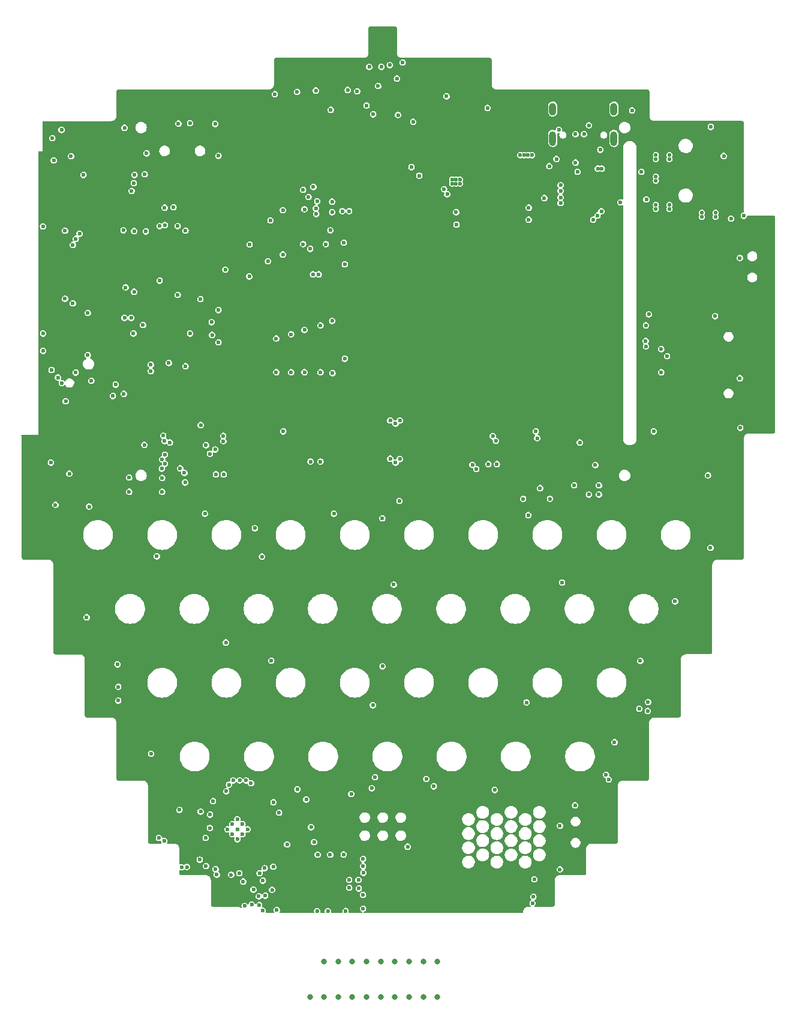
<source format=gbr>
G04 #@! TF.GenerationSoftware,KiCad,Pcbnew,7.99.0-1.20230515git1adcb86.fc37*
G04 #@! TF.CreationDate,2023-05-21T15:40:39+01:00*
G04 #@! TF.ProjectId,tr23-badge-r2,74723233-2d62-4616-9467-652d72322e6b,r2*
G04 #@! TF.SameCoordinates,Original*
G04 #@! TF.FileFunction,Copper,L2,Inr*
G04 #@! TF.FilePolarity,Positive*
%FSLAX46Y46*%
G04 Gerber Fmt 4.6, Leading zero omitted, Abs format (unit mm)*
G04 Created by KiCad (PCBNEW 7.99.0-1.20230515git1adcb86.fc37) date 2023-05-21 15:40:39*
%MOMM*%
%LPD*%
G01*
G04 APERTURE LIST*
G04 #@! TA.AperFunction,ComponentPad*
%ADD10O,1.000000X2.100000*%
G04 #@! TD*
G04 #@! TA.AperFunction,ComponentPad*
%ADD11O,1.000000X1.800000*%
G04 #@! TD*
G04 #@! TA.AperFunction,ComponentPad*
%ADD12C,0.800000*%
G04 #@! TD*
G04 #@! TA.AperFunction,ComponentPad*
%ADD13C,0.550000*%
G04 #@! TD*
G04 #@! TA.AperFunction,ViaPad*
%ADD14C,0.600000*%
G04 #@! TD*
G04 APERTURE END LIST*
D10*
G04 #@! TO.N,GND*
G04 #@! TO.C,J2*
X172480000Y-49857500D03*
D11*
X172480000Y-45707500D03*
D10*
X181120000Y-49857500D03*
D11*
X181120000Y-45707500D03*
G04 #@! TD*
D12*
G04 #@! TO.N,/radio/ANT*
G04 #@! TO.C,AE1*
X138202000Y-170857500D03*
X140202000Y-170857500D03*
X140202000Y-165857500D03*
X142202000Y-170857500D03*
X142202000Y-165857500D03*
X144202000Y-170857500D03*
X144202000Y-165857500D03*
X146202000Y-170857500D03*
X146202000Y-165857500D03*
X148202000Y-170857500D03*
X148202000Y-165857500D03*
X150202000Y-170857500D03*
X150202000Y-165857500D03*
X152202000Y-170857500D03*
X152202000Y-165857500D03*
X154202000Y-170857500D03*
X154202000Y-165857500D03*
X156202000Y-170857500D03*
X156202000Y-165857500D03*
G04 #@! TD*
D13*
G04 #@! TO.N,/audio/OUTR*
G04 #@! TO.C,J5*
X187050000Y-55207500D03*
X187050000Y-55807500D03*
G04 #@! TO.N,unconnected-(J5-PadR2)*
X187050000Y-52207500D03*
X188950000Y-52207500D03*
X187050000Y-52807500D03*
X188950000Y-52807500D03*
G04 #@! TO.N,GND*
X193550000Y-60307500D03*
X195450000Y-60307500D03*
X193550000Y-60907500D03*
X195450000Y-60907500D03*
G04 #@! TO.N,/audio/OUTL*
X187050000Y-59207500D03*
X188950000Y-59207500D03*
X187050000Y-59807500D03*
X188950000Y-59807500D03*
G04 #@! TD*
D14*
G04 #@! TO.N,GND*
X126569571Y-147236093D03*
X128690892Y-146528986D03*
X127983785Y-147236093D03*
X127276678Y-147943199D03*
X129397998Y-147236093D03*
X128690892Y-147943199D03*
X127983785Y-148650306D03*
X127983785Y-145821879D03*
X127276678Y-146528986D03*
X127100000Y-153657500D03*
X128800000Y-154601317D03*
X130250000Y-155757500D03*
X131570000Y-154480000D03*
X133861539Y-144901226D03*
X123541528Y-152416003D03*
X122661463Y-151535938D03*
X124100000Y-147057500D03*
X134982374Y-149380677D03*
X137700000Y-143057500D03*
X133042639Y-152523766D03*
X131821324Y-152721332D03*
X131102904Y-153439753D03*
X123400000Y-102757500D03*
X153650000Y-55107500D03*
X102300000Y-101507500D03*
X198900000Y-66707500D03*
X150050000Y-112757500D03*
X113450000Y-55000000D03*
X143757328Y-155488378D03*
X125300000Y-52307500D03*
X169050000Y-102957500D03*
X117750000Y-62057500D03*
X133530000Y-158640000D03*
X168450000Y-52207500D03*
X179400000Y-54107500D03*
X147400000Y-139907500D03*
X115800000Y-136607500D03*
X136400000Y-43307500D03*
X142975000Y-150800000D03*
X197650000Y-61157500D03*
X183700000Y-45900000D03*
X131900000Y-156600000D03*
X151300000Y-39157500D03*
X131550000Y-158700000D03*
X100550000Y-77357500D03*
X181200000Y-134957500D03*
X116600000Y-108757500D03*
X132300000Y-67157500D03*
X184850000Y-123507500D03*
X143000000Y-64557500D03*
X136450000Y-141607500D03*
X158300000Y-56207500D03*
X139250000Y-58707500D03*
X130000000Y-157850000D03*
X132870000Y-155780000D03*
X100550000Y-79807500D03*
X114900000Y-54900000D03*
X185649500Y-79157500D03*
X178850000Y-54107500D03*
X124532404Y-143259190D03*
X141600000Y-102757500D03*
X198950000Y-90657500D03*
X118950000Y-59557500D03*
X132650000Y-61407500D03*
X112050000Y-48357500D03*
X187800000Y-79557500D03*
X189750000Y-115107500D03*
X126287624Y-68351335D03*
X147100000Y-129757500D03*
X143240000Y-158750000D03*
X172000000Y-53757500D03*
X134400000Y-66207500D03*
X102050000Y-52950000D03*
X141100000Y-62807500D03*
X145707328Y-156488378D03*
X177600000Y-48000000D03*
X145707328Y-158438378D03*
X132750000Y-123457500D03*
X158850000Y-55657500D03*
X139230000Y-158770000D03*
X198900000Y-83657500D03*
X129700000Y-64807500D03*
X101650000Y-95550000D03*
X140750000Y-158770000D03*
X111050000Y-124007500D03*
X100550000Y-62257500D03*
X158900000Y-62000000D03*
X158850000Y-60250000D03*
X199450000Y-60757500D03*
X169650000Y-157650000D03*
X175700000Y-53257500D03*
X145707328Y-152438378D03*
X126389966Y-141883860D03*
X173800000Y-112457500D03*
X138800000Y-149050000D03*
X145757328Y-153388378D03*
X145107328Y-155588378D03*
X170300000Y-92107500D03*
X158300000Y-55657500D03*
X119800000Y-144507500D03*
X130450000Y-104800000D03*
X111150000Y-127157500D03*
X159400000Y-55657500D03*
X157500000Y-43907500D03*
X169550000Y-52207500D03*
X104500000Y-52357500D03*
X145057328Y-154388378D03*
X139450000Y-69007500D03*
X124900000Y-152857500D03*
X123500000Y-148457500D03*
X141150000Y-45807500D03*
X186050000Y-74657500D03*
X143150000Y-80907500D03*
X129650000Y-69307500D03*
X148475000Y-124275000D03*
X143150000Y-67607500D03*
X131450000Y-108807500D03*
X138375000Y-146950000D03*
X150850000Y-100957500D03*
X143757328Y-154388378D03*
X170700000Y-99157500D03*
X175650000Y-143850000D03*
X182050000Y-58857500D03*
X167900000Y-52207500D03*
X194750000Y-107557500D03*
X114850000Y-93057500D03*
X194400000Y-97357500D03*
X169000000Y-52207500D03*
X103150000Y-48650000D03*
X138650000Y-69007500D03*
X141070000Y-150820000D03*
X168800000Y-129357500D03*
X152800000Y-47507500D03*
X173350000Y-48657500D03*
X115150000Y-51957500D03*
X148425000Y-103400000D03*
X159400000Y-56207500D03*
X126350000Y-120907500D03*
X139300000Y-150820000D03*
X120600000Y-98357500D03*
X185900000Y-130557500D03*
X134400000Y-59957500D03*
X176000000Y-54557500D03*
X117700000Y-59607500D03*
X195400000Y-74907500D03*
X122800000Y-144757500D03*
X133071277Y-143428464D03*
X163300000Y-45557500D03*
X164300000Y-141707500D03*
X124850000Y-47807500D03*
X103750000Y-86907500D03*
X145707328Y-151438378D03*
X106250000Y-55000000D03*
X111150000Y-129100000D03*
X133250000Y-43607500D03*
X158850000Y-56207500D03*
X128250000Y-153457500D03*
X106700000Y-117357500D03*
X186750000Y-91157500D03*
G04 #@! TO.N,/SCL*
X161700000Y-96457500D03*
X126000882Y-92528316D03*
X164475001Y-92482499D03*
X117700000Y-92507500D03*
X115750000Y-82657500D03*
X155700000Y-141200000D03*
G04 #@! TO.N,/SDA*
X125969149Y-91779486D03*
X115750000Y-81757500D03*
X117500000Y-91757500D03*
X154650000Y-140150000D03*
X161150000Y-95857500D03*
X164025001Y-91832501D03*
G04 #@! TO.N,/~{DC}*
X137450000Y-82800000D03*
X137450000Y-76857500D03*
X114650000Y-76150000D03*
X115050000Y-62957500D03*
G04 #@! TO.N,/SCK*
X127400000Y-140357500D03*
X105150000Y-82857500D03*
X135550000Y-82800000D03*
X135550000Y-77457500D03*
G04 #@! TO.N,/RXD0*
X113350000Y-56157500D03*
X113000000Y-75150000D03*
X157150000Y-57007500D03*
X173600000Y-57257500D03*
G04 #@! TO.N,/TXD0*
X157600000Y-57707500D03*
X113050000Y-57257500D03*
X173600000Y-58157500D03*
X112050000Y-75150000D03*
G04 #@! TO.N,/MOSI*
X101750000Y-82507500D03*
X139700000Y-82800000D03*
X139700000Y-76207500D03*
X126800000Y-140957500D03*
G04 #@! TO.N,VBUS*
X179200000Y-51450185D03*
X173000000Y-52757500D03*
X169100000Y-61307500D03*
X169100000Y-59607500D03*
G04 #@! TO.N,+VSW*
X117650000Y-148907500D03*
X169750000Y-156750000D03*
X184700000Y-130257500D03*
X131050000Y-157900000D03*
X185950000Y-129307500D03*
X150500000Y-41407500D03*
X148299998Y-39757500D03*
X120100000Y-152607500D03*
X139050000Y-43107500D03*
X180000000Y-139557500D03*
G04 #@! TO.N,/RTS*
X150650000Y-46557500D03*
X173600000Y-58957500D03*
G04 #@! TO.N,/DTR*
X173600000Y-56457500D03*
X147150000Y-46457500D03*
G04 #@! TO.N,/SD_CMD*
X124100000Y-94307500D03*
X187800000Y-82807500D03*
G04 #@! TO.N,/SD_CLK*
X188621502Y-80557500D03*
X120650000Y-81957500D03*
X120650000Y-62857500D03*
X124850000Y-93707500D03*
G04 #@! TO.N,/usb/USB_DN*
X176900000Y-49257500D03*
X175700000Y-49257500D03*
G04 #@! TO.N,/io_expander/BTN_START*
X111950000Y-85857500D03*
G04 #@! TO.N,/io_expander/BTN_A*
X119900000Y-96357500D03*
G04 #@! TO.N,/io_expander/BTN_B*
X120500000Y-97007500D03*
G04 #@! TO.N,/io_expander/JOY_PUSH*
X110400000Y-86157500D03*
G04 #@! TO.N,/io_expander/JOY_A*
X107350000Y-84007500D03*
G04 #@! TO.N,/io_expander/JOY_C*
X110800000Y-84557500D03*
G04 #@! TO.N,/io_expander/JOY_D*
X103200000Y-84357500D03*
G04 #@! TO.N,/io_expander/JOY_B*
X102650000Y-83557500D03*
G04 #@! TO.N,/~{DISP_CS}*
X124350000Y-75758000D03*
X124400000Y-77557500D03*
X133450000Y-78057500D03*
X133450000Y-82800000D03*
G04 #@! TO.N,/I2S_WS*
X117000000Y-62207500D03*
X117000000Y-69907500D03*
G04 #@! TO.N,/I2S_SCK*
X113400000Y-62907500D03*
X113400000Y-71457500D03*
G04 #@! TO.N,/I2S_SD*
X111900000Y-62807500D03*
X112200000Y-70857500D03*
G04 #@! TO.N,/MISO*
X105150000Y-64007500D03*
X128300000Y-140357500D03*
G04 #@! TO.N,/CC_INT*
X129200000Y-140357500D03*
X105700000Y-63307500D03*
G04 #@! TO.N,+3.3V*
X124331107Y-152369531D03*
X123415804Y-151661662D03*
X123478666Y-146498015D03*
X129746885Y-153179325D03*
X126521180Y-152657499D03*
X143000000Y-62957500D03*
X130188544Y-141857500D03*
X143150000Y-47657500D03*
X178700000Y-55357500D03*
X188500000Y-82207500D03*
X101850000Y-62007500D03*
X166150000Y-52057500D03*
X127150000Y-64807500D03*
X126000000Y-90957500D03*
X114550000Y-90107500D03*
X133750000Y-58607500D03*
X182000000Y-59857500D03*
X131686153Y-142543653D03*
X166700000Y-51507500D03*
X142900000Y-76857500D03*
X129215997Y-67247072D03*
X164450000Y-91157500D03*
X125681876Y-142325243D03*
X135300000Y-91157500D03*
X166150000Y-51507500D03*
X143150000Y-80057500D03*
X133249185Y-144306832D03*
X193450000Y-73157500D03*
X143300000Y-66592500D03*
X151900000Y-43907500D03*
X136717261Y-146068659D03*
X103950000Y-56257500D03*
X167500000Y-92657500D03*
X166700000Y-52057500D03*
X140550000Y-66307500D03*
X101785000Y-56090000D03*
X189000000Y-73157500D03*
X137200000Y-66307500D03*
X144750000Y-140757500D03*
X101850000Y-62557500D03*
X125277765Y-142729355D03*
G04 #@! TO.N,/BACKLIGHT*
X119550000Y-62207500D03*
X119550000Y-71900000D03*
G04 #@! TO.N,/KEY_INT*
X122800000Y-90257500D03*
X104750000Y-73107500D03*
X122750000Y-72507500D03*
X134450000Y-91157500D03*
X104750000Y-64857500D03*
X170100000Y-91157500D03*
G04 #@! TO.N,/FSYNC*
X125300000Y-74050000D03*
X103650000Y-72457500D03*
X103650000Y-62857500D03*
X125300000Y-78607500D03*
G04 #@! TO.N,/SD_DETECT*
X185650000Y-76207500D03*
X118450000Y-92707500D03*
G04 #@! TO.N,/SAO_GPIO2*
X144050000Y-142257500D03*
X117300000Y-96407500D03*
X152000000Y-149700000D03*
G04 #@! TO.N,/LED_DOUT*
X101850000Y-49800000D03*
X112700000Y-99657500D03*
X117350000Y-97707500D03*
X104250000Y-97107500D03*
X112700000Y-97657500D03*
X146950000Y-141457500D03*
X117350000Y-99657500D03*
G04 #@! TO.N,/CC_RESET*
X124108981Y-145170634D03*
X107050000Y-101757500D03*
G04 #@! TO.N,/audio/OUTR*
X178200000Y-61307500D03*
X138000000Y-58107500D03*
X137450000Y-59850000D03*
X185000000Y-54557500D03*
G04 #@! TO.N,/audio/OUTL*
X185700000Y-58457500D03*
X137250000Y-64757500D03*
X178800000Y-60707500D03*
X176300000Y-92707500D03*
X173500000Y-146750000D03*
X178500000Y-95907500D03*
X137250000Y-57107500D03*
G04 #@! TO.N,/AMP_EN*
X141350000Y-58757500D03*
X141350000Y-60257500D03*
X140450000Y-64757500D03*
X150900000Y-89607500D03*
X150900000Y-95057500D03*
X117750000Y-95732500D03*
G04 #@! TO.N,Net-(LED2-DOUT)*
X120850000Y-152557500D03*
X129000000Y-158050000D03*
X116900000Y-148457500D03*
X125075000Y-153632500D03*
G04 #@! TO.N,Net-(LED3-DOUT)*
X169900000Y-154300000D03*
X131000000Y-156700000D03*
G04 #@! TO.N,Net-(LED4-DOUT)*
X173500000Y-152900000D03*
X180400000Y-140207500D03*
G04 #@! TO.N,Net-(Q2-B)*
X147850000Y-42457500D03*
X146200000Y-45207500D03*
G04 #@! TO.N,Net-(U1-STAT)*
X152550000Y-53907500D03*
X171300000Y-58257500D03*
G04 #@! TO.N,/AMP_GAIN1*
X142800000Y-60100000D03*
X149550000Y-89607500D03*
X139100000Y-60507500D03*
X117750000Y-94432500D03*
X149550000Y-95007500D03*
G04 #@! TO.N,/AMP_GAIN0*
X150300000Y-90057500D03*
X150300000Y-95557500D03*
X143750000Y-60100000D03*
X117350000Y-95082500D03*
X139050000Y-59707500D03*
G04 #@! TO.N,/keyboard/KEY2*
X177600000Y-100057500D03*
X179000000Y-100057500D03*
G04 #@! TO.N,/keyboard/KEY4*
X175500000Y-98757500D03*
X179000000Y-98757500D03*
G04 #@! TO.N,/keyboard/KEY8*
X168300000Y-100657500D03*
X172100000Y-100657500D03*
G04 #@! TO.N,/keyboard/KEY12*
X164600000Y-95757500D03*
X163400000Y-95757500D03*
G04 #@! TO.N,/keyboard/KEY19*
X139700000Y-95407500D03*
X138300000Y-95407500D03*
G04 #@! TO.N,/keyboard/KEY26*
X124950000Y-97206501D03*
X126049999Y-97206501D03*
G04 #@! TO.N,Net-(LED6-DOUT)*
X194800000Y-48232500D03*
X196625000Y-52332500D03*
G04 #@! TO.N,Net-(LED8-DOUT)*
X146586444Y-39771056D03*
X149482155Y-39525345D03*
G04 #@! TO.N,/audio/SGND*
X179350000Y-60107500D03*
X138250000Y-65407500D03*
X138700000Y-56700000D03*
G04 #@! TO.N,/~{DISP_RST}*
X141350000Y-75592500D03*
X106850000Y-74450000D03*
X106850000Y-80407500D03*
X141400000Y-82950000D03*
G04 #@! TO.N,/SD_DAT0{slash}BOOT2*
X119650000Y-47757500D03*
X144887501Y-43195001D03*
X123550000Y-93107500D03*
X185599998Y-78407500D03*
X143550000Y-43007500D03*
X118300000Y-81507500D03*
G04 #@! TO.N,/~{CC_CS}{slash}BOOT0*
X113300000Y-77350000D03*
X121300000Y-47707500D03*
X129900000Y-140757500D03*
X121300000Y-77357500D03*
G04 #@! TD*
G04 #@! TA.AperFunction,Conductor*
G04 #@! TO.N,+3.3V*
G36*
X150202660Y-34048542D02*
G01*
X150255433Y-34055077D01*
X150274143Y-34059265D01*
X150309660Y-34070927D01*
X150326851Y-34078445D01*
X150359266Y-34096457D01*
X150374452Y-34106852D01*
X150403131Y-34130688D01*
X150416024Y-34143590D01*
X150439745Y-34172170D01*
X150450190Y-34187468D01*
X150468137Y-34219904D01*
X150475592Y-34237009D01*
X150487266Y-34272638D01*
X150491450Y-34291406D01*
X150497931Y-34344225D01*
X150498300Y-34350259D01*
X150498300Y-37795348D01*
X150498041Y-37800407D01*
X150497041Y-37810144D01*
X150497931Y-37817398D01*
X150498300Y-37823432D01*
X150498300Y-37830741D01*
X150500477Y-37840283D01*
X150501350Y-37845270D01*
X150511239Y-37925872D01*
X150511397Y-37927341D01*
X150513132Y-37946097D01*
X150513746Y-37949065D01*
X150514442Y-37951978D01*
X150520849Y-37969724D01*
X150521331Y-37971122D01*
X150548374Y-38053668D01*
X150548892Y-38055351D01*
X150553928Y-38072795D01*
X150555304Y-38076113D01*
X150556797Y-38079377D01*
X150556798Y-38079379D01*
X150565402Y-38093701D01*
X150566132Y-38094915D01*
X150567013Y-38096443D01*
X150570018Y-38101874D01*
X150607933Y-38170399D01*
X150608776Y-38171990D01*
X150616899Y-38188043D01*
X150618926Y-38191134D01*
X150621101Y-38194196D01*
X150621102Y-38194197D01*
X150629042Y-38203074D01*
X150633086Y-38207594D01*
X150634253Y-38208949D01*
X150687565Y-38273173D01*
X150688756Y-38274667D01*
X150694009Y-38281537D01*
X150699463Y-38288668D01*
X150702261Y-38291581D01*
X150705150Y-38294359D01*
X150705151Y-38294360D01*
X150705153Y-38294362D01*
X150719146Y-38305079D01*
X150720669Y-38306295D01*
X150784667Y-38359490D01*
X150786092Y-38360721D01*
X150796807Y-38370339D01*
X150799373Y-38372642D01*
X150799378Y-38372645D01*
X150802503Y-38374873D01*
X150805707Y-38376977D01*
X150805711Y-38376981D01*
X150821636Y-38385051D01*
X150823257Y-38385912D01*
X150897158Y-38426973D01*
X150898570Y-38427789D01*
X150914289Y-38437247D01*
X150914300Y-38437250D01*
X150917455Y-38438695D01*
X150920662Y-38440033D01*
X150920664Y-38440033D01*
X150920667Y-38440035D01*
X150938257Y-38445145D01*
X150939791Y-38445620D01*
X151022476Y-38472770D01*
X151023839Y-38473240D01*
X151041545Y-38479655D01*
X151041553Y-38479656D01*
X151044518Y-38480367D01*
X151047510Y-38480989D01*
X151047514Y-38480991D01*
X151066251Y-38482735D01*
X151067684Y-38482890D01*
X151148413Y-38492886D01*
X151153325Y-38493749D01*
X151160667Y-38495425D01*
X151163005Y-38495959D01*
X151163006Y-38495959D01*
X151163010Y-38495960D01*
X151170181Y-38495960D01*
X151176264Y-38496334D01*
X151183382Y-38497216D01*
X151193248Y-38496214D01*
X151198254Y-38495960D01*
X163563179Y-38495960D01*
X163569263Y-38496334D01*
X163622031Y-38502867D01*
X163640741Y-38507055D01*
X163676261Y-38518718D01*
X163693440Y-38526229D01*
X163725864Y-38544245D01*
X163741057Y-38554647D01*
X163769726Y-38578477D01*
X163782619Y-38591378D01*
X163806434Y-38620068D01*
X163816837Y-38635288D01*
X163834762Y-38667612D01*
X163842293Y-38684895D01*
X163853878Y-38720375D01*
X163858031Y-38739046D01*
X163863151Y-38780775D01*
X163864531Y-38792017D01*
X163864900Y-38798052D01*
X163864900Y-42243138D01*
X163864641Y-42248197D01*
X163863641Y-42257934D01*
X163864531Y-42265188D01*
X163864900Y-42271222D01*
X163864900Y-42278531D01*
X163867077Y-42288073D01*
X163867950Y-42293060D01*
X163877839Y-42373662D01*
X163877997Y-42375131D01*
X163879732Y-42393887D01*
X163880346Y-42396855D01*
X163881042Y-42399768D01*
X163887449Y-42417514D01*
X163887931Y-42418912D01*
X163914974Y-42501458D01*
X163915492Y-42503141D01*
X163920528Y-42520585D01*
X163921904Y-42523903D01*
X163923397Y-42527167D01*
X163932732Y-42542705D01*
X163933613Y-42544233D01*
X163974533Y-42618189D01*
X163975376Y-42619780D01*
X163983499Y-42635833D01*
X163985526Y-42638924D01*
X163987701Y-42641986D01*
X163999686Y-42655384D01*
X164000853Y-42656739D01*
X164054165Y-42720963D01*
X164055356Y-42722457D01*
X164060609Y-42729327D01*
X164066063Y-42736458D01*
X164068861Y-42739371D01*
X164071750Y-42742149D01*
X164071751Y-42742150D01*
X164071753Y-42742152D01*
X164085746Y-42752869D01*
X164087269Y-42754085D01*
X164151267Y-42807280D01*
X164152692Y-42808511D01*
X164163407Y-42818129D01*
X164165973Y-42820432D01*
X164165978Y-42820435D01*
X164169103Y-42822663D01*
X164172307Y-42824767D01*
X164172311Y-42824771D01*
X164188236Y-42832841D01*
X164189857Y-42833702D01*
X164263758Y-42874763D01*
X164265170Y-42875579D01*
X164280889Y-42885037D01*
X164280900Y-42885040D01*
X164284055Y-42886485D01*
X164287262Y-42887823D01*
X164287264Y-42887823D01*
X164287267Y-42887825D01*
X164304857Y-42892935D01*
X164306391Y-42893410D01*
X164389076Y-42920560D01*
X164390439Y-42921030D01*
X164408145Y-42927445D01*
X164408153Y-42927446D01*
X164411118Y-42928157D01*
X164414110Y-42928779D01*
X164414114Y-42928781D01*
X164432851Y-42930525D01*
X164434284Y-42930680D01*
X164515013Y-42940676D01*
X164519925Y-42941539D01*
X164527267Y-42943215D01*
X164529605Y-42943749D01*
X164529606Y-42943749D01*
X164529610Y-42943750D01*
X164536781Y-42943750D01*
X164542864Y-42944124D01*
X164549982Y-42945006D01*
X164559800Y-42944009D01*
X164559849Y-42944004D01*
X164564854Y-42943750D01*
X185835767Y-42943750D01*
X185841851Y-42944125D01*
X185894577Y-42950659D01*
X185913236Y-42954833D01*
X185948875Y-42966522D01*
X185966091Y-42974048D01*
X185998459Y-42992033D01*
X186013658Y-43002438D01*
X186042232Y-43026189D01*
X186055177Y-43039153D01*
X186078927Y-43067813D01*
X186089277Y-43082970D01*
X186107260Y-43115398D01*
X186114793Y-43132683D01*
X186126426Y-43168313D01*
X186130566Y-43186881D01*
X186137125Y-43239886D01*
X186137500Y-43245971D01*
X186137500Y-46690895D01*
X186137241Y-46695954D01*
X186136241Y-46705690D01*
X186137131Y-46712944D01*
X186137500Y-46718978D01*
X186137500Y-46726290D01*
X186139677Y-46735833D01*
X186140549Y-46740818D01*
X186150417Y-46821245D01*
X186150580Y-46822769D01*
X186152283Y-46841422D01*
X186152912Y-46844474D01*
X186153642Y-46847535D01*
X186155466Y-46852586D01*
X186160008Y-46865171D01*
X186160489Y-46866572D01*
X186187517Y-46949395D01*
X186187987Y-46950923D01*
X186193128Y-46968646D01*
X186194431Y-46971775D01*
X186195799Y-46974776D01*
X186205283Y-46990605D01*
X186206102Y-46992024D01*
X186247102Y-47065897D01*
X186248013Y-47067618D01*
X186255972Y-47083390D01*
X186258151Y-47086719D01*
X186260450Y-47089946D01*
X186260452Y-47089948D01*
X186260453Y-47089950D01*
X186270549Y-47101207D01*
X186272239Y-47103091D01*
X186273512Y-47104568D01*
X186326635Y-47168709D01*
X186327781Y-47170148D01*
X186336167Y-47181106D01*
X186338603Y-47184289D01*
X186341308Y-47187104D01*
X186344091Y-47189786D01*
X186344093Y-47189788D01*
X186358216Y-47200629D01*
X186359652Y-47201775D01*
X186373278Y-47213095D01*
X186423785Y-47255055D01*
X186425219Y-47256294D01*
X186438484Y-47268201D01*
X186441594Y-47270417D01*
X186444855Y-47272559D01*
X186460728Y-47280599D01*
X186462379Y-47281474D01*
X186493769Y-47298913D01*
X186536395Y-47322594D01*
X186537855Y-47323438D01*
X186553580Y-47332889D01*
X186553584Y-47332890D01*
X186556691Y-47334311D01*
X186559874Y-47335637D01*
X186559876Y-47335639D01*
X186577460Y-47340746D01*
X186579059Y-47341241D01*
X186661695Y-47368328D01*
X186663140Y-47368827D01*
X186672524Y-47372227D01*
X186680740Y-47375204D01*
X186680746Y-47375204D01*
X186683778Y-47375931D01*
X186686804Y-47376559D01*
X186686813Y-47376562D01*
X186704769Y-47378224D01*
X186705490Y-47378291D01*
X186706988Y-47378453D01*
X186787516Y-47388426D01*
X186792417Y-47389287D01*
X186802110Y-47391500D01*
X186809275Y-47391500D01*
X186815361Y-47391874D01*
X186822477Y-47392756D01*
X186832356Y-47391753D01*
X186837358Y-47391500D01*
X199173261Y-47391500D01*
X199179393Y-47391881D01*
X199200686Y-47394536D01*
X199232118Y-47398457D01*
X199250782Y-47402648D01*
X199286224Y-47414304D01*
X199303317Y-47421778D01*
X199335557Y-47439667D01*
X199351036Y-47450294D01*
X199378931Y-47473631D01*
X199391754Y-47486541D01*
X199416133Y-47516085D01*
X199426086Y-47530609D01*
X199444172Y-47562812D01*
X199452122Y-47581048D01*
X199463294Y-47615873D01*
X199467275Y-47633946D01*
X199473924Y-47687629D01*
X199474300Y-47693719D01*
X199474300Y-60024123D01*
X199474046Y-60029134D01*
X199473042Y-60038996D01*
X199473925Y-60046125D01*
X199474300Y-60052211D01*
X199474300Y-60059389D01*
X199476505Y-60069051D01*
X199477372Y-60073992D01*
X199487406Y-60155105D01*
X199487550Y-60156416D01*
X199489404Y-60175579D01*
X199489969Y-60178248D01*
X199491568Y-60184916D01*
X199486750Y-60245911D01*
X199447001Y-60292426D01*
X199395297Y-60307000D01*
X199385225Y-60307000D01*
X199260933Y-60343495D01*
X199260926Y-60343498D01*
X199151952Y-60413531D01*
X199067117Y-60511438D01*
X199013302Y-60629274D01*
X198994867Y-60757497D01*
X198994867Y-60757502D01*
X199013302Y-60885725D01*
X199062521Y-60993498D01*
X199067118Y-61003563D01*
X199119080Y-61063531D01*
X199151952Y-61101468D01*
X199260926Y-61171501D01*
X199260931Y-61171504D01*
X199385228Y-61208000D01*
X199385230Y-61208000D01*
X199514770Y-61208000D01*
X199514772Y-61208000D01*
X199639069Y-61171504D01*
X199748049Y-61101467D01*
X199832882Y-61003563D01*
X199886697Y-60885726D01*
X199893886Y-60835725D01*
X199900264Y-60791367D01*
X199927260Y-60736460D01*
X199981374Y-60707906D01*
X200012033Y-60708455D01*
X200012136Y-60707615D01*
X200014654Y-60707924D01*
X200018563Y-60708572D01*
X200018619Y-60708573D01*
X200019217Y-60708698D01*
X200023412Y-60709577D01*
X200023420Y-60709580D01*
X200042390Y-60711375D01*
X200043715Y-60711520D01*
X200124625Y-60721529D01*
X200129539Y-60722392D01*
X200139210Y-60724600D01*
X200146388Y-60724600D01*
X200152471Y-60724974D01*
X200159602Y-60725857D01*
X200169471Y-60724853D01*
X200174476Y-60724600D01*
X203596389Y-60724600D01*
X203602471Y-60724975D01*
X203609594Y-60725856D01*
X203655166Y-60731493D01*
X203673934Y-60735698D01*
X203697786Y-60743543D01*
X203709219Y-60747303D01*
X203726309Y-60754774D01*
X203758564Y-60772671D01*
X203774043Y-60783300D01*
X203801851Y-60806566D01*
X203814726Y-60819537D01*
X203839119Y-60849139D01*
X203849034Y-60863617D01*
X203867194Y-60895950D01*
X203875135Y-60914158D01*
X203886283Y-60948870D01*
X203890276Y-60966989D01*
X203896923Y-61020728D01*
X203897298Y-61026810D01*
X203897298Y-91146588D01*
X203896923Y-91152671D01*
X203890275Y-91206412D01*
X203886283Y-91224527D01*
X203875162Y-91259158D01*
X203867194Y-91277416D01*
X203849108Y-91309577D01*
X203839178Y-91324058D01*
X203815419Y-91352852D01*
X203802058Y-91366211D01*
X203773647Y-91389649D01*
X203758519Y-91399938D01*
X203725427Y-91418219D01*
X203708487Y-91425607D01*
X203673082Y-91437252D01*
X203654207Y-91441471D01*
X203601557Y-91447931D01*
X203595523Y-91448300D01*
X200150603Y-91448300D01*
X200145548Y-91448041D01*
X200135807Y-91447041D01*
X200135806Y-91447041D01*
X200128553Y-91447931D01*
X200122519Y-91448300D01*
X200115206Y-91448300D01*
X200105665Y-91450477D01*
X200100680Y-91451349D01*
X200019967Y-91461252D01*
X200018557Y-91461404D01*
X199999619Y-91463178D01*
X199996755Y-91463775D01*
X199993968Y-91464440D01*
X199976120Y-91470884D01*
X199974778Y-91471347D01*
X199892599Y-91498374D01*
X199890834Y-91498918D01*
X199873623Y-91503874D01*
X199870129Y-91505321D01*
X199866698Y-91506894D01*
X199851352Y-91516137D01*
X199849751Y-91517061D01*
X199775393Y-91558139D01*
X199773977Y-91558892D01*
X199757464Y-91567328D01*
X199754739Y-91569130D01*
X199752081Y-91571016D01*
X199738254Y-91583368D01*
X199737041Y-91584416D01*
X199673781Y-91637341D01*
X199671906Y-91638833D01*
X199658731Y-91648812D01*
X199655207Y-91652164D01*
X199651815Y-91655719D01*
X199641807Y-91668890D01*
X199640314Y-91670760D01*
X199586564Y-91734813D01*
X199585620Y-91735905D01*
X199573015Y-91750065D01*
X199571337Y-91752439D01*
X199569694Y-91754915D01*
X199561060Y-91771752D01*
X199560385Y-91773024D01*
X199519664Y-91847043D01*
X199518622Y-91848848D01*
X199509651Y-91863642D01*
X199507847Y-91867545D01*
X199506238Y-91871450D01*
X199501479Y-91888095D01*
X199500862Y-91890091D01*
X199473584Y-91972198D01*
X199473151Y-91973444D01*
X199466590Y-91991564D01*
X199465968Y-91994156D01*
X199465402Y-91996828D01*
X199463551Y-92015981D01*
X199463406Y-92017294D01*
X199453371Y-92098408D01*
X199452505Y-92103344D01*
X199450300Y-92113010D01*
X199450300Y-92120189D01*
X199449925Y-92126274D01*
X199449042Y-92133403D01*
X199450046Y-92143265D01*
X199450300Y-92148276D01*
X199450300Y-108937189D01*
X199449925Y-108943272D01*
X199443462Y-108995511D01*
X199439162Y-109014567D01*
X199427126Y-109050796D01*
X199419940Y-109067259D01*
X199401636Y-109100571D01*
X199391231Y-109115905D01*
X199368499Y-109143454D01*
X199355077Y-109156864D01*
X199326586Y-109180329D01*
X199311603Y-109190520D01*
X199278505Y-109208846D01*
X199261385Y-109216311D01*
X199226138Y-109227864D01*
X199207360Y-109232052D01*
X199154556Y-109238531D01*
X199148522Y-109238900D01*
X195702603Y-109238900D01*
X195697548Y-109238641D01*
X195687807Y-109237641D01*
X195687806Y-109237641D01*
X195685174Y-109237964D01*
X195681621Y-109238400D01*
X195680553Y-109238531D01*
X195674519Y-109238900D01*
X195667206Y-109238900D01*
X195657665Y-109241077D01*
X195652680Y-109241949D01*
X195571967Y-109251852D01*
X195570557Y-109252004D01*
X195551619Y-109253778D01*
X195548755Y-109254375D01*
X195545968Y-109255041D01*
X195528100Y-109261492D01*
X195526757Y-109261955D01*
X195444511Y-109289004D01*
X195442789Y-109289536D01*
X195425446Y-109294547D01*
X195422026Y-109295966D01*
X195418701Y-109297492D01*
X195403244Y-109306802D01*
X195401683Y-109307704D01*
X195328162Y-109348409D01*
X195326367Y-109349355D01*
X195310768Y-109357173D01*
X195307282Y-109359441D01*
X195303923Y-109361829D01*
X195290920Y-109373467D01*
X195289378Y-109374791D01*
X195224466Y-109428253D01*
X195223210Y-109429253D01*
X195208527Y-109440567D01*
X195206190Y-109442827D01*
X195203894Y-109445197D01*
X195192563Y-109459873D01*
X195191563Y-109461125D01*
X195138873Y-109524979D01*
X195137360Y-109526728D01*
X195126114Y-109539127D01*
X195123355Y-109542955D01*
X195120773Y-109546915D01*
X195113257Y-109561876D01*
X195112172Y-109563915D01*
X195070414Y-109638172D01*
X195069858Y-109639135D01*
X195059782Y-109656146D01*
X195058828Y-109658267D01*
X195057967Y-109660306D01*
X195052343Y-109679295D01*
X195052015Y-109680357D01*
X195025309Y-109763608D01*
X195024715Y-109765346D01*
X195018595Y-109782241D01*
X195017726Y-109785865D01*
X195016982Y-109789569D01*
X195015442Y-109807411D01*
X195015250Y-109809238D01*
X195005373Y-109888997D01*
X195004509Y-109893922D01*
X195002300Y-109903606D01*
X195002299Y-109903612D01*
X195002298Y-109910785D01*
X195001924Y-109916854D01*
X195001044Y-109923971D01*
X195001043Y-109923979D01*
X195002046Y-109933862D01*
X195002299Y-109938861D01*
X195002299Y-122281459D01*
X195001923Y-122287547D01*
X194999230Y-122309279D01*
X194995484Y-122339496D01*
X194991166Y-122358594D01*
X194979201Y-122394527D01*
X194971988Y-122411011D01*
X194953687Y-122444239D01*
X194943331Y-122459485D01*
X194943265Y-122459566D01*
X194920500Y-122487154D01*
X194907081Y-122500560D01*
X194877868Y-122524621D01*
X194863412Y-122534519D01*
X194830886Y-122552789D01*
X194813427Y-122560487D01*
X194778737Y-122571935D01*
X194759965Y-122576161D01*
X194707414Y-122582715D01*
X194701275Y-122583096D01*
X191267604Y-122582603D01*
X191267530Y-122582600D01*
X191264690Y-122582600D01*
X191252873Y-122582600D01*
X191247988Y-122582358D01*
X191237816Y-122581349D01*
X191237815Y-122581349D01*
X191237813Y-122581349D01*
X191231002Y-122582208D01*
X191224798Y-122582597D01*
X191217938Y-122582596D01*
X191217910Y-122582599D01*
X191207946Y-122584873D01*
X191203127Y-122585725D01*
X191122627Y-122595882D01*
X191121082Y-122596052D01*
X191102482Y-122597807D01*
X191099395Y-122598451D01*
X191096288Y-122599205D01*
X191078765Y-122605599D01*
X191077295Y-122606109D01*
X190995084Y-122633208D01*
X190993427Y-122633722D01*
X190975956Y-122638809D01*
X190972699Y-122640168D01*
X190969476Y-122641650D01*
X190953895Y-122651049D01*
X190952415Y-122651907D01*
X190909675Y-122675687D01*
X190878714Y-122692913D01*
X190877076Y-122693784D01*
X190861118Y-122701895D01*
X190857963Y-122703973D01*
X190854882Y-122706172D01*
X190854879Y-122706175D01*
X190854875Y-122706177D01*
X190854877Y-122706177D01*
X190841561Y-122718143D01*
X190840159Y-122719356D01*
X190776333Y-122772528D01*
X190774772Y-122773776D01*
X190760877Y-122784431D01*
X190757905Y-122787290D01*
X190755109Y-122790210D01*
X190744470Y-122804153D01*
X190743224Y-122805718D01*
X190690286Y-122869566D01*
X190689065Y-122870984D01*
X190677143Y-122884303D01*
X190674940Y-122887401D01*
X190672833Y-122890618D01*
X190664783Y-122906549D01*
X190663907Y-122908204D01*
X190623085Y-122981916D01*
X190622195Y-122983457D01*
X190612867Y-122998957D01*
X190611341Y-123002287D01*
X190609958Y-123005622D01*
X190609957Y-123005624D01*
X190609956Y-123005627D01*
X190608848Y-123009461D01*
X190604931Y-123023013D01*
X190604413Y-123024688D01*
X190581808Y-123093498D01*
X190577403Y-123106906D01*
X190576914Y-123108320D01*
X190570502Y-123126013D01*
X190569784Y-123129005D01*
X190569164Y-123131981D01*
X190567418Y-123150700D01*
X190567256Y-123152191D01*
X190557277Y-123232684D01*
X190556413Y-123237608D01*
X190554200Y-123247307D01*
X190554200Y-123254461D01*
X190553824Y-123260550D01*
X190553601Y-123262352D01*
X190552944Y-123267653D01*
X190553947Y-123277546D01*
X190554200Y-123282544D01*
X190554200Y-131166149D01*
X190553918Y-131171418D01*
X190553171Y-131178398D01*
X190547654Y-131229877D01*
X190543758Y-131248708D01*
X190532391Y-131285287D01*
X190524732Y-131303370D01*
X190506073Y-131337526D01*
X190495593Y-131353024D01*
X190471062Y-131382792D01*
X190457682Y-131396182D01*
X190428430Y-131420327D01*
X190412534Y-131431042D01*
X190379365Y-131448995D01*
X190361427Y-131456530D01*
X190336774Y-131464136D01*
X190323250Y-131468308D01*
X190304665Y-131472139D01*
X190246384Y-131478415D01*
X190241080Y-131478700D01*
X186807103Y-131478700D01*
X186802048Y-131478441D01*
X186792307Y-131477441D01*
X186792306Y-131477441D01*
X186785053Y-131478331D01*
X186779019Y-131478700D01*
X186771709Y-131478700D01*
X186762168Y-131480877D01*
X186757183Y-131481749D01*
X186676616Y-131491633D01*
X186675157Y-131491790D01*
X186656375Y-131493524D01*
X186653441Y-131494132D01*
X186650459Y-131494843D01*
X186632748Y-131501237D01*
X186631345Y-131501720D01*
X186548621Y-131528806D01*
X186546985Y-131529311D01*
X186529446Y-131534388D01*
X186526252Y-131535715D01*
X186523044Y-131537181D01*
X186507394Y-131546580D01*
X186505910Y-131547436D01*
X186431972Y-131588422D01*
X186430306Y-131589305D01*
X186414386Y-131597353D01*
X186411198Y-131599442D01*
X186408026Y-131601699D01*
X186394757Y-131613586D01*
X186393330Y-131614815D01*
X186329280Y-131667938D01*
X186327763Y-131669146D01*
X186313714Y-131679898D01*
X186310861Y-131682639D01*
X186308120Y-131685488D01*
X186308116Y-131685492D01*
X186308112Y-131685496D01*
X186308112Y-131685497D01*
X186297353Y-131699530D01*
X186296145Y-131701044D01*
X186242983Y-131765035D01*
X186241731Y-131766484D01*
X186229864Y-131779693D01*
X186227602Y-131782863D01*
X186225439Y-131786157D01*
X186217429Y-131801973D01*
X186216528Y-131803668D01*
X186175421Y-131877569D01*
X186174592Y-131879001D01*
X186165110Y-131894781D01*
X186163699Y-131897865D01*
X186162403Y-131900971D01*
X186157254Y-131918658D01*
X186156765Y-131920238D01*
X186129708Y-132002781D01*
X186129196Y-132004265D01*
X186122837Y-132021767D01*
X186122084Y-132024892D01*
X186121438Y-132028010D01*
X186119720Y-132046545D01*
X186119551Y-132048104D01*
X186109494Y-132128729D01*
X186108634Y-132133614D01*
X186106400Y-132143408D01*
X186106400Y-132150463D01*
X186106019Y-132156595D01*
X186105145Y-132163596D01*
X186105145Y-132163597D01*
X186106150Y-132173585D01*
X186106399Y-132178540D01*
X186106399Y-140062657D01*
X186106138Y-140067732D01*
X186100331Y-140124115D01*
X186096166Y-140144071D01*
X186084094Y-140181898D01*
X186076890Y-140198840D01*
X186058146Y-140233550D01*
X186047428Y-140249479D01*
X186023270Y-140278786D01*
X186009899Y-140292166D01*
X185980807Y-140316179D01*
X185964778Y-140326965D01*
X185930756Y-140345313D01*
X185913236Y-140352688D01*
X185876989Y-140363991D01*
X185857292Y-140367996D01*
X185826960Y-140371005D01*
X185799217Y-140373758D01*
X185794334Y-140374000D01*
X182358558Y-140374000D01*
X182353557Y-140373747D01*
X182352355Y-140373625D01*
X182343677Y-140372744D01*
X182343676Y-140372744D01*
X182339328Y-140373282D01*
X182336561Y-140373625D01*
X182330475Y-140374000D01*
X182323306Y-140374000D01*
X182313626Y-140376209D01*
X182308696Y-140377074D01*
X182228937Y-140386950D01*
X182227111Y-140387142D01*
X182209269Y-140388682D01*
X182205565Y-140389426D01*
X182201941Y-140390295D01*
X182185046Y-140396415D01*
X182183308Y-140397009D01*
X182100103Y-140423700D01*
X182099014Y-140424036D01*
X182080111Y-140429623D01*
X182077994Y-140430516D01*
X182075840Y-140431485D01*
X182058905Y-140441517D01*
X182057918Y-140442087D01*
X181983552Y-140483856D01*
X181981531Y-140484930D01*
X181966515Y-140492473D01*
X181962609Y-140495019D01*
X181958818Y-140497748D01*
X181946357Y-140509037D01*
X181944629Y-140510531D01*
X181880802Y-140563199D01*
X181879519Y-140564223D01*
X181864910Y-140575484D01*
X181862505Y-140577809D01*
X181860168Y-140580227D01*
X181848911Y-140594836D01*
X181847885Y-140596122D01*
X181794841Y-140660418D01*
X181793340Y-140662153D01*
X181782056Y-140674606D01*
X181779342Y-140678375D01*
X181776759Y-140682338D01*
X181769232Y-140697324D01*
X181768157Y-140699345D01*
X181727128Y-140772388D01*
X181726457Y-140773547D01*
X181716617Y-140790005D01*
X181715482Y-140792501D01*
X181714427Y-140795002D01*
X181708982Y-140813419D01*
X181708585Y-140814696D01*
X181681342Y-140898451D01*
X181680795Y-140900040D01*
X181674536Y-140917267D01*
X181673736Y-140920592D01*
X181673044Y-140923964D01*
X181671397Y-140942204D01*
X181671217Y-140943878D01*
X181661194Y-141024229D01*
X181660334Y-141029114D01*
X181658100Y-141038908D01*
X181658100Y-141045964D01*
X181657719Y-141052095D01*
X181656845Y-141059095D01*
X181656845Y-141059100D01*
X181657850Y-141069086D01*
X181658099Y-141074043D01*
X181658100Y-148958402D01*
X181657868Y-148963185D01*
X181652162Y-149021992D01*
X181648253Y-149041525D01*
X181637204Y-149077461D01*
X181629409Y-149095916D01*
X181612216Y-149127313D01*
X181601269Y-149143343D01*
X181575570Y-149174016D01*
X181562960Y-149186575D01*
X181531925Y-149212367D01*
X181516685Y-149222793D01*
X181483802Y-149241040D01*
X181464923Y-149249084D01*
X181429376Y-149260039D01*
X181409994Y-149263946D01*
X181392565Y-149265675D01*
X181351417Y-149269758D01*
X181346533Y-149270000D01*
X177910876Y-149270000D01*
X177905871Y-149269746D01*
X177903318Y-149269486D01*
X177896002Y-149268742D01*
X177889422Y-149269556D01*
X177888871Y-149269625D01*
X177882788Y-149270000D01*
X177875610Y-149270000D01*
X177865939Y-149272206D01*
X177861005Y-149273071D01*
X177779926Y-149283102D01*
X177778596Y-149283248D01*
X177759487Y-149285089D01*
X177756791Y-149285659D01*
X177754167Y-149286288D01*
X177736098Y-149292831D01*
X177734837Y-149293269D01*
X177652612Y-149320557D01*
X177650631Y-149321169D01*
X177633952Y-149325939D01*
X177633950Y-149325939D01*
X177633946Y-149325941D01*
X177630055Y-149327543D01*
X177626204Y-149329322D01*
X177611355Y-149338320D01*
X177609563Y-149339355D01*
X177536523Y-149379535D01*
X177534856Y-149380411D01*
X177518934Y-149388396D01*
X177515686Y-149390510D01*
X177512566Y-149392715D01*
X177499239Y-149404576D01*
X177497809Y-149405801D01*
X177433039Y-149459174D01*
X177431778Y-149460179D01*
X177417118Y-149471477D01*
X177414741Y-149473776D01*
X177412463Y-149476128D01*
X177401152Y-149490786D01*
X177400147Y-149492046D01*
X177346614Y-149556934D01*
X177345288Y-149558476D01*
X177333640Y-149571467D01*
X177331247Y-149574827D01*
X177328960Y-149578337D01*
X177321128Y-149593931D01*
X177320179Y-149595726D01*
X177294262Y-149642432D01*
X177279348Y-149669312D01*
X177278468Y-149670834D01*
X177269093Y-149686399D01*
X177267603Y-149689647D01*
X177266221Y-149692970D01*
X177261172Y-149710382D01*
X177260653Y-149712059D01*
X177233595Y-149794333D01*
X177233114Y-149795723D01*
X177226691Y-149813458D01*
X177225990Y-149816383D01*
X177225378Y-149819318D01*
X177223618Y-149838111D01*
X177223459Y-149839569D01*
X177213472Y-149920307D01*
X177212605Y-149925247D01*
X177210400Y-149934908D01*
X177210400Y-149942089D01*
X177210025Y-149948174D01*
X177209142Y-149955303D01*
X177209265Y-149956507D01*
X177210060Y-149964327D01*
X177210146Y-149965165D01*
X177210400Y-149970176D01*
X177210400Y-153405660D01*
X177210139Y-153410734D01*
X177204111Y-153469268D01*
X177200173Y-153488502D01*
X177188810Y-153525067D01*
X177181339Y-153542804D01*
X177163089Y-153576526D01*
X177152414Y-153592377D01*
X177128170Y-153621788D01*
X177114801Y-153635166D01*
X177087745Y-153657500D01*
X177085655Y-153659225D01*
X177069664Y-153669991D01*
X177035970Y-153688182D01*
X177018236Y-153695632D01*
X176980149Y-153707432D01*
X176961541Y-153711288D01*
X176902412Y-153717710D01*
X176897063Y-153718000D01*
X173462576Y-153718000D01*
X173457571Y-153717746D01*
X173455018Y-153717486D01*
X173447702Y-153716742D01*
X173441122Y-153717556D01*
X173440571Y-153717625D01*
X173434488Y-153718000D01*
X173427310Y-153718000D01*
X173417639Y-153720206D01*
X173412705Y-153721071D01*
X173332874Y-153730947D01*
X173331053Y-153731138D01*
X173313170Y-153732682D01*
X173309478Y-153733423D01*
X173305867Y-153734289D01*
X173305864Y-153734289D01*
X173305864Y-153734290D01*
X173288952Y-153740414D01*
X173287232Y-153741001D01*
X173204003Y-153767700D01*
X173202914Y-153768036D01*
X173184011Y-153773623D01*
X173181894Y-153774516D01*
X173179740Y-153775485D01*
X173162805Y-153785517D01*
X173161818Y-153786087D01*
X173087452Y-153827856D01*
X173085431Y-153828930D01*
X173070415Y-153836473D01*
X173066509Y-153839019D01*
X173062718Y-153841748D01*
X173050257Y-153853037D01*
X173048529Y-153854531D01*
X172984702Y-153907199D01*
X172983419Y-153908223D01*
X172968810Y-153919484D01*
X172966405Y-153921809D01*
X172964068Y-153924227D01*
X172952811Y-153938836D01*
X172951785Y-153940122D01*
X172898741Y-154004418D01*
X172897240Y-154006153D01*
X172885956Y-154018606D01*
X172883251Y-154022363D01*
X172880659Y-154026338D01*
X172873132Y-154041324D01*
X172872057Y-154043345D01*
X172831028Y-154116388D01*
X172830357Y-154117547D01*
X172820517Y-154134005D01*
X172819382Y-154136501D01*
X172818327Y-154139002D01*
X172812882Y-154157419D01*
X172812485Y-154158696D01*
X172785242Y-154242451D01*
X172784695Y-154244040D01*
X172778436Y-154261267D01*
X172777636Y-154264592D01*
X172776944Y-154267964D01*
X172775297Y-154286204D01*
X172775117Y-154287878D01*
X172765094Y-154368229D01*
X172764234Y-154373114D01*
X172762000Y-154382908D01*
X172762000Y-154389964D01*
X172761619Y-154396095D01*
X172760745Y-154403095D01*
X172760745Y-154403097D01*
X172761751Y-154413080D01*
X172762000Y-154418041D01*
X172762000Y-157863089D01*
X172761625Y-157869173D01*
X172755045Y-157922355D01*
X172750938Y-157940822D01*
X172739402Y-157976286D01*
X172731572Y-157994148D01*
X172713675Y-158026008D01*
X172703727Y-158040524D01*
X172679671Y-158069683D01*
X172666264Y-158083083D01*
X172638489Y-158105971D01*
X172623249Y-158116309D01*
X172589970Y-158134617D01*
X172573430Y-158141839D01*
X172537188Y-158153865D01*
X172518167Y-158158154D01*
X172465872Y-158164625D01*
X172459787Y-158165000D01*
X170016096Y-158165000D01*
X169957905Y-158146093D01*
X169921941Y-158096593D01*
X169921941Y-158035407D01*
X169944972Y-158000669D01*
X169943412Y-157999318D01*
X169955030Y-157985910D01*
X170032882Y-157896063D01*
X170086697Y-157778226D01*
X170093837Y-157728569D01*
X170105133Y-157650002D01*
X170105133Y-157649997D01*
X170086697Y-157521774D01*
X170070358Y-157485998D01*
X170032882Y-157403937D01*
X169948049Y-157306033D01*
X169948048Y-157306032D01*
X169943412Y-157300682D01*
X169944967Y-157299334D01*
X169918461Y-157255365D01*
X169923707Y-157194405D01*
X169961365Y-157149674D01*
X170048049Y-157093967D01*
X170132882Y-156996063D01*
X170186697Y-156878226D01*
X170205133Y-156750000D01*
X170202002Y-156728226D01*
X170186697Y-156621774D01*
X170132882Y-156503938D01*
X170132882Y-156503937D01*
X170048049Y-156406033D01*
X170048048Y-156406032D01*
X170048047Y-156406031D01*
X169939073Y-156335998D01*
X169939070Y-156335996D01*
X169939069Y-156335996D01*
X169939066Y-156335995D01*
X169814774Y-156299500D01*
X169814772Y-156299500D01*
X169685228Y-156299500D01*
X169685225Y-156299500D01*
X169560933Y-156335995D01*
X169560926Y-156335998D01*
X169451952Y-156406031D01*
X169367117Y-156503938D01*
X169313302Y-156621774D01*
X169294867Y-156749997D01*
X169294867Y-156750002D01*
X169313302Y-156878225D01*
X169344283Y-156946063D01*
X169367118Y-156996063D01*
X169451951Y-157093967D01*
X169456588Y-157099318D01*
X169455032Y-157100665D01*
X169481537Y-157144632D01*
X169476293Y-157205592D01*
X169438631Y-157250327D01*
X169351951Y-157306033D01*
X169267117Y-157403938D01*
X169213302Y-157521774D01*
X169194867Y-157649997D01*
X169194867Y-157650002D01*
X169213302Y-157778225D01*
X169264741Y-157890858D01*
X169267118Y-157896063D01*
X169344970Y-157985910D01*
X169356588Y-157999318D01*
X169354653Y-158000994D01*
X169380332Y-158043581D01*
X169375094Y-158104541D01*
X169335024Y-158150781D01*
X169283904Y-158165000D01*
X169015776Y-158165000D01*
X169010771Y-158164746D01*
X169008218Y-158164486D01*
X169000902Y-158163742D01*
X168994322Y-158164556D01*
X168993771Y-158164625D01*
X168987688Y-158165000D01*
X168980509Y-158165000D01*
X168970841Y-158167206D01*
X168965906Y-158168071D01*
X168884759Y-158178110D01*
X168883468Y-158178252D01*
X168878051Y-158178776D01*
X168864316Y-158180104D01*
X168861666Y-158180664D01*
X168859067Y-158181288D01*
X168840928Y-158187857D01*
X168839682Y-158188289D01*
X168757642Y-158215544D01*
X168755626Y-158216166D01*
X168739050Y-158220898D01*
X168735070Y-158222535D01*
X168731140Y-158224351D01*
X168716414Y-158233283D01*
X168714583Y-158234340D01*
X168641463Y-158274516D01*
X168639819Y-158275379D01*
X168623828Y-158283399D01*
X168620636Y-158285477D01*
X168617554Y-158287652D01*
X168604168Y-158299555D01*
X168602756Y-158300764D01*
X168537938Y-158354174D01*
X168536678Y-158355179D01*
X168522018Y-158366477D01*
X168519641Y-158368776D01*
X168517368Y-158371124D01*
X168517363Y-158371129D01*
X168517362Y-158371131D01*
X168506032Y-158385812D01*
X168505048Y-158387046D01*
X168451442Y-158452021D01*
X168450146Y-158453529D01*
X168438434Y-158466616D01*
X168436085Y-158469920D01*
X168433864Y-158473329D01*
X168425988Y-158489011D01*
X168425060Y-158490770D01*
X168384355Y-158564290D01*
X168383427Y-158565893D01*
X168374182Y-158581208D01*
X168372588Y-158584674D01*
X168371144Y-158588154D01*
X168366175Y-158605356D01*
X168365628Y-158607124D01*
X168350169Y-158653971D01*
X168338523Y-158689260D01*
X168338058Y-158690601D01*
X168331587Y-158708470D01*
X168330919Y-158711257D01*
X168330319Y-158714120D01*
X168328530Y-158733021D01*
X168328376Y-158734432D01*
X168318372Y-158815307D01*
X168317505Y-158820247D01*
X168315300Y-158829908D01*
X168315300Y-158837089D01*
X168314925Y-158843174D01*
X168314042Y-158850303D01*
X168315046Y-158860165D01*
X168315300Y-158865176D01*
X168315300Y-158964000D01*
X168296393Y-159022191D01*
X168246893Y-159058155D01*
X168216300Y-159063000D01*
X145867657Y-159063000D01*
X145809466Y-159044093D01*
X145773502Y-158994593D01*
X145773502Y-158933407D01*
X145809466Y-158883907D01*
X145839766Y-158869010D01*
X145842493Y-158868209D01*
X145896397Y-158852382D01*
X146005377Y-158782345D01*
X146090210Y-158684441D01*
X146144025Y-158566604D01*
X146157436Y-158473329D01*
X146162461Y-158438380D01*
X146162461Y-158438375D01*
X146144025Y-158310152D01*
X146128760Y-158276727D01*
X146090210Y-158192315D01*
X146005377Y-158094411D01*
X146005376Y-158094410D01*
X146005375Y-158094409D01*
X145896401Y-158024376D01*
X145896398Y-158024374D01*
X145896397Y-158024374D01*
X145890505Y-158022644D01*
X145772102Y-157987878D01*
X145772100Y-157987878D01*
X145642556Y-157987878D01*
X145642553Y-157987878D01*
X145518261Y-158024373D01*
X145518254Y-158024376D01*
X145409280Y-158094409D01*
X145324445Y-158192316D01*
X145270630Y-158310152D01*
X145252195Y-158438375D01*
X145252195Y-158438380D01*
X145270630Y-158566603D01*
X145311304Y-158655664D01*
X145324446Y-158684441D01*
X145381254Y-158750002D01*
X145409280Y-158782346D01*
X145496221Y-158838219D01*
X145518259Y-158852382D01*
X145570895Y-158867836D01*
X145574890Y-158869010D01*
X145625397Y-158903546D01*
X145645959Y-158961173D01*
X145628721Y-159019880D01*
X145580268Y-159057242D01*
X145546999Y-159063000D01*
X143746360Y-159063000D01*
X143688169Y-159044093D01*
X143652205Y-158994593D01*
X143652205Y-158933407D01*
X143656307Y-158922873D01*
X143676697Y-158878226D01*
X143687996Y-158799642D01*
X143695133Y-158750002D01*
X143695133Y-158749997D01*
X143676697Y-158621774D01*
X143658799Y-158582583D01*
X143622882Y-158503937D01*
X143538049Y-158406033D01*
X143538048Y-158406032D01*
X143538047Y-158406031D01*
X143429073Y-158335998D01*
X143429070Y-158335996D01*
X143429069Y-158335996D01*
X143429066Y-158335995D01*
X143304774Y-158299500D01*
X143304772Y-158299500D01*
X143175228Y-158299500D01*
X143175225Y-158299500D01*
X143050933Y-158335995D01*
X143050926Y-158335998D01*
X142941952Y-158406031D01*
X142857117Y-158503938D01*
X142803302Y-158621774D01*
X142784867Y-158749997D01*
X142784867Y-158750002D01*
X142803302Y-158878224D01*
X142823693Y-158922873D01*
X142830668Y-158983659D01*
X142800582Y-159036936D01*
X142744927Y-159062355D01*
X142733640Y-159063000D01*
X141265494Y-159063000D01*
X141207303Y-159044093D01*
X141171339Y-158994593D01*
X141171339Y-158933407D01*
X141175441Y-158922873D01*
X141184267Y-158903546D01*
X141186697Y-158898226D01*
X141205133Y-158770000D01*
X141202257Y-158750000D01*
X141186697Y-158641774D01*
X141176377Y-158619177D01*
X141132882Y-158523937D01*
X141048049Y-158426033D01*
X141048048Y-158426032D01*
X141048047Y-158426031D01*
X140939073Y-158355998D01*
X140939070Y-158355996D01*
X140939069Y-158355996D01*
X140939066Y-158355995D01*
X140814774Y-158319500D01*
X140814772Y-158319500D01*
X140685228Y-158319500D01*
X140685225Y-158319500D01*
X140560933Y-158355995D01*
X140560926Y-158355998D01*
X140451952Y-158426031D01*
X140367117Y-158523938D01*
X140313302Y-158641774D01*
X140294867Y-158769997D01*
X140294867Y-158770002D01*
X140313302Y-158898224D01*
X140324559Y-158922873D01*
X140331534Y-158983659D01*
X140301448Y-159036936D01*
X140245793Y-159062355D01*
X140234506Y-159063000D01*
X139745494Y-159063000D01*
X139687303Y-159044093D01*
X139651339Y-158994593D01*
X139651339Y-158933407D01*
X139655441Y-158922873D01*
X139664267Y-158903546D01*
X139666697Y-158898226D01*
X139685133Y-158770000D01*
X139682257Y-158750000D01*
X139666697Y-158641774D01*
X139656377Y-158619177D01*
X139612882Y-158523937D01*
X139528049Y-158426033D01*
X139528048Y-158426032D01*
X139528047Y-158426031D01*
X139419073Y-158355998D01*
X139419070Y-158355996D01*
X139419069Y-158355996D01*
X139419066Y-158355995D01*
X139294774Y-158319500D01*
X139294772Y-158319500D01*
X139165228Y-158319500D01*
X139165225Y-158319500D01*
X139040933Y-158355995D01*
X139040926Y-158355998D01*
X138931952Y-158426031D01*
X138847117Y-158523938D01*
X138793302Y-158641774D01*
X138774867Y-158769997D01*
X138774867Y-158770002D01*
X138793302Y-158898224D01*
X138804559Y-158922873D01*
X138811534Y-158983659D01*
X138781448Y-159036936D01*
X138725793Y-159062355D01*
X138714506Y-159063000D01*
X133976345Y-159063000D01*
X133918154Y-159044093D01*
X133882190Y-158994593D01*
X133882190Y-158933407D01*
X133901526Y-158899169D01*
X133903722Y-158896634D01*
X133912882Y-158886063D01*
X133966697Y-158768226D01*
X133978051Y-158689260D01*
X133985133Y-158640002D01*
X133985133Y-158639997D01*
X133966697Y-158511774D01*
X133957039Y-158490627D01*
X133912882Y-158393937D01*
X133828049Y-158296033D01*
X133828048Y-158296032D01*
X133828047Y-158296031D01*
X133719073Y-158225998D01*
X133719070Y-158225996D01*
X133719069Y-158225996D01*
X133713467Y-158224351D01*
X133594774Y-158189500D01*
X133594772Y-158189500D01*
X133465228Y-158189500D01*
X133465225Y-158189500D01*
X133340933Y-158225995D01*
X133340926Y-158225998D01*
X133231952Y-158296031D01*
X133147117Y-158393938D01*
X133093302Y-158511774D01*
X133074867Y-158639997D01*
X133074867Y-158640002D01*
X133093302Y-158768225D01*
X133147118Y-158886063D01*
X133158474Y-158899169D01*
X133182292Y-158955528D01*
X133168433Y-159015124D01*
X133122193Y-159055191D01*
X133083655Y-159063000D01*
X132033526Y-159063000D01*
X131975335Y-159044093D01*
X131939371Y-158994593D01*
X131939371Y-158933407D01*
X131943473Y-158922873D01*
X131969822Y-158865176D01*
X131986697Y-158828226D01*
X132000095Y-158735042D01*
X132005133Y-158700002D01*
X132005133Y-158699997D01*
X131986697Y-158571774D01*
X131980162Y-158557465D01*
X131932882Y-158453937D01*
X131848049Y-158356033D01*
X131848048Y-158356032D01*
X131848047Y-158356031D01*
X131739073Y-158285998D01*
X131739070Y-158285996D01*
X131739069Y-158285996D01*
X131738470Y-158285820D01*
X131614774Y-158249500D01*
X131614772Y-158249500D01*
X131539691Y-158249500D01*
X131481500Y-158230593D01*
X131445536Y-158181093D01*
X131445536Y-158119907D01*
X131449638Y-158109373D01*
X131455474Y-158096593D01*
X131486697Y-158028226D01*
X131501919Y-157922355D01*
X131505133Y-157900002D01*
X131505133Y-157899997D01*
X131486697Y-157771774D01*
X131466411Y-157727354D01*
X131432882Y-157653937D01*
X131348049Y-157556033D01*
X131348048Y-157556032D01*
X131348047Y-157556031D01*
X131239073Y-157485998D01*
X131239070Y-157485996D01*
X131239069Y-157485996D01*
X131239066Y-157485995D01*
X131114774Y-157449500D01*
X131114772Y-157449500D01*
X130985228Y-157449500D01*
X130985225Y-157449500D01*
X130860933Y-157485995D01*
X130860926Y-157485998D01*
X130751952Y-157556031D01*
X130667117Y-157653938D01*
X130624514Y-157747223D01*
X130583141Y-157792301D01*
X130523174Y-157804451D01*
X130467519Y-157779032D01*
X130438975Y-157728486D01*
X130438693Y-157728569D01*
X130438336Y-157727354D01*
X130437433Y-157725755D01*
X130436810Y-157722157D01*
X130436698Y-157721775D01*
X130405717Y-157653938D01*
X130382882Y-157603937D01*
X130298049Y-157506033D01*
X130298048Y-157506032D01*
X130298047Y-157506031D01*
X130189073Y-157435998D01*
X130189070Y-157435996D01*
X130189069Y-157435996D01*
X130189066Y-157435995D01*
X130064774Y-157399500D01*
X130064772Y-157399500D01*
X129935228Y-157399500D01*
X129935225Y-157399500D01*
X129810933Y-157435995D01*
X129810926Y-157435998D01*
X129701952Y-157506031D01*
X129617117Y-157603938D01*
X129563302Y-157721774D01*
X129558344Y-157756256D01*
X129531347Y-157811163D01*
X129477232Y-157839715D01*
X129416669Y-157831007D01*
X129385532Y-157806996D01*
X129382882Y-157803938D01*
X129382882Y-157803937D01*
X129298049Y-157706033D01*
X129298048Y-157706032D01*
X129298047Y-157706031D01*
X129189073Y-157635998D01*
X129189070Y-157635996D01*
X129189069Y-157635996D01*
X129189066Y-157635995D01*
X129064774Y-157599500D01*
X129064772Y-157599500D01*
X128935228Y-157599500D01*
X128935225Y-157599500D01*
X128810933Y-157635995D01*
X128810926Y-157635998D01*
X128701952Y-157706031D01*
X128617117Y-157803938D01*
X128563302Y-157921774D01*
X128544867Y-158049997D01*
X128544867Y-158050002D01*
X128563302Y-158178225D01*
X128563302Y-158178227D01*
X128575329Y-158204561D01*
X128582304Y-158265347D01*
X128552218Y-158318624D01*
X128496562Y-158344042D01*
X128436595Y-158331891D01*
X128421637Y-158321523D01*
X128398642Y-158302226D01*
X128397571Y-158301301D01*
X128383343Y-158288651D01*
X128381044Y-158287028D01*
X128378583Y-158285395D01*
X128378580Y-158285392D01*
X128361651Y-158276712D01*
X128360443Y-158276070D01*
X128302015Y-158243967D01*
X128286347Y-158235358D01*
X128284517Y-158234301D01*
X128269757Y-158225350D01*
X128265837Y-158223538D01*
X128261858Y-158221902D01*
X128261853Y-158221900D01*
X128261852Y-158221900D01*
X128253774Y-158219594D01*
X128245258Y-158217163D01*
X128243248Y-158216542D01*
X128207183Y-158204561D01*
X128161190Y-158189281D01*
X128159940Y-158188847D01*
X128141832Y-158182289D01*
X128139237Y-158181666D01*
X128136579Y-158181104D01*
X128117416Y-158179250D01*
X128116105Y-158179106D01*
X128034992Y-158169072D01*
X128030051Y-158168205D01*
X128020390Y-158166000D01*
X128013211Y-158166000D01*
X128007127Y-158165625D01*
X128006413Y-158165536D01*
X127999995Y-158164742D01*
X127992346Y-158165520D01*
X127990127Y-158165746D01*
X127985123Y-158166000D01*
X124538511Y-158166000D01*
X124532428Y-158165625D01*
X124480187Y-158159162D01*
X124461131Y-158154862D01*
X124424977Y-158142851D01*
X124408474Y-158135642D01*
X124375236Y-158117356D01*
X124359957Y-158106984D01*
X124332339Y-158084195D01*
X124318939Y-158070782D01*
X124295465Y-158042280D01*
X124285278Y-158027303D01*
X124266877Y-157994068D01*
X124259446Y-157977052D01*
X124247843Y-157941773D01*
X124243629Y-157922920D01*
X124237169Y-157870255D01*
X124236800Y-157864223D01*
X124236800Y-156700002D01*
X130544867Y-156700002D01*
X130563302Y-156828225D01*
X130613836Y-156938877D01*
X130617118Y-156946063D01*
X130701951Y-157043967D01*
X130701952Y-157043968D01*
X130788079Y-157099318D01*
X130810931Y-157114004D01*
X130935228Y-157150500D01*
X130935230Y-157150500D01*
X131064770Y-157150500D01*
X131064772Y-157150500D01*
X131189069Y-157114004D01*
X131298049Y-157043967D01*
X131382882Y-156946063D01*
X131395124Y-156919254D01*
X131436496Y-156874178D01*
X131496462Y-156862026D01*
X131552119Y-156887443D01*
X131559997Y-156895550D01*
X131597541Y-156938878D01*
X131601951Y-156943967D01*
X131710931Y-157014004D01*
X131835228Y-157050500D01*
X131835230Y-157050500D01*
X131964770Y-157050500D01*
X131964772Y-157050500D01*
X132089069Y-157014004D01*
X132198049Y-156943967D01*
X132282882Y-156846063D01*
X132336697Y-156728226D01*
X132342842Y-156685483D01*
X132355133Y-156600002D01*
X132355133Y-156599997D01*
X132336697Y-156471774D01*
X132321260Y-156437972D01*
X132282882Y-156353937D01*
X132198049Y-156256033D01*
X132198048Y-156256032D01*
X132198047Y-156256031D01*
X132089073Y-156185998D01*
X132089070Y-156185996D01*
X132089069Y-156185996D01*
X132089066Y-156185995D01*
X131964774Y-156149500D01*
X131964772Y-156149500D01*
X131835228Y-156149500D01*
X131835225Y-156149500D01*
X131710933Y-156185995D01*
X131710926Y-156185998D01*
X131601952Y-156256031D01*
X131517116Y-156353939D01*
X131504873Y-156380747D01*
X131463500Y-156425823D01*
X131403533Y-156437972D01*
X131347878Y-156412553D01*
X131340002Y-156404449D01*
X131298050Y-156356033D01*
X131298048Y-156356032D01*
X131189073Y-156285998D01*
X131189070Y-156285996D01*
X131189069Y-156285996D01*
X131189066Y-156285995D01*
X131064774Y-156249500D01*
X131064772Y-156249500D01*
X130935228Y-156249500D01*
X130935225Y-156249500D01*
X130810933Y-156285995D01*
X130810926Y-156285998D01*
X130701952Y-156356031D01*
X130617117Y-156453938D01*
X130563302Y-156571774D01*
X130544867Y-156699997D01*
X130544867Y-156700002D01*
X124236800Y-156700002D01*
X124236800Y-155757502D01*
X129794867Y-155757502D01*
X129813302Y-155885725D01*
X129866577Y-156002379D01*
X129867118Y-156003563D01*
X129928475Y-156074374D01*
X129951952Y-156101468D01*
X130049670Y-156164267D01*
X130060931Y-156171504D01*
X130185228Y-156208000D01*
X130185230Y-156208000D01*
X130314770Y-156208000D01*
X130314772Y-156208000D01*
X130439069Y-156171504D01*
X130548049Y-156101467D01*
X130632882Y-156003563D01*
X130686697Y-155885726D01*
X130701898Y-155780002D01*
X132414867Y-155780002D01*
X132433302Y-155908225D01*
X132476842Y-156003563D01*
X132487118Y-156026063D01*
X132528981Y-156074376D01*
X132571952Y-156123968D01*
X132668470Y-156185996D01*
X132680931Y-156194004D01*
X132805228Y-156230500D01*
X132805230Y-156230500D01*
X132934770Y-156230500D01*
X132934772Y-156230500D01*
X133059069Y-156194004D01*
X133168049Y-156123967D01*
X133252882Y-156026063D01*
X133306697Y-155908226D01*
X133325133Y-155780000D01*
X133321898Y-155757502D01*
X133306697Y-155651774D01*
X133290635Y-155616603D01*
X133252882Y-155533937D01*
X133213407Y-155488380D01*
X143302195Y-155488380D01*
X143320630Y-155616603D01*
X143366300Y-155716604D01*
X143374446Y-155734441D01*
X143459279Y-155832345D01*
X143459280Y-155832346D01*
X143568254Y-155902379D01*
X143568259Y-155902382D01*
X143692556Y-155938878D01*
X143692558Y-155938878D01*
X143822098Y-155938878D01*
X143822100Y-155938878D01*
X143946397Y-155902382D01*
X144055377Y-155832345D01*
X144140210Y-155734441D01*
X144194025Y-155616604D01*
X144198083Y-155588380D01*
X144652195Y-155588380D01*
X144670630Y-155716603D01*
X144699582Y-155779997D01*
X144724446Y-155834441D01*
X144788380Y-155908226D01*
X144809280Y-155932346D01*
X144874858Y-155974490D01*
X144918259Y-156002382D01*
X145042556Y-156038878D01*
X145042558Y-156038878D01*
X145172098Y-156038878D01*
X145172100Y-156038878D01*
X145289363Y-156004447D01*
X145350522Y-156006194D01*
X145398975Y-156043557D01*
X145416213Y-156102264D01*
X145395651Y-156159891D01*
X145392073Y-156164267D01*
X145324446Y-156242314D01*
X145270630Y-156360152D01*
X145252195Y-156488375D01*
X145252195Y-156488380D01*
X145270630Y-156616603D01*
X145272992Y-156621774D01*
X145324446Y-156734441D01*
X145405709Y-156828225D01*
X145409280Y-156832346D01*
X145480671Y-156878226D01*
X145518259Y-156902382D01*
X145642556Y-156938878D01*
X145642558Y-156938878D01*
X145772098Y-156938878D01*
X145772100Y-156938878D01*
X145896397Y-156902382D01*
X146005377Y-156832345D01*
X146090210Y-156734441D01*
X146144025Y-156616604D01*
X146162461Y-156488378D01*
X146157509Y-156453938D01*
X146144025Y-156360152D01*
X146116326Y-156299500D01*
X146090210Y-156242315D01*
X146005377Y-156144411D01*
X146005376Y-156144410D01*
X146005375Y-156144409D01*
X145896401Y-156074376D01*
X145896398Y-156074374D01*
X145896397Y-156074374D01*
X145889361Y-156072308D01*
X145772102Y-156037878D01*
X145772100Y-156037878D01*
X145642556Y-156037878D01*
X145642552Y-156037878D01*
X145525293Y-156072308D01*
X145464132Y-156070560D01*
X145415680Y-156033197D01*
X145398442Y-155974490D01*
X145419004Y-155916863D01*
X145422569Y-155912503D01*
X145490210Y-155834441D01*
X145544025Y-155716604D01*
X145562461Y-155588378D01*
X145544025Y-155460152D01*
X145490210Y-155342315D01*
X145405377Y-155244411D01*
X145405376Y-155244410D01*
X145405375Y-155244409D01*
X145296401Y-155174376D01*
X145296398Y-155174374D01*
X145296397Y-155174374D01*
X145296394Y-155174373D01*
X145172102Y-155137878D01*
X145172100Y-155137878D01*
X145042556Y-155137878D01*
X145042553Y-155137878D01*
X144918261Y-155174373D01*
X144918254Y-155174376D01*
X144809280Y-155244409D01*
X144724445Y-155342316D01*
X144670630Y-155460152D01*
X144652195Y-155588375D01*
X144652195Y-155588380D01*
X144198083Y-155588380D01*
X144205911Y-155533937D01*
X144212461Y-155488380D01*
X144212461Y-155488375D01*
X144194025Y-155360152D01*
X144185879Y-155342315D01*
X144140210Y-155242315D01*
X144055377Y-155144411D01*
X144055376Y-155144410D01*
X144055375Y-155144409D01*
X143946401Y-155074376D01*
X143946398Y-155074374D01*
X143946397Y-155074374D01*
X143946394Y-155074373D01*
X143822102Y-155037878D01*
X143822100Y-155037878D01*
X143692556Y-155037878D01*
X143692553Y-155037878D01*
X143568261Y-155074373D01*
X143568254Y-155074376D01*
X143459280Y-155144409D01*
X143374445Y-155242316D01*
X143320630Y-155360152D01*
X143302195Y-155488375D01*
X143302195Y-155488380D01*
X133213407Y-155488380D01*
X133168049Y-155436033D01*
X133168048Y-155436032D01*
X133168047Y-155436031D01*
X133059073Y-155365998D01*
X133059070Y-155365996D01*
X133059069Y-155365996D01*
X133039166Y-155360152D01*
X132934774Y-155329500D01*
X132934772Y-155329500D01*
X132805228Y-155329500D01*
X132805225Y-155329500D01*
X132680933Y-155365995D01*
X132680926Y-155365998D01*
X132571952Y-155436031D01*
X132487117Y-155533938D01*
X132433302Y-155651774D01*
X132414867Y-155779997D01*
X132414867Y-155780002D01*
X130701898Y-155780002D01*
X130701898Y-155780000D01*
X130705133Y-155757502D01*
X130705133Y-155757497D01*
X130686697Y-155629274D01*
X130643158Y-155533938D01*
X130632882Y-155511437D01*
X130548049Y-155413533D01*
X130548048Y-155413532D01*
X130548047Y-155413531D01*
X130439073Y-155343498D01*
X130439070Y-155343496D01*
X130439069Y-155343496D01*
X130439066Y-155343495D01*
X130314774Y-155307000D01*
X130314772Y-155307000D01*
X130185228Y-155307000D01*
X130185225Y-155307000D01*
X130060933Y-155343495D01*
X130060926Y-155343498D01*
X129951952Y-155413531D01*
X129867117Y-155511438D01*
X129813302Y-155629274D01*
X129794867Y-155757497D01*
X129794867Y-155757502D01*
X124236800Y-155757502D01*
X124236800Y-154601319D01*
X128344867Y-154601319D01*
X128363302Y-154729542D01*
X128406426Y-154823968D01*
X128417118Y-154847380D01*
X128489140Y-154930499D01*
X128501952Y-154945285D01*
X128610926Y-155015318D01*
X128610931Y-155015321D01*
X128735228Y-155051817D01*
X128735230Y-155051817D01*
X128864770Y-155051817D01*
X128864772Y-155051817D01*
X128989069Y-155015321D01*
X129098049Y-154945284D01*
X129182882Y-154847380D01*
X129236697Y-154729543D01*
X129255133Y-154601317D01*
X129247188Y-154546061D01*
X129237691Y-154480002D01*
X131114867Y-154480002D01*
X131133302Y-154608225D01*
X131149626Y-154643968D01*
X131187118Y-154726063D01*
X131253245Y-154802379D01*
X131271952Y-154823968D01*
X131295151Y-154838877D01*
X131380931Y-154894004D01*
X131505228Y-154930500D01*
X131505230Y-154930500D01*
X131634770Y-154930500D01*
X131634772Y-154930500D01*
X131759069Y-154894004D01*
X131868049Y-154823967D01*
X131952882Y-154726063D01*
X132006697Y-154608226D01*
X132025133Y-154480000D01*
X132015678Y-154414241D01*
X132011960Y-154388380D01*
X143302195Y-154388380D01*
X143320630Y-154516603D01*
X143362473Y-154608225D01*
X143374446Y-154634441D01*
X143443384Y-154714001D01*
X143459280Y-154732346D01*
X143568254Y-154802379D01*
X143568259Y-154802382D01*
X143692556Y-154838878D01*
X143692558Y-154838878D01*
X143822098Y-154838878D01*
X143822100Y-154838878D01*
X143946397Y-154802382D01*
X144055377Y-154732345D01*
X144140210Y-154634441D01*
X144194025Y-154516604D01*
X144208553Y-154415559D01*
X144212461Y-154388380D01*
X144602195Y-154388380D01*
X144620630Y-154516603D01*
X144662473Y-154608225D01*
X144674446Y-154634441D01*
X144743384Y-154714001D01*
X144759280Y-154732346D01*
X144868254Y-154802379D01*
X144868259Y-154802382D01*
X144992556Y-154838878D01*
X144992558Y-154838878D01*
X145122098Y-154838878D01*
X145122100Y-154838878D01*
X145246397Y-154802382D01*
X145355377Y-154732345D01*
X145440210Y-154634441D01*
X145494025Y-154516604D01*
X145508553Y-154415559D01*
X145512461Y-154388380D01*
X145512461Y-154388375D01*
X145499755Y-154300002D01*
X169444867Y-154300002D01*
X169463302Y-154428225D01*
X169503664Y-154516603D01*
X169517118Y-154546063D01*
X169564997Y-154601319D01*
X169601952Y-154643968D01*
X169710926Y-154714001D01*
X169710931Y-154714004D01*
X169835228Y-154750500D01*
X169835230Y-154750500D01*
X169964770Y-154750500D01*
X169964772Y-154750500D01*
X170089069Y-154714004D01*
X170198049Y-154643967D01*
X170282882Y-154546063D01*
X170336697Y-154428226D01*
X170347463Y-154353345D01*
X170355133Y-154300002D01*
X170355133Y-154299997D01*
X170336697Y-154171774D01*
X170320374Y-154136033D01*
X170282882Y-154053937D01*
X170198049Y-153956033D01*
X170198048Y-153956032D01*
X170198047Y-153956031D01*
X170089073Y-153885998D01*
X170089070Y-153885996D01*
X170089069Y-153885996D01*
X170089066Y-153885995D01*
X169964774Y-153849500D01*
X169964772Y-153849500D01*
X169835228Y-153849500D01*
X169835225Y-153849500D01*
X169710933Y-153885995D01*
X169710926Y-153885998D01*
X169601952Y-153956031D01*
X169517117Y-154053938D01*
X169463302Y-154171774D01*
X169444867Y-154299997D01*
X169444867Y-154300002D01*
X145499755Y-154300002D01*
X145494025Y-154260152D01*
X145486443Y-154243551D01*
X145440210Y-154142315D01*
X145355377Y-154044411D01*
X145355376Y-154044410D01*
X145355375Y-154044409D01*
X145246401Y-153974376D01*
X145246398Y-153974374D01*
X145246397Y-153974374D01*
X145246394Y-153974373D01*
X145122102Y-153937878D01*
X145122100Y-153937878D01*
X144992556Y-153937878D01*
X144992553Y-153937878D01*
X144868261Y-153974373D01*
X144868254Y-153974376D01*
X144759280Y-154044409D01*
X144674445Y-154142316D01*
X144620630Y-154260152D01*
X144602195Y-154388375D01*
X144602195Y-154388380D01*
X144212461Y-154388380D01*
X144212461Y-154388375D01*
X144194025Y-154260152D01*
X144186443Y-154243551D01*
X144140210Y-154142315D01*
X144055377Y-154044411D01*
X144055376Y-154044410D01*
X144055375Y-154044409D01*
X143946401Y-153974376D01*
X143946398Y-153974374D01*
X143946397Y-153974374D01*
X143946394Y-153974373D01*
X143822102Y-153937878D01*
X143822100Y-153937878D01*
X143692556Y-153937878D01*
X143692553Y-153937878D01*
X143568261Y-153974373D01*
X143568254Y-153974376D01*
X143459280Y-154044409D01*
X143374445Y-154142316D01*
X143320630Y-154260152D01*
X143302195Y-154388375D01*
X143302195Y-154388380D01*
X132011960Y-154388380D01*
X132006697Y-154351774D01*
X131968671Y-154268510D01*
X131952882Y-154233937D01*
X131868049Y-154136033D01*
X131868048Y-154136032D01*
X131868047Y-154136031D01*
X131759073Y-154065998D01*
X131759070Y-154065996D01*
X131759069Y-154065996D01*
X131752479Y-154064061D01*
X131634774Y-154029500D01*
X131634772Y-154029500D01*
X131505228Y-154029500D01*
X131505225Y-154029500D01*
X131380933Y-154065995D01*
X131380926Y-154065998D01*
X131271952Y-154136031D01*
X131187117Y-154233938D01*
X131133302Y-154351774D01*
X131114867Y-154479997D01*
X131114867Y-154480002D01*
X129237691Y-154480002D01*
X129236697Y-154473091D01*
X129236697Y-154473090D01*
X129182882Y-154355254D01*
X129098049Y-154257350D01*
X129098048Y-154257349D01*
X129098047Y-154257348D01*
X128989073Y-154187315D01*
X128989070Y-154187313D01*
X128989069Y-154187313D01*
X128989066Y-154187312D01*
X128864774Y-154150817D01*
X128864772Y-154150817D01*
X128735228Y-154150817D01*
X128735225Y-154150817D01*
X128610933Y-154187312D01*
X128610926Y-154187315D01*
X128501952Y-154257348D01*
X128417117Y-154355255D01*
X128363302Y-154473091D01*
X128344867Y-154601314D01*
X128344867Y-154601319D01*
X124236800Y-154601319D01*
X124236800Y-154419302D01*
X124237059Y-154414241D01*
X124238059Y-154404507D01*
X124237168Y-154397251D01*
X124236800Y-154391219D01*
X124236800Y-154383913D01*
X124236799Y-154383905D01*
X124234622Y-154374366D01*
X124233750Y-154369389D01*
X124223849Y-154288689D01*
X124223710Y-154287399D01*
X124221962Y-154268516D01*
X124221959Y-154268509D01*
X124221355Y-154265593D01*
X124220657Y-154262670D01*
X124220657Y-154262664D01*
X124214243Y-154244900D01*
X124213779Y-154243551D01*
X124186803Y-154161247D01*
X124186295Y-154159602D01*
X124181252Y-154142146D01*
X124181249Y-154142141D01*
X124179874Y-154138830D01*
X124178390Y-154135582D01*
X124169036Y-154120017D01*
X124168177Y-154118530D01*
X124127322Y-154044739D01*
X124126409Y-154043008D01*
X124118534Y-154027328D01*
X124116320Y-154023930D01*
X124113970Y-154020624D01*
X124113968Y-154020620D01*
X124102235Y-154007510D01*
X124100948Y-154006012D01*
X124074846Y-153974374D01*
X124047399Y-153941105D01*
X124046407Y-153939861D01*
X124035135Y-153925231D01*
X124035131Y-153925227D01*
X124035129Y-153925225D01*
X124032819Y-153922836D01*
X124030387Y-153920484D01*
X124030384Y-153920480D01*
X124027641Y-153918366D01*
X124015805Y-153909243D01*
X124014519Y-153908218D01*
X123949806Y-153854819D01*
X123948398Y-153853612D01*
X123935035Y-153841717D01*
X123931967Y-153839548D01*
X123928792Y-153837479D01*
X123928787Y-153837475D01*
X123919210Y-153832664D01*
X123912799Y-153829443D01*
X123911160Y-153828581D01*
X123838042Y-153788357D01*
X123836235Y-153787312D01*
X123821458Y-153778351D01*
X123817559Y-153776549D01*
X123813648Y-153774938D01*
X123796994Y-153770175D01*
X123794999Y-153769559D01*
X123712879Y-153742277D01*
X123711679Y-153741861D01*
X123697017Y-153736551D01*
X123693530Y-153735288D01*
X123690937Y-153734666D01*
X123688279Y-153734104D01*
X123669116Y-153732250D01*
X123667805Y-153732106D01*
X123586692Y-153722072D01*
X123581751Y-153721205D01*
X123572090Y-153719000D01*
X123564911Y-153719000D01*
X123558827Y-153718625D01*
X123558113Y-153718536D01*
X123551695Y-153717742D01*
X123544046Y-153718520D01*
X123541827Y-153718746D01*
X123536823Y-153719000D01*
X120090722Y-153719000D01*
X120084634Y-153718624D01*
X120069437Y-153716742D01*
X120032445Y-153712160D01*
X120013433Y-153707873D01*
X120008331Y-153706180D01*
X119977162Y-153695836D01*
X119960632Y-153688619D01*
X119928530Y-153670959D01*
X119912614Y-153660057D01*
X119909569Y-153657502D01*
X119883915Y-153635974D01*
X119871570Y-153623600D01*
X119847600Y-153594900D01*
X119836974Y-153579394D01*
X119819076Y-153547066D01*
X119811646Y-153530052D01*
X119800043Y-153494771D01*
X119795829Y-153475920D01*
X119789369Y-153423255D01*
X119789000Y-153417223D01*
X119789000Y-153117950D01*
X119807907Y-153059759D01*
X119857407Y-153023795D01*
X119915889Y-153022960D01*
X120035228Y-153058000D01*
X120035230Y-153058000D01*
X120164770Y-153058000D01*
X120164772Y-153058000D01*
X120289069Y-153021504D01*
X120398049Y-152951467D01*
X120424748Y-152920653D01*
X120477143Y-152889057D01*
X120538104Y-152894292D01*
X120553091Y-152902200D01*
X120634645Y-152954611D01*
X120660931Y-152971504D01*
X120785228Y-153008000D01*
X120785230Y-153008000D01*
X120914770Y-153008000D01*
X120914772Y-153008000D01*
X121039069Y-152971504D01*
X121148049Y-152901467D01*
X121232882Y-152803563D01*
X121286697Y-152685726D01*
X121305133Y-152557500D01*
X121304922Y-152556033D01*
X121286697Y-152429274D01*
X121280637Y-152416005D01*
X123086395Y-152416005D01*
X123104830Y-152544228D01*
X123154934Y-152653938D01*
X123158646Y-152662066D01*
X123243479Y-152759970D01*
X123243480Y-152759971D01*
X123352454Y-152830004D01*
X123352459Y-152830007D01*
X123476756Y-152866503D01*
X123476758Y-152866503D01*
X123606298Y-152866503D01*
X123606300Y-152866503D01*
X123636955Y-152857502D01*
X124444867Y-152857502D01*
X124463302Y-152985725D01*
X124513565Y-153095784D01*
X124517118Y-153103563D01*
X124601951Y-153201467D01*
X124666702Y-153243080D01*
X124705431Y-153290443D01*
X124708925Y-153351529D01*
X124694236Y-153379381D01*
X124695946Y-153380480D01*
X124692117Y-153386436D01*
X124638302Y-153504274D01*
X124619867Y-153632497D01*
X124619867Y-153632502D01*
X124638302Y-153760725D01*
X124680723Y-153853612D01*
X124692118Y-153878563D01*
X124775139Y-153974376D01*
X124776952Y-153976468D01*
X124885926Y-154046501D01*
X124885931Y-154046504D01*
X125010228Y-154083000D01*
X125010230Y-154083000D01*
X125139770Y-154083000D01*
X125139772Y-154083000D01*
X125264069Y-154046504D01*
X125373049Y-153976467D01*
X125457882Y-153878563D01*
X125511697Y-153760726D01*
X125519296Y-153707873D01*
X125526538Y-153657502D01*
X126644867Y-153657502D01*
X126663302Y-153785725D01*
X126702477Y-153871504D01*
X126717118Y-153903563D01*
X126799117Y-153998196D01*
X126801952Y-154001468D01*
X126909988Y-154070898D01*
X126910931Y-154071504D01*
X127035228Y-154108000D01*
X127035230Y-154108000D01*
X127164770Y-154108000D01*
X127164772Y-154108000D01*
X127289069Y-154071504D01*
X127398049Y-154001467D01*
X127482882Y-153903563D01*
X127536697Y-153785726D01*
X127544092Y-153734290D01*
X127555133Y-153657502D01*
X127555133Y-153657497D01*
X127536697Y-153529274D01*
X127518078Y-153488504D01*
X127503920Y-153457502D01*
X127794867Y-153457502D01*
X127813302Y-153585725D01*
X127846080Y-153657497D01*
X127867118Y-153703563D01*
X127951951Y-153801467D01*
X127951952Y-153801468D01*
X128060926Y-153871501D01*
X128060931Y-153871504D01*
X128185228Y-153908000D01*
X128185230Y-153908000D01*
X128314770Y-153908000D01*
X128314772Y-153908000D01*
X128439069Y-153871504D01*
X128548049Y-153801467D01*
X128632882Y-153703563D01*
X128686697Y-153585726D01*
X128698408Y-153504274D01*
X128705133Y-153457502D01*
X128705133Y-153457497D01*
X128702582Y-153439755D01*
X130647771Y-153439755D01*
X130666206Y-153567978D01*
X130711104Y-153666289D01*
X130720022Y-153685816D01*
X130799032Y-153777000D01*
X130804856Y-153783721D01*
X130913609Y-153853612D01*
X130913835Y-153853757D01*
X131038132Y-153890253D01*
X131038134Y-153890253D01*
X131167674Y-153890253D01*
X131167676Y-153890253D01*
X131291973Y-153853757D01*
X131400953Y-153783720D01*
X131485786Y-153685816D01*
X131539601Y-153567979D01*
X131552839Y-153475905D01*
X131558037Y-153439755D01*
X131558037Y-153439750D01*
X131539601Y-153311527D01*
X131539601Y-153311525D01*
X131522382Y-153273821D01*
X131515407Y-153213035D01*
X131545493Y-153159758D01*
X131601149Y-153134340D01*
X131640321Y-153137704D01*
X131756552Y-153171832D01*
X131756554Y-153171832D01*
X131886094Y-153171832D01*
X131886096Y-153171832D01*
X132010393Y-153135336D01*
X132119373Y-153065299D01*
X132204206Y-152967395D01*
X132258021Y-152849558D01*
X132272263Y-152750500D01*
X132276457Y-152721334D01*
X132276457Y-152721329D01*
X132258021Y-152593106D01*
X132226355Y-152523768D01*
X132587506Y-152523768D01*
X132605941Y-152651991D01*
X132655254Y-152759970D01*
X132659757Y-152769829D01*
X132732312Y-152853563D01*
X132744591Y-152867734D01*
X132826937Y-152920654D01*
X132853570Y-152937770D01*
X132977867Y-152974266D01*
X132977869Y-152974266D01*
X133107409Y-152974266D01*
X133107411Y-152974266D01*
X133231708Y-152937770D01*
X133340688Y-152867733D01*
X133425521Y-152769829D01*
X133479336Y-152651992D01*
X133485481Y-152609249D01*
X133497772Y-152523768D01*
X133497772Y-152523763D01*
X133485496Y-152438380D01*
X145252195Y-152438380D01*
X145270630Y-152566603D01*
X145321130Y-152677180D01*
X145324446Y-152684441D01*
X145409277Y-152782343D01*
X145409280Y-152782346D01*
X145508577Y-152846160D01*
X145547308Y-152893526D01*
X145550802Y-152954611D01*
X145517722Y-153006084D01*
X145508578Y-153012728D01*
X145459279Y-153044410D01*
X145374445Y-153142316D01*
X145320630Y-153260152D01*
X145302195Y-153388375D01*
X145302195Y-153388380D01*
X145320630Y-153516603D01*
X145373560Y-153632502D01*
X145374446Y-153634441D01*
X145448761Y-153720206D01*
X145459280Y-153732346D01*
X145568254Y-153802379D01*
X145568259Y-153802382D01*
X145692556Y-153838878D01*
X145692558Y-153838878D01*
X145822098Y-153838878D01*
X145822100Y-153838878D01*
X145946397Y-153802382D01*
X146055377Y-153732345D01*
X146140210Y-153634441D01*
X146194025Y-153516604D01*
X146203429Y-153451197D01*
X146212461Y-153388380D01*
X146212461Y-153388375D01*
X146194025Y-153260152D01*
X146194024Y-153260152D01*
X146140210Y-153142315D01*
X146055377Y-153044411D01*
X146055376Y-153044410D01*
X146055375Y-153044409D01*
X145956078Y-152980595D01*
X145917346Y-152933229D01*
X145915446Y-152900002D01*
X173044867Y-152900002D01*
X173063302Y-153028225D01*
X173097709Y-153103564D01*
X173117118Y-153146063D01*
X173173764Y-153211437D01*
X173201952Y-153243968D01*
X173310195Y-153313531D01*
X173310931Y-153314004D01*
X173435228Y-153350500D01*
X173435230Y-153350500D01*
X173564770Y-153350500D01*
X173564772Y-153350500D01*
X173689069Y-153314004D01*
X173798049Y-153243967D01*
X173882882Y-153146063D01*
X173936697Y-153028226D01*
X173947733Y-152951466D01*
X173955133Y-152900002D01*
X173955133Y-152899997D01*
X173936697Y-152771774D01*
X173920210Y-152735674D01*
X173882882Y-152653937D01*
X173798049Y-152556033D01*
X173798048Y-152556032D01*
X173798047Y-152556031D01*
X173689073Y-152485998D01*
X173689070Y-152485996D01*
X173689069Y-152485996D01*
X173689066Y-152485995D01*
X173564774Y-152449500D01*
X173564772Y-152449500D01*
X173435228Y-152449500D01*
X173435225Y-152449500D01*
X173310933Y-152485995D01*
X173310926Y-152485998D01*
X173201952Y-152556031D01*
X173117117Y-152653938D01*
X173063302Y-152771774D01*
X173044867Y-152899997D01*
X173044867Y-152900002D01*
X145915446Y-152900002D01*
X145913853Y-152872143D01*
X145946933Y-152820671D01*
X145956060Y-152814038D01*
X146005377Y-152782345D01*
X146090210Y-152684441D01*
X146144025Y-152566604D01*
X146157157Y-152475269D01*
X146162461Y-152438380D01*
X146162461Y-152438375D01*
X146144025Y-152310152D01*
X146140632Y-152302722D01*
X146090210Y-152192315D01*
X146005377Y-152094411D01*
X146005376Y-152094410D01*
X146005375Y-152094409D01*
X145892177Y-152021662D01*
X145853446Y-151974296D01*
X145851750Y-151944646D01*
X159699500Y-151944646D01*
X159738856Y-152129803D01*
X159749152Y-152152928D01*
X159805051Y-152278479D01*
X159815849Y-152302730D01*
X159822175Y-152311437D01*
X159927111Y-152455870D01*
X159927116Y-152455875D01*
X159960568Y-152485995D01*
X160067784Y-152582533D01*
X160117849Y-152611438D01*
X160231706Y-152677174D01*
X160231711Y-152677176D01*
X160231716Y-152677179D01*
X160411744Y-152735674D01*
X160552808Y-152750500D01*
X160552811Y-152750500D01*
X160647189Y-152750500D01*
X160647192Y-152750500D01*
X160788256Y-152735674D01*
X160968284Y-152677179D01*
X161132216Y-152582533D01*
X161272888Y-152455871D01*
X161384151Y-152302730D01*
X161461144Y-152129803D01*
X161500500Y-151944646D01*
X163699500Y-151944646D01*
X163738856Y-152129803D01*
X163749152Y-152152928D01*
X163805051Y-152278479D01*
X163815849Y-152302730D01*
X163822175Y-152311437D01*
X163927111Y-152455870D01*
X163927116Y-152455875D01*
X163960568Y-152485995D01*
X164067784Y-152582533D01*
X164117849Y-152611438D01*
X164231706Y-152677174D01*
X164231711Y-152677176D01*
X164231716Y-152677179D01*
X164411744Y-152735674D01*
X164552808Y-152750500D01*
X164552811Y-152750500D01*
X164647189Y-152750500D01*
X164647192Y-152750500D01*
X164788256Y-152735674D01*
X164968284Y-152677179D01*
X165132216Y-152582533D01*
X165272888Y-152455871D01*
X165384151Y-152302730D01*
X165461144Y-152129803D01*
X165500500Y-151944646D01*
X167699500Y-151944646D01*
X167738856Y-152129803D01*
X167749152Y-152152928D01*
X167805051Y-152278479D01*
X167815849Y-152302730D01*
X167822175Y-152311437D01*
X167927111Y-152455870D01*
X167927116Y-152455875D01*
X167960568Y-152485995D01*
X168067784Y-152582533D01*
X168117849Y-152611438D01*
X168231706Y-152677174D01*
X168231711Y-152677176D01*
X168231716Y-152677179D01*
X168411744Y-152735674D01*
X168552808Y-152750500D01*
X168552811Y-152750500D01*
X168647189Y-152750500D01*
X168647192Y-152750500D01*
X168788256Y-152735674D01*
X168968284Y-152677179D01*
X169132216Y-152582533D01*
X169272888Y-152455871D01*
X169384151Y-152302730D01*
X169461144Y-152129803D01*
X169500500Y-151944646D01*
X169500500Y-151755354D01*
X169461144Y-151570197D01*
X169384151Y-151397270D01*
X169272888Y-151244129D01*
X169272883Y-151244124D01*
X169132218Y-151117469D01*
X169132216Y-151117467D01*
X169076740Y-151085438D01*
X168968293Y-151022825D01*
X168968279Y-151022819D01*
X168788261Y-150964327D01*
X168788258Y-150964326D01*
X168788256Y-150964326D01*
X168672773Y-150952188D01*
X168647193Y-150949500D01*
X168647192Y-150949500D01*
X168552808Y-150949500D01*
X168552806Y-150949500D01*
X168501644Y-150954877D01*
X168411744Y-150964326D01*
X168411742Y-150964326D01*
X168411738Y-150964327D01*
X168231720Y-151022819D01*
X168231706Y-151022825D01*
X168067787Y-151117465D01*
X168067781Y-151117469D01*
X167927116Y-151244124D01*
X167927111Y-151244129D01*
X167815850Y-151397268D01*
X167815845Y-151397277D01*
X167738857Y-151570194D01*
X167738855Y-151570200D01*
X167724595Y-151637289D01*
X167699500Y-151755354D01*
X167699500Y-151944646D01*
X165500500Y-151944646D01*
X165500500Y-151755354D01*
X165461144Y-151570197D01*
X165384151Y-151397270D01*
X165272888Y-151244129D01*
X165272883Y-151244124D01*
X165132218Y-151117469D01*
X165132216Y-151117467D01*
X165076740Y-151085438D01*
X164968293Y-151022825D01*
X164968279Y-151022819D01*
X164788261Y-150964327D01*
X164788258Y-150964326D01*
X164788256Y-150964326D01*
X164672773Y-150952188D01*
X164647193Y-150949500D01*
X164647192Y-150949500D01*
X164552808Y-150949500D01*
X164552806Y-150949500D01*
X164501644Y-150954877D01*
X164411744Y-150964326D01*
X164411742Y-150964326D01*
X164411738Y-150964327D01*
X164231720Y-151022819D01*
X164231706Y-151022825D01*
X164067787Y-151117465D01*
X164067781Y-151117469D01*
X163927116Y-151244124D01*
X163927111Y-151244129D01*
X163815850Y-151397268D01*
X163815845Y-151397277D01*
X163738857Y-151570194D01*
X163738855Y-151570200D01*
X163724595Y-151637289D01*
X163699500Y-151755354D01*
X163699500Y-151944646D01*
X161500500Y-151944646D01*
X161500500Y-151755354D01*
X161461144Y-151570197D01*
X161384151Y-151397270D01*
X161272888Y-151244129D01*
X161272883Y-151244124D01*
X161132218Y-151117469D01*
X161132216Y-151117467D01*
X161076740Y-151085438D01*
X160968293Y-151022825D01*
X160968279Y-151022819D01*
X160788261Y-150964327D01*
X160788258Y-150964326D01*
X160788256Y-150964326D01*
X160672773Y-150952188D01*
X160647193Y-150949500D01*
X160647192Y-150949500D01*
X160552808Y-150949500D01*
X160552806Y-150949500D01*
X160501644Y-150954877D01*
X160411744Y-150964326D01*
X160411742Y-150964326D01*
X160411738Y-150964327D01*
X160231720Y-151022819D01*
X160231706Y-151022825D01*
X160067787Y-151117465D01*
X160067781Y-151117469D01*
X159927116Y-151244124D01*
X159927111Y-151244129D01*
X159815850Y-151397268D01*
X159815845Y-151397277D01*
X159738857Y-151570194D01*
X159738855Y-151570200D01*
X159724595Y-151637289D01*
X159699500Y-151755354D01*
X159699500Y-151944646D01*
X145851750Y-151944646D01*
X145849952Y-151913211D01*
X145883032Y-151861738D01*
X145892177Y-151855094D01*
X146005375Y-151782346D01*
X146005374Y-151782346D01*
X146005377Y-151782345D01*
X146090210Y-151684441D01*
X146144025Y-151566604D01*
X146150170Y-151523861D01*
X146162461Y-151438380D01*
X146162461Y-151438375D01*
X146144025Y-151310152D01*
X146125916Y-151270499D01*
X146090210Y-151192315D01*
X146005377Y-151094411D01*
X146005376Y-151094410D01*
X146005375Y-151094409D01*
X145896401Y-151024376D01*
X145896398Y-151024374D01*
X145896397Y-151024374D01*
X145896394Y-151024373D01*
X145772102Y-150987878D01*
X145772100Y-150987878D01*
X145642556Y-150987878D01*
X145642553Y-150987878D01*
X145518261Y-151024373D01*
X145518254Y-151024376D01*
X145409280Y-151094409D01*
X145324445Y-151192316D01*
X145270630Y-151310152D01*
X145252195Y-151438375D01*
X145252195Y-151438380D01*
X145270630Y-151566603D01*
X145321130Y-151677180D01*
X145324446Y-151684441D01*
X145368839Y-151735674D01*
X145409280Y-151782346D01*
X145522478Y-151855094D01*
X145561210Y-151902460D01*
X145564703Y-151963546D01*
X145531623Y-152015018D01*
X145522478Y-152021662D01*
X145409280Y-152094409D01*
X145324445Y-152192316D01*
X145270630Y-152310152D01*
X145252195Y-152438375D01*
X145252195Y-152438380D01*
X133485496Y-152438380D01*
X133479336Y-152395540D01*
X133436951Y-152302731D01*
X133425521Y-152277703D01*
X133340688Y-152179799D01*
X133340687Y-152179798D01*
X133340686Y-152179797D01*
X133231712Y-152109764D01*
X133231709Y-152109762D01*
X133231708Y-152109762D01*
X133231705Y-152109761D01*
X133107413Y-152073266D01*
X133107411Y-152073266D01*
X132977867Y-152073266D01*
X132977864Y-152073266D01*
X132853572Y-152109761D01*
X132853565Y-152109764D01*
X132744591Y-152179797D01*
X132659756Y-152277704D01*
X132605941Y-152395540D01*
X132587506Y-152523763D01*
X132587506Y-152523768D01*
X132226355Y-152523768D01*
X132226354Y-152523766D01*
X132204206Y-152475269D01*
X132119373Y-152377365D01*
X132119372Y-152377364D01*
X132119371Y-152377363D01*
X132010397Y-152307330D01*
X132010394Y-152307328D01*
X132010393Y-152307328D01*
X131994737Y-152302731D01*
X131886098Y-152270832D01*
X131886096Y-152270832D01*
X131756552Y-152270832D01*
X131756549Y-152270832D01*
X131632257Y-152307327D01*
X131632250Y-152307330D01*
X131523276Y-152377363D01*
X131438441Y-152475270D01*
X131384626Y-152593106D01*
X131366191Y-152721329D01*
X131366191Y-152721334D01*
X131384625Y-152849555D01*
X131401846Y-152887263D01*
X131408820Y-152948050D01*
X131378733Y-153001327D01*
X131323077Y-153026744D01*
X131283901Y-153023379D01*
X131277515Y-153021504D01*
X131267700Y-153018622D01*
X131167678Y-152989253D01*
X131167676Y-152989253D01*
X131038132Y-152989253D01*
X131038129Y-152989253D01*
X130913837Y-153025748D01*
X130913830Y-153025751D01*
X130804856Y-153095784D01*
X130720021Y-153193691D01*
X130666206Y-153311527D01*
X130647771Y-153439750D01*
X130647771Y-153439755D01*
X128702582Y-153439755D01*
X128686697Y-153329274D01*
X128660314Y-153271504D01*
X128632882Y-153211437D01*
X128548049Y-153113533D01*
X128548048Y-153113532D01*
X128548047Y-153113531D01*
X128439073Y-153043498D01*
X128439070Y-153043496D01*
X128439069Y-153043496D01*
X128439066Y-153043495D01*
X128314774Y-153007000D01*
X128314772Y-153007000D01*
X128185228Y-153007000D01*
X128185225Y-153007000D01*
X128060933Y-153043495D01*
X128060926Y-153043498D01*
X127951952Y-153113531D01*
X127867117Y-153211438D01*
X127813302Y-153329274D01*
X127794867Y-153457497D01*
X127794867Y-153457502D01*
X127503920Y-153457502D01*
X127482882Y-153411437D01*
X127398049Y-153313533D01*
X127398048Y-153313532D01*
X127398047Y-153313531D01*
X127289073Y-153243498D01*
X127289070Y-153243496D01*
X127289069Y-153243496D01*
X127287642Y-153243077D01*
X127164774Y-153207000D01*
X127164772Y-153207000D01*
X127035228Y-153207000D01*
X127035225Y-153207000D01*
X126910933Y-153243495D01*
X126910926Y-153243498D01*
X126801952Y-153313531D01*
X126717117Y-153411438D01*
X126663302Y-153529274D01*
X126644867Y-153657497D01*
X126644867Y-153657502D01*
X125526538Y-153657502D01*
X125530133Y-153632502D01*
X125530133Y-153632497D01*
X125511697Y-153504274D01*
X125482231Y-153439753D01*
X125457882Y-153386437D01*
X125373049Y-153288533D01*
X125373048Y-153288532D01*
X125373047Y-153288531D01*
X125308300Y-153246921D01*
X125269568Y-153199555D01*
X125266075Y-153138469D01*
X125280772Y-153110624D01*
X125279054Y-153109520D01*
X125282881Y-153103564D01*
X125282880Y-153103564D01*
X125282882Y-153103563D01*
X125336697Y-152985726D01*
X125348706Y-152902200D01*
X125355133Y-152857502D01*
X125355133Y-152857497D01*
X125336697Y-152729274D01*
X125316809Y-152685726D01*
X125282882Y-152611437D01*
X125198049Y-152513533D01*
X125198048Y-152513532D01*
X125198047Y-152513531D01*
X125089073Y-152443498D01*
X125089070Y-152443496D01*
X125089069Y-152443496D01*
X125089066Y-152443495D01*
X124964774Y-152407000D01*
X124964772Y-152407000D01*
X124835228Y-152407000D01*
X124835225Y-152407000D01*
X124710933Y-152443495D01*
X124710926Y-152443498D01*
X124601952Y-152513531D01*
X124517117Y-152611438D01*
X124463302Y-152729274D01*
X124444867Y-152857497D01*
X124444867Y-152857502D01*
X123636955Y-152857502D01*
X123730597Y-152830007D01*
X123839577Y-152759970D01*
X123924410Y-152662066D01*
X123978225Y-152544229D01*
X123993444Y-152438378D01*
X123996661Y-152416005D01*
X123996661Y-152416000D01*
X123978225Y-152287777D01*
X123944318Y-152213532D01*
X123924410Y-152169940D01*
X123839577Y-152072036D01*
X123839576Y-152072035D01*
X123839575Y-152072034D01*
X123730601Y-152002001D01*
X123730598Y-152001999D01*
X123730597Y-152001999D01*
X123730594Y-152001998D01*
X123606302Y-151965503D01*
X123606300Y-151965503D01*
X123476756Y-151965503D01*
X123476753Y-151965503D01*
X123352461Y-152001998D01*
X123352454Y-152002001D01*
X123243480Y-152072034D01*
X123158645Y-152169941D01*
X123104830Y-152287777D01*
X123086395Y-152416000D01*
X123086395Y-152416005D01*
X121280637Y-152416005D01*
X121271291Y-152395540D01*
X121232882Y-152311437D01*
X121148049Y-152213533D01*
X121148048Y-152213532D01*
X121148047Y-152213531D01*
X121039073Y-152143498D01*
X121039070Y-152143496D01*
X121039069Y-152143496D01*
X121039066Y-152143495D01*
X120914774Y-152107000D01*
X120914772Y-152107000D01*
X120785228Y-152107000D01*
X120785225Y-152107000D01*
X120660933Y-152143495D01*
X120660926Y-152143498D01*
X120551951Y-152213532D01*
X120551948Y-152213534D01*
X120525249Y-152244347D01*
X120472853Y-152275942D01*
X120411892Y-152270706D01*
X120396908Y-152262799D01*
X120289073Y-152193498D01*
X120289070Y-152193496D01*
X120289069Y-152193496D01*
X120289066Y-152193495D01*
X120164774Y-152157000D01*
X120164772Y-152157000D01*
X120035228Y-152157000D01*
X120035224Y-152157000D01*
X119915891Y-152192039D01*
X119854730Y-152190291D01*
X119806278Y-152152928D01*
X119789000Y-152097049D01*
X119789000Y-151535940D01*
X122206330Y-151535940D01*
X122224765Y-151664163D01*
X122266413Y-151755357D01*
X122278581Y-151782001D01*
X122363414Y-151879905D01*
X122363415Y-151879906D01*
X122377376Y-151888878D01*
X122472394Y-151949942D01*
X122596691Y-151986438D01*
X122596693Y-151986438D01*
X122726233Y-151986438D01*
X122726235Y-151986438D01*
X122850532Y-151949942D01*
X122959512Y-151879905D01*
X123044345Y-151782001D01*
X123098160Y-151664164D01*
X123111670Y-151570200D01*
X123116596Y-151535940D01*
X123116596Y-151535935D01*
X123098160Y-151407712D01*
X123050216Y-151302731D01*
X123044345Y-151289875D01*
X122959512Y-151191971D01*
X122959511Y-151191970D01*
X122959510Y-151191969D01*
X122850536Y-151121936D01*
X122850533Y-151121934D01*
X122850532Y-151121934D01*
X122850529Y-151121933D01*
X122726237Y-151085438D01*
X122726235Y-151085438D01*
X122596691Y-151085438D01*
X122596688Y-151085438D01*
X122472396Y-151121933D01*
X122472389Y-151121936D01*
X122363415Y-151191969D01*
X122278580Y-151289876D01*
X122224765Y-151407712D01*
X122206330Y-151535935D01*
X122206330Y-151535940D01*
X119789000Y-151535940D01*
X119789000Y-150820002D01*
X138844867Y-150820002D01*
X138863302Y-150948225D01*
X138898079Y-151024374D01*
X138917118Y-151066063D01*
X138972350Y-151129805D01*
X139001952Y-151163968D01*
X139079810Y-151214004D01*
X139110931Y-151234004D01*
X139235228Y-151270500D01*
X139235230Y-151270500D01*
X139364770Y-151270500D01*
X139364772Y-151270500D01*
X139489069Y-151234004D01*
X139598049Y-151163967D01*
X139682882Y-151066063D01*
X139736697Y-150948226D01*
X139755133Y-150820002D01*
X140614867Y-150820002D01*
X140633302Y-150948225D01*
X140668079Y-151024374D01*
X140687118Y-151066063D01*
X140742350Y-151129805D01*
X140771952Y-151163968D01*
X140849810Y-151214004D01*
X140880931Y-151234004D01*
X141005228Y-151270500D01*
X141005230Y-151270500D01*
X141134770Y-151270500D01*
X141134772Y-151270500D01*
X141259069Y-151234004D01*
X141368049Y-151163967D01*
X141452882Y-151066063D01*
X141506697Y-150948226D01*
X141525133Y-150820000D01*
X141522257Y-150800002D01*
X142519867Y-150800002D01*
X142538302Y-150928225D01*
X142581505Y-151022825D01*
X142592118Y-151046063D01*
X142664675Y-151129799D01*
X142676952Y-151143968D01*
X142785926Y-151214001D01*
X142785931Y-151214004D01*
X142910228Y-151250500D01*
X142910230Y-151250500D01*
X143039770Y-151250500D01*
X143039772Y-151250500D01*
X143164069Y-151214004D01*
X143273049Y-151143967D01*
X143357882Y-151046063D01*
X143404198Y-150944646D01*
X161699500Y-150944646D01*
X161725308Y-151066063D01*
X161738855Y-151129799D01*
X161738857Y-151129805D01*
X161810125Y-151289875D01*
X161815849Y-151302730D01*
X161871480Y-151379300D01*
X161914402Y-151438378D01*
X161927112Y-151455871D01*
X162067784Y-151582533D01*
X162147490Y-151628551D01*
X162231706Y-151677174D01*
X162231711Y-151677176D01*
X162231716Y-151677179D01*
X162411744Y-151735674D01*
X162552808Y-151750500D01*
X162552811Y-151750500D01*
X162647189Y-151750500D01*
X162647192Y-151750500D01*
X162788256Y-151735674D01*
X162968284Y-151677179D01*
X163132216Y-151582533D01*
X163272888Y-151455871D01*
X163384151Y-151302730D01*
X163461144Y-151129803D01*
X163500500Y-150944646D01*
X165699500Y-150944646D01*
X165725308Y-151066063D01*
X165738855Y-151129799D01*
X165738857Y-151129805D01*
X165810125Y-151289875D01*
X165815849Y-151302730D01*
X165871480Y-151379300D01*
X165914402Y-151438378D01*
X165927112Y-151455871D01*
X166067784Y-151582533D01*
X166147490Y-151628551D01*
X166231706Y-151677174D01*
X166231711Y-151677176D01*
X166231716Y-151677179D01*
X166411744Y-151735674D01*
X166552808Y-151750500D01*
X166552811Y-151750500D01*
X166647189Y-151750500D01*
X166647192Y-151750500D01*
X166788256Y-151735674D01*
X166968284Y-151677179D01*
X167132216Y-151582533D01*
X167272888Y-151455871D01*
X167384151Y-151302730D01*
X167461144Y-151129803D01*
X167500500Y-150944646D01*
X169699500Y-150944646D01*
X169725308Y-151066063D01*
X169738855Y-151129799D01*
X169738857Y-151129805D01*
X169810125Y-151289875D01*
X169815849Y-151302730D01*
X169871480Y-151379300D01*
X169914402Y-151438378D01*
X169927112Y-151455871D01*
X170067784Y-151582533D01*
X170147490Y-151628551D01*
X170231706Y-151677174D01*
X170231711Y-151677176D01*
X170231716Y-151677179D01*
X170411744Y-151735674D01*
X170552808Y-151750500D01*
X170552811Y-151750500D01*
X170647189Y-151750500D01*
X170647192Y-151750500D01*
X170788256Y-151735674D01*
X170968284Y-151677179D01*
X171132216Y-151582533D01*
X171272888Y-151455871D01*
X171384151Y-151302730D01*
X171461144Y-151129803D01*
X171500500Y-150944646D01*
X171500500Y-150755354D01*
X171461144Y-150570197D01*
X171384151Y-150397270D01*
X171272888Y-150244129D01*
X171272883Y-150244124D01*
X171132218Y-150117469D01*
X171132216Y-150117467D01*
X171098525Y-150098015D01*
X170968293Y-150022825D01*
X170968279Y-150022819D01*
X170788261Y-149964327D01*
X170788258Y-149964326D01*
X170788256Y-149964326D01*
X170672773Y-149952188D01*
X170647193Y-149949500D01*
X170647192Y-149949500D01*
X170552808Y-149949500D01*
X170552806Y-149949500D01*
X170501644Y-149954877D01*
X170411744Y-149964326D01*
X170411742Y-149964326D01*
X170411738Y-149964327D01*
X170231720Y-150022819D01*
X170231706Y-150022825D01*
X170067787Y-150117465D01*
X170067781Y-150117469D01*
X169927116Y-150244124D01*
X169927111Y-150244129D01*
X169815850Y-150397268D01*
X169815845Y-150397277D01*
X169738857Y-150570194D01*
X169738855Y-150570200D01*
X169724595Y-150637289D01*
X169699500Y-150755354D01*
X169699500Y-150944646D01*
X167500500Y-150944646D01*
X167500500Y-150755354D01*
X167461144Y-150570197D01*
X167384151Y-150397270D01*
X167272888Y-150244129D01*
X167272883Y-150244124D01*
X167132218Y-150117469D01*
X167132216Y-150117467D01*
X167098525Y-150098015D01*
X166968293Y-150022825D01*
X166968279Y-150022819D01*
X166788261Y-149964327D01*
X166788258Y-149964326D01*
X166788256Y-149964326D01*
X166672773Y-149952188D01*
X166647193Y-149949500D01*
X166647192Y-149949500D01*
X166552808Y-149949500D01*
X166552806Y-149949500D01*
X166501644Y-149954877D01*
X166411744Y-149964326D01*
X166411742Y-149964326D01*
X166411738Y-149964327D01*
X166231720Y-150022819D01*
X166231706Y-150022825D01*
X166067787Y-150117465D01*
X166067781Y-150117469D01*
X165927116Y-150244124D01*
X165927111Y-150244129D01*
X165815850Y-150397268D01*
X165815845Y-150397277D01*
X165738857Y-150570194D01*
X165738855Y-150570200D01*
X165724595Y-150637289D01*
X165699500Y-150755354D01*
X165699500Y-150944646D01*
X163500500Y-150944646D01*
X163500500Y-150755354D01*
X163461144Y-150570197D01*
X163384151Y-150397270D01*
X163272888Y-150244129D01*
X163272883Y-150244124D01*
X163132218Y-150117469D01*
X163132216Y-150117467D01*
X163098525Y-150098015D01*
X162968293Y-150022825D01*
X162968279Y-150022819D01*
X162788261Y-149964327D01*
X162788258Y-149964326D01*
X162788256Y-149964326D01*
X162672773Y-149952188D01*
X162647193Y-149949500D01*
X162647192Y-149949500D01*
X162552808Y-149949500D01*
X162552806Y-149949500D01*
X162501644Y-149954877D01*
X162411744Y-149964326D01*
X162411742Y-149964326D01*
X162411738Y-149964327D01*
X162231720Y-150022819D01*
X162231706Y-150022825D01*
X162067787Y-150117465D01*
X162067781Y-150117469D01*
X161927116Y-150244124D01*
X161927111Y-150244129D01*
X161815850Y-150397268D01*
X161815845Y-150397277D01*
X161738857Y-150570194D01*
X161738855Y-150570200D01*
X161724595Y-150637289D01*
X161699500Y-150755354D01*
X161699500Y-150944646D01*
X143404198Y-150944646D01*
X143411697Y-150928226D01*
X143427257Y-150820002D01*
X143430133Y-150800002D01*
X143430133Y-150799997D01*
X143411697Y-150671774D01*
X143370942Y-150582534D01*
X143357882Y-150553937D01*
X143273049Y-150456033D01*
X143273048Y-150456032D01*
X143273047Y-150456031D01*
X143164073Y-150385998D01*
X143164070Y-150385996D01*
X143164069Y-150385996D01*
X143164066Y-150385995D01*
X143039774Y-150349500D01*
X143039772Y-150349500D01*
X142910228Y-150349500D01*
X142910225Y-150349500D01*
X142785933Y-150385995D01*
X142785926Y-150385998D01*
X142676952Y-150456031D01*
X142592117Y-150553938D01*
X142538302Y-150671774D01*
X142519867Y-150799997D01*
X142519867Y-150800002D01*
X141522257Y-150800002D01*
X141522257Y-150800000D01*
X141506697Y-150691774D01*
X141456808Y-150582534D01*
X141452882Y-150573937D01*
X141368049Y-150476033D01*
X141368048Y-150476032D01*
X141368047Y-150476031D01*
X141259073Y-150405998D01*
X141259070Y-150405996D01*
X141259069Y-150405996D01*
X141259066Y-150405995D01*
X141134774Y-150369500D01*
X141134772Y-150369500D01*
X141005228Y-150369500D01*
X141005225Y-150369500D01*
X140880933Y-150405995D01*
X140880926Y-150405998D01*
X140771952Y-150476031D01*
X140687117Y-150573938D01*
X140633302Y-150691774D01*
X140614867Y-150819997D01*
X140614867Y-150820002D01*
X139755133Y-150820002D01*
X139755133Y-150820000D01*
X139752257Y-150800000D01*
X139736697Y-150691774D01*
X139686808Y-150582534D01*
X139682882Y-150573937D01*
X139598049Y-150476033D01*
X139598048Y-150476032D01*
X139598047Y-150476031D01*
X139489073Y-150405998D01*
X139489070Y-150405996D01*
X139489069Y-150405996D01*
X139489066Y-150405995D01*
X139364774Y-150369500D01*
X139364772Y-150369500D01*
X139235228Y-150369500D01*
X139235225Y-150369500D01*
X139110933Y-150405995D01*
X139110926Y-150405998D01*
X139001952Y-150476031D01*
X138917117Y-150573938D01*
X138863302Y-150691774D01*
X138844867Y-150819997D01*
X138844867Y-150820002D01*
X119789000Y-150820002D01*
X119789000Y-149971302D01*
X119789259Y-149966241D01*
X119790259Y-149956507D01*
X119789368Y-149949251D01*
X119789000Y-149943219D01*
X119789000Y-149935913D01*
X119788999Y-149935905D01*
X119786822Y-149926366D01*
X119785950Y-149921389D01*
X119776049Y-149840689D01*
X119775910Y-149839399D01*
X119774162Y-149820516D01*
X119774159Y-149820509D01*
X119773555Y-149817593D01*
X119772857Y-149814670D01*
X119772857Y-149814664D01*
X119766443Y-149796900D01*
X119765979Y-149795551D01*
X119739003Y-149713247D01*
X119738495Y-149711602D01*
X119733452Y-149694146D01*
X119733449Y-149694141D01*
X119732074Y-149690830D01*
X119730589Y-149687581D01*
X119721235Y-149672015D01*
X119720358Y-149670496D01*
X119719702Y-149669312D01*
X119679585Y-149596855D01*
X119678659Y-149595098D01*
X119670827Y-149579470D01*
X119670820Y-149579462D01*
X119668553Y-149575977D01*
X119666167Y-149572619D01*
X119654525Y-149559611D01*
X119653199Y-149558068D01*
X119599742Y-149493161D01*
X119598740Y-149491903D01*
X119587438Y-149477235D01*
X119587435Y-149477231D01*
X119587430Y-149477227D01*
X119585150Y-149474869D01*
X119582804Y-149472596D01*
X119568130Y-149461266D01*
X119566877Y-149460266D01*
X119502966Y-149407529D01*
X119501259Y-149406054D01*
X119488782Y-149394749D01*
X119488781Y-149394748D01*
X119485010Y-149392033D01*
X119481090Y-149389477D01*
X119481087Y-149389475D01*
X119466074Y-149381933D01*
X119464056Y-149380861D01*
X119463732Y-149380679D01*
X134527241Y-149380679D01*
X134545676Y-149508902D01*
X134590025Y-149606011D01*
X134599492Y-149626740D01*
X134684238Y-149724544D01*
X134684326Y-149724645D01*
X134732115Y-149755357D01*
X134793305Y-149794681D01*
X134917602Y-149831177D01*
X134917604Y-149831177D01*
X135047144Y-149831177D01*
X135047146Y-149831177D01*
X135171443Y-149794681D01*
X135280423Y-149724644D01*
X135301775Y-149700002D01*
X151544867Y-149700002D01*
X151563302Y-149828225D01*
X151615303Y-149942089D01*
X151617118Y-149946063D01*
X151683628Y-150022821D01*
X151701952Y-150043968D01*
X151810926Y-150114001D01*
X151810931Y-150114004D01*
X151935228Y-150150500D01*
X151935230Y-150150500D01*
X152064770Y-150150500D01*
X152064772Y-150150500D01*
X152189069Y-150114004D01*
X152298049Y-150043967D01*
X152382882Y-149946063D01*
X152383529Y-149944646D01*
X159699500Y-149944646D01*
X159732960Y-150102065D01*
X159738855Y-150129799D01*
X159738857Y-150129805D01*
X159815845Y-150302722D01*
X159815850Y-150302731D01*
X159927111Y-150455870D01*
X159927116Y-150455875D01*
X159949502Y-150476031D01*
X160067784Y-150582533D01*
X160147490Y-150628551D01*
X160231706Y-150677174D01*
X160231711Y-150677176D01*
X160231716Y-150677179D01*
X160411744Y-150735674D01*
X160552808Y-150750500D01*
X160552811Y-150750500D01*
X160647189Y-150750500D01*
X160647192Y-150750500D01*
X160788256Y-150735674D01*
X160968284Y-150677179D01*
X161132216Y-150582533D01*
X161272888Y-150455871D01*
X161384151Y-150302730D01*
X161461144Y-150129803D01*
X161500500Y-149944646D01*
X163699500Y-149944646D01*
X163732960Y-150102066D01*
X163738855Y-150129799D01*
X163738857Y-150129805D01*
X163815845Y-150302722D01*
X163815850Y-150302731D01*
X163927111Y-150455870D01*
X163927116Y-150455875D01*
X163949502Y-150476031D01*
X164067784Y-150582533D01*
X164147490Y-150628551D01*
X164231706Y-150677174D01*
X164231711Y-150677176D01*
X164231716Y-150677179D01*
X164411744Y-150735674D01*
X164552808Y-150750500D01*
X164552811Y-150750500D01*
X164647189Y-150750500D01*
X164647192Y-150750500D01*
X164788256Y-150735674D01*
X164968284Y-150677179D01*
X165132216Y-150582533D01*
X165272888Y-150455871D01*
X165384151Y-150302730D01*
X165461144Y-150129803D01*
X165500500Y-149944646D01*
X167699500Y-149944646D01*
X167732960Y-150102066D01*
X167738855Y-150129799D01*
X167738857Y-150129805D01*
X167815845Y-150302722D01*
X167815850Y-150302731D01*
X167927111Y-150455870D01*
X167927116Y-150455875D01*
X167949502Y-150476031D01*
X168067784Y-150582533D01*
X168147490Y-150628551D01*
X168231706Y-150677174D01*
X168231711Y-150677176D01*
X168231716Y-150677179D01*
X168411744Y-150735674D01*
X168552808Y-150750500D01*
X168552811Y-150750500D01*
X168647189Y-150750500D01*
X168647192Y-150750500D01*
X168788256Y-150735674D01*
X168968284Y-150677179D01*
X169132216Y-150582533D01*
X169272888Y-150455871D01*
X169384151Y-150302730D01*
X169461144Y-150129803D01*
X169500500Y-149944646D01*
X169500500Y-149755354D01*
X169461144Y-149570197D01*
X169384151Y-149397270D01*
X169272888Y-149244129D01*
X169272883Y-149244124D01*
X169145912Y-149129799D01*
X169132216Y-149117467D01*
X169079591Y-149087084D01*
X168968293Y-149022825D01*
X168968279Y-149022819D01*
X168788261Y-148964327D01*
X168788258Y-148964326D01*
X168788256Y-148964326D01*
X168672773Y-148952188D01*
X168647193Y-148949500D01*
X168647192Y-148949500D01*
X168552808Y-148949500D01*
X168552806Y-148949500D01*
X168501644Y-148954877D01*
X168411744Y-148964326D01*
X168411742Y-148964326D01*
X168411738Y-148964327D01*
X168231720Y-149022819D01*
X168231706Y-149022825D01*
X168067787Y-149117465D01*
X168067781Y-149117469D01*
X167927116Y-149244124D01*
X167927111Y-149244129D01*
X167815850Y-149397268D01*
X167815845Y-149397277D01*
X167738857Y-149570194D01*
X167738855Y-149570200D01*
X167724595Y-149637288D01*
X167699500Y-149755354D01*
X167699500Y-149944646D01*
X165500500Y-149944646D01*
X165500500Y-149755354D01*
X165461144Y-149570197D01*
X165384151Y-149397270D01*
X165272888Y-149244129D01*
X165272883Y-149244124D01*
X165145912Y-149129799D01*
X165132216Y-149117467D01*
X165079591Y-149087084D01*
X164968293Y-149022825D01*
X164968279Y-149022819D01*
X164788261Y-148964327D01*
X164788258Y-148964326D01*
X164788256Y-148964326D01*
X164672773Y-148952188D01*
X164647193Y-148949500D01*
X164647192Y-148949500D01*
X164552808Y-148949500D01*
X164552806Y-148949500D01*
X164501644Y-148954877D01*
X164411744Y-148964326D01*
X164411742Y-148964326D01*
X164411738Y-148964327D01*
X164231720Y-149022819D01*
X164231706Y-149022825D01*
X164067787Y-149117465D01*
X164067781Y-149117469D01*
X163927116Y-149244124D01*
X163927111Y-149244129D01*
X163815850Y-149397268D01*
X163815845Y-149397277D01*
X163738857Y-149570194D01*
X163738855Y-149570200D01*
X163724595Y-149637288D01*
X163699500Y-149755354D01*
X163699500Y-149944646D01*
X161500500Y-149944646D01*
X161500500Y-149755354D01*
X161461144Y-149570197D01*
X161384151Y-149397270D01*
X161272888Y-149244129D01*
X161272883Y-149244124D01*
X161145912Y-149129799D01*
X161132216Y-149117467D01*
X161079591Y-149087084D01*
X160968293Y-149022825D01*
X160968279Y-149022819D01*
X160788261Y-148964327D01*
X160788258Y-148964326D01*
X160788256Y-148964326D01*
X160672773Y-148952188D01*
X160647193Y-148949500D01*
X160647192Y-148949500D01*
X160552808Y-148949500D01*
X160552806Y-148949500D01*
X160501644Y-148954877D01*
X160411744Y-148964326D01*
X160411742Y-148964326D01*
X160411738Y-148964327D01*
X160231720Y-149022819D01*
X160231706Y-149022825D01*
X160067787Y-149117465D01*
X160067781Y-149117469D01*
X159927116Y-149244124D01*
X159927111Y-149244129D01*
X159815850Y-149397268D01*
X159815845Y-149397277D01*
X159738857Y-149570194D01*
X159738855Y-149570200D01*
X159724595Y-149637288D01*
X159699500Y-149755354D01*
X159699500Y-149944646D01*
X152383529Y-149944646D01*
X152436697Y-149828226D01*
X152447872Y-149750500D01*
X152455133Y-149700002D01*
X152455133Y-149699997D01*
X152436697Y-149571774D01*
X152427142Y-149550852D01*
X152382882Y-149453937D01*
X152298049Y-149356033D01*
X152298048Y-149356032D01*
X152298047Y-149356031D01*
X152189073Y-149285998D01*
X152189070Y-149285996D01*
X152189069Y-149285996D01*
X152189066Y-149285995D01*
X152064774Y-149249500D01*
X152064772Y-149249500D01*
X151935228Y-149249500D01*
X151935225Y-149249500D01*
X151810933Y-149285995D01*
X151810926Y-149285998D01*
X151701952Y-149356031D01*
X151617117Y-149453938D01*
X151563302Y-149571774D01*
X151544867Y-149699997D01*
X151544867Y-149700002D01*
X135301775Y-149700002D01*
X135365256Y-149626740D01*
X135419071Y-149508903D01*
X135434071Y-149404576D01*
X135437507Y-149380679D01*
X135437507Y-149380674D01*
X135419071Y-149252451D01*
X135417533Y-149249084D01*
X135365256Y-149134614D01*
X135291940Y-149050002D01*
X138344867Y-149050002D01*
X138363302Y-149178225D01*
X138417117Y-149296061D01*
X138417118Y-149296063D01*
X138492922Y-149383547D01*
X138501952Y-149393968D01*
X138609776Y-149463262D01*
X138610931Y-149464004D01*
X138735228Y-149500500D01*
X138735230Y-149500500D01*
X138864770Y-149500500D01*
X138864772Y-149500500D01*
X138989069Y-149464004D01*
X139098049Y-149393967D01*
X139182882Y-149296063D01*
X139236697Y-149178226D01*
X139244948Y-149120841D01*
X139255133Y-149050002D01*
X139255133Y-149049997D01*
X139239986Y-148944646D01*
X161699500Y-148944646D01*
X161738856Y-149129803D01*
X161745874Y-149145566D01*
X161815845Y-149302722D01*
X161815850Y-149302731D01*
X161927111Y-149455870D01*
X161927116Y-149455875D01*
X161976676Y-149500499D01*
X162067784Y-149582533D01*
X162144353Y-149626740D01*
X162231706Y-149677174D01*
X162231711Y-149677176D01*
X162231716Y-149677179D01*
X162411744Y-149735674D01*
X162552808Y-149750500D01*
X162552811Y-149750500D01*
X162647189Y-149750500D01*
X162647192Y-149750500D01*
X162788256Y-149735674D01*
X162968284Y-149677179D01*
X162977229Y-149672015D01*
X163012957Y-149651387D01*
X163132216Y-149582533D01*
X163272888Y-149455871D01*
X163384151Y-149302730D01*
X163461144Y-149129803D01*
X163500500Y-148944646D01*
X165699500Y-148944646D01*
X165738856Y-149129803D01*
X165745874Y-149145566D01*
X165815845Y-149302722D01*
X165815850Y-149302731D01*
X165927111Y-149455870D01*
X165927116Y-149455875D01*
X165976676Y-149500499D01*
X166067784Y-149582533D01*
X166144353Y-149626740D01*
X166231706Y-149677174D01*
X166231711Y-149677176D01*
X166231716Y-149677179D01*
X166411744Y-149735674D01*
X166552808Y-149750500D01*
X166552811Y-149750500D01*
X166647189Y-149750500D01*
X166647192Y-149750500D01*
X166788256Y-149735674D01*
X166968284Y-149677179D01*
X166977229Y-149672015D01*
X167012957Y-149651387D01*
X167132216Y-149582533D01*
X167272888Y-149455871D01*
X167384151Y-149302730D01*
X167461144Y-149129803D01*
X167500500Y-148944646D01*
X169699500Y-148944646D01*
X169738856Y-149129803D01*
X169745874Y-149145566D01*
X169815845Y-149302722D01*
X169815850Y-149302731D01*
X169927111Y-149455870D01*
X169927116Y-149455875D01*
X169976676Y-149500499D01*
X170067784Y-149582533D01*
X170144353Y-149626740D01*
X170231706Y-149677174D01*
X170231711Y-149677176D01*
X170231716Y-149677179D01*
X170411744Y-149735674D01*
X170552808Y-149750500D01*
X170552811Y-149750500D01*
X170647189Y-149750500D01*
X170647192Y-149750500D01*
X170788256Y-149735674D01*
X170968284Y-149677179D01*
X170977229Y-149672015D01*
X171012957Y-149651387D01*
X171132216Y-149582533D01*
X171272888Y-149455871D01*
X171384151Y-149302730D01*
X171414281Y-149235058D01*
X175004500Y-149235058D01*
X175045209Y-149400223D01*
X175045209Y-149400224D01*
X175045210Y-149400225D01*
X175124266Y-149550852D01*
X175149619Y-149579470D01*
X175236181Y-149677179D01*
X175237071Y-149678183D01*
X175377070Y-149774818D01*
X175536128Y-149835140D01*
X175640301Y-149847789D01*
X175662618Y-149850499D01*
X175662622Y-149850499D01*
X175662628Y-149850500D01*
X175662632Y-149850500D01*
X175747368Y-149850500D01*
X175747372Y-149850500D01*
X175747378Y-149850499D01*
X175747381Y-149850499D01*
X175757048Y-149849325D01*
X175873872Y-149835140D01*
X176032930Y-149774818D01*
X176172929Y-149678183D01*
X176285734Y-149550852D01*
X176364790Y-149400225D01*
X176405500Y-149235056D01*
X176405500Y-149064944D01*
X176364790Y-148899775D01*
X176285734Y-148749148D01*
X176185492Y-148635998D01*
X176172930Y-148621818D01*
X176172929Y-148621817D01*
X176032930Y-148525182D01*
X175873872Y-148464860D01*
X175858356Y-148462976D01*
X175747381Y-148449500D01*
X175747372Y-148449500D01*
X175662628Y-148449500D01*
X175662618Y-148449500D01*
X175536128Y-148464860D01*
X175377070Y-148525182D01*
X175237072Y-148621816D01*
X175237069Y-148621818D01*
X175124267Y-148749146D01*
X175045209Y-148899776D01*
X175004500Y-149064941D01*
X175004500Y-149235058D01*
X171414281Y-149235058D01*
X171461144Y-149129803D01*
X171500500Y-148944646D01*
X171500500Y-148755354D01*
X171461144Y-148570197D01*
X171384151Y-148397270D01*
X171272888Y-148244129D01*
X171272883Y-148244124D01*
X171132218Y-148117469D01*
X171132216Y-148117467D01*
X171098525Y-148098015D01*
X170968293Y-148022825D01*
X170968279Y-148022819D01*
X170788261Y-147964327D01*
X170788258Y-147964326D01*
X170788256Y-147964326D01*
X170672773Y-147952188D01*
X170647193Y-147949500D01*
X170647192Y-147949500D01*
X170552808Y-147949500D01*
X170552806Y-147949500D01*
X170501644Y-147954877D01*
X170411744Y-147964326D01*
X170411742Y-147964326D01*
X170411738Y-147964327D01*
X170231720Y-148022819D01*
X170231706Y-148022825D01*
X170067787Y-148117465D01*
X170067781Y-148117469D01*
X169927116Y-148244124D01*
X169927111Y-148244129D01*
X169815850Y-148397268D01*
X169815845Y-148397277D01*
X169738857Y-148570194D01*
X169738855Y-148570200D01*
X169727884Y-148621816D01*
X169699500Y-148755354D01*
X169699500Y-148944646D01*
X167500500Y-148944646D01*
X167500500Y-148755354D01*
X167461144Y-148570197D01*
X167384151Y-148397270D01*
X167272888Y-148244129D01*
X167272883Y-148244124D01*
X167132218Y-148117469D01*
X167132216Y-148117467D01*
X167098525Y-148098015D01*
X166968293Y-148022825D01*
X166968279Y-148022819D01*
X166788261Y-147964327D01*
X166788258Y-147964326D01*
X166788256Y-147964326D01*
X166672773Y-147952188D01*
X166647193Y-147949500D01*
X166647192Y-147949500D01*
X166552808Y-147949500D01*
X166552806Y-147949500D01*
X166501644Y-147954877D01*
X166411744Y-147964326D01*
X166411742Y-147964326D01*
X166411738Y-147964327D01*
X166231720Y-148022819D01*
X166231706Y-148022825D01*
X166067787Y-148117465D01*
X166067781Y-148117469D01*
X165927116Y-148244124D01*
X165927111Y-148244129D01*
X165815850Y-148397268D01*
X165815845Y-148397277D01*
X165738857Y-148570194D01*
X165738855Y-148570200D01*
X165727884Y-148621816D01*
X165699500Y-148755354D01*
X165699500Y-148944646D01*
X163500500Y-148944646D01*
X163500500Y-148755354D01*
X163461144Y-148570197D01*
X163384151Y-148397270D01*
X163272888Y-148244129D01*
X163272883Y-148244124D01*
X163132218Y-148117469D01*
X163132216Y-148117467D01*
X163098525Y-148098015D01*
X162968293Y-148022825D01*
X162968279Y-148022819D01*
X162788261Y-147964327D01*
X162788258Y-147964326D01*
X162788256Y-147964326D01*
X162672773Y-147952188D01*
X162647193Y-147949500D01*
X162647192Y-147949500D01*
X162552808Y-147949500D01*
X162552806Y-147949500D01*
X162501644Y-147954877D01*
X162411744Y-147964326D01*
X162411742Y-147964326D01*
X162411738Y-147964327D01*
X162231720Y-148022819D01*
X162231706Y-148022825D01*
X162067787Y-148117465D01*
X162067781Y-148117469D01*
X161927116Y-148244124D01*
X161927111Y-148244129D01*
X161815850Y-148397268D01*
X161815845Y-148397277D01*
X161738857Y-148570194D01*
X161738855Y-148570200D01*
X161727884Y-148621816D01*
X161699500Y-148755354D01*
X161699500Y-148944646D01*
X139239986Y-148944646D01*
X139236697Y-148921774D01*
X139233354Y-148914453D01*
X139182882Y-148803937D01*
X139098049Y-148706033D01*
X139098048Y-148706032D01*
X139098047Y-148706031D01*
X138989073Y-148635998D01*
X138989070Y-148635996D01*
X138989069Y-148635996D01*
X138989066Y-148635995D01*
X138864774Y-148599500D01*
X138864772Y-148599500D01*
X138735228Y-148599500D01*
X138735225Y-148599500D01*
X138610933Y-148635995D01*
X138610926Y-148635998D01*
X138501952Y-148706031D01*
X138417117Y-148803938D01*
X138363302Y-148921774D01*
X138344867Y-149049997D01*
X138344867Y-149050002D01*
X135291940Y-149050002D01*
X135280423Y-149036710D01*
X135280422Y-149036709D01*
X135280421Y-149036708D01*
X135171447Y-148966675D01*
X135171444Y-148966673D01*
X135171443Y-148966673D01*
X135171440Y-148966672D01*
X135047148Y-148930177D01*
X135047146Y-148930177D01*
X134917602Y-148930177D01*
X134917599Y-148930177D01*
X134793307Y-148966672D01*
X134793300Y-148966675D01*
X134684326Y-149036708D01*
X134599491Y-149134615D01*
X134545676Y-149252451D01*
X134527241Y-149380674D01*
X134527241Y-149380679D01*
X119463732Y-149380679D01*
X119389731Y-149339116D01*
X119388762Y-149338557D01*
X119371815Y-149328510D01*
X119371813Y-149328509D01*
X119371811Y-149328508D01*
X119369650Y-149327535D01*
X119367491Y-149326624D01*
X119348673Y-149321062D01*
X119347567Y-149320722D01*
X119264384Y-149294008D01*
X119262664Y-149293421D01*
X119262244Y-149293269D01*
X119260993Y-149292815D01*
X119245729Y-149287287D01*
X119242170Y-149286434D01*
X119238503Y-149285696D01*
X119220574Y-149284143D01*
X119218769Y-149283953D01*
X119138893Y-149274072D01*
X119133953Y-149273205D01*
X119124292Y-149271000D01*
X119124290Y-149271000D01*
X119117111Y-149271000D01*
X119111027Y-149270625D01*
X119110313Y-149270536D01*
X119103895Y-149269742D01*
X119096246Y-149270520D01*
X119094027Y-149270746D01*
X119089023Y-149271000D01*
X118133297Y-149271000D01*
X118075106Y-149252093D01*
X118039142Y-149202593D01*
X118039142Y-149141407D01*
X118043244Y-149130873D01*
X118043733Y-149129803D01*
X118086697Y-149035726D01*
X118097470Y-148960797D01*
X118105133Y-148907502D01*
X118105133Y-148907497D01*
X118086697Y-148779274D01*
X118061605Y-148724331D01*
X118032882Y-148661437D01*
X117948049Y-148563533D01*
X117948048Y-148563532D01*
X117948047Y-148563531D01*
X117839073Y-148493498D01*
X117839070Y-148493496D01*
X117839069Y-148493496D01*
X117820038Y-148487908D01*
X117716484Y-148457502D01*
X123044867Y-148457502D01*
X123063302Y-148585725D01*
X123105069Y-148677180D01*
X123117118Y-148703563D01*
X123180579Y-148776802D01*
X123201952Y-148801468D01*
X123286090Y-148855540D01*
X123310931Y-148871504D01*
X123435228Y-148908000D01*
X123435230Y-148908000D01*
X123564770Y-148908000D01*
X123564772Y-148908000D01*
X123689069Y-148871504D01*
X123798049Y-148801467D01*
X123882882Y-148703563D01*
X123936697Y-148585726D01*
X123955133Y-148457500D01*
X123955061Y-148457000D01*
X123936697Y-148329274D01*
X123912693Y-148276713D01*
X123882882Y-148211437D01*
X123798049Y-148113533D01*
X123798048Y-148113532D01*
X123798047Y-148113531D01*
X123689073Y-148043498D01*
X123689070Y-148043496D01*
X123689069Y-148043496D01*
X123689066Y-148043495D01*
X123564774Y-148007000D01*
X123564772Y-148007000D01*
X123435228Y-148007000D01*
X123435225Y-148007000D01*
X123310933Y-148043495D01*
X123310926Y-148043498D01*
X123201952Y-148113531D01*
X123117117Y-148211438D01*
X123063302Y-148329274D01*
X123044867Y-148457497D01*
X123044867Y-148457502D01*
X117716484Y-148457502D01*
X117714774Y-148457000D01*
X117714772Y-148457000D01*
X117585228Y-148457000D01*
X117585225Y-148457000D01*
X117474008Y-148489656D01*
X117412847Y-148487908D01*
X117364395Y-148450545D01*
X117348125Y-148408755D01*
X117336697Y-148329274D01*
X117312693Y-148276713D01*
X117282882Y-148211437D01*
X117198049Y-148113533D01*
X117198048Y-148113532D01*
X117198047Y-148113531D01*
X117089073Y-148043498D01*
X117089070Y-148043496D01*
X117089069Y-148043496D01*
X117089066Y-148043495D01*
X116964774Y-148007000D01*
X116964772Y-148007000D01*
X116835228Y-148007000D01*
X116835225Y-148007000D01*
X116710933Y-148043495D01*
X116710926Y-148043498D01*
X116601952Y-148113531D01*
X116517117Y-148211438D01*
X116463302Y-148329274D01*
X116444867Y-148457497D01*
X116444867Y-148457502D01*
X116463302Y-148585725D01*
X116505069Y-148677180D01*
X116517118Y-148703563D01*
X116580579Y-148776802D01*
X116601952Y-148801468D01*
X116686090Y-148855540D01*
X116710931Y-148871504D01*
X116835228Y-148908000D01*
X116835230Y-148908000D01*
X116964770Y-148908000D01*
X116964772Y-148908000D01*
X117075993Y-148875343D01*
X117137151Y-148877090D01*
X117185604Y-148914453D01*
X117201874Y-148956243D01*
X117213302Y-149035725D01*
X117226647Y-149064946D01*
X117256265Y-149129799D01*
X117256756Y-149130873D01*
X117263731Y-149191659D01*
X117233645Y-149244937D01*
X117177989Y-149270355D01*
X117166703Y-149271000D01*
X115642922Y-149271000D01*
X115636834Y-149270624D01*
X115621637Y-149268742D01*
X115584645Y-149264160D01*
X115565634Y-149259873D01*
X115547436Y-149253834D01*
X115530703Y-149248281D01*
X115513360Y-149240612D01*
X115479919Y-149221806D01*
X115465439Y-149211877D01*
X115436744Y-149188199D01*
X115423337Y-149174779D01*
X115399369Y-149145678D01*
X115389427Y-149131143D01*
X115371599Y-149099335D01*
X115363784Y-149081462D01*
X115358430Y-149064946D01*
X115352246Y-149045871D01*
X115348172Y-149027501D01*
X115347021Y-149018200D01*
X115341575Y-148974170D01*
X115341200Y-148968087D01*
X115341200Y-147057502D01*
X123644867Y-147057502D01*
X123663302Y-147185725D01*
X123716738Y-147302731D01*
X123717118Y-147303563D01*
X123769487Y-147364001D01*
X123801951Y-147401467D01*
X123886611Y-147455875D01*
X123910931Y-147471504D01*
X124035228Y-147508000D01*
X124035230Y-147508000D01*
X124164770Y-147508000D01*
X124164772Y-147508000D01*
X124289069Y-147471504D01*
X124398049Y-147401467D01*
X124482882Y-147303563D01*
X124513694Y-147236095D01*
X126114437Y-147236095D01*
X126132873Y-147364318D01*
X126181823Y-147471501D01*
X126186689Y-147482156D01*
X126271522Y-147580060D01*
X126271523Y-147580061D01*
X126380497Y-147650094D01*
X126380502Y-147650097D01*
X126504799Y-147686593D01*
X126504801Y-147686593D01*
X126634341Y-147686593D01*
X126634343Y-147686593D01*
X126731536Y-147658055D01*
X126792696Y-147659803D01*
X126841149Y-147697165D01*
X126858387Y-147755872D01*
X126849481Y-147794171D01*
X126839979Y-147814975D01*
X126821545Y-147943196D01*
X126821545Y-147943201D01*
X126839980Y-148071424D01*
X126866972Y-148130526D01*
X126893796Y-148189262D01*
X126969569Y-148276710D01*
X126978630Y-148287167D01*
X127087604Y-148357200D01*
X127087609Y-148357203D01*
X127211906Y-148393699D01*
X127211908Y-148393699D01*
X127341448Y-148393699D01*
X127341450Y-148393699D01*
X127438646Y-148365160D01*
X127499802Y-148366907D01*
X127548255Y-148404270D01*
X127565494Y-148462976D01*
X127556589Y-148501274D01*
X127547086Y-148522082D01*
X127528652Y-148650303D01*
X127528652Y-148650308D01*
X127547087Y-148778531D01*
X127592098Y-148877090D01*
X127600903Y-148896369D01*
X127667590Y-148973331D01*
X127685737Y-148994274D01*
X127766035Y-149045878D01*
X127794716Y-149064310D01*
X127919013Y-149100806D01*
X127919015Y-149100806D01*
X128048555Y-149100806D01*
X128048557Y-149100806D01*
X128172854Y-149064310D01*
X128281834Y-148994273D01*
X128366667Y-148896369D01*
X128420482Y-148778532D01*
X128438918Y-148650306D01*
X128420482Y-148522080D01*
X128420482Y-148522078D01*
X128410982Y-148501276D01*
X128404007Y-148440490D01*
X128434094Y-148387213D01*
X128489750Y-148361795D01*
X128528920Y-148365159D01*
X128626120Y-148393699D01*
X128626122Y-148393699D01*
X128755662Y-148393699D01*
X128755664Y-148393699D01*
X128879961Y-148357203D01*
X128988941Y-148287166D01*
X129073628Y-148189431D01*
X145212668Y-148189431D01*
X145243133Y-148362207D01*
X145312622Y-148523302D01*
X145312623Y-148523304D01*
X145417389Y-148664029D01*
X145417391Y-148664031D01*
X145551783Y-148776800D01*
X145551784Y-148776800D01*
X145551786Y-148776802D01*
X145708567Y-148855540D01*
X145708572Y-148855541D01*
X145708576Y-148855543D01*
X145879277Y-148896000D01*
X145879279Y-148896000D01*
X146010704Y-148896000D01*
X146010709Y-148896000D01*
X146141255Y-148880741D01*
X146306117Y-148820737D01*
X146452696Y-148724330D01*
X146573092Y-148596718D01*
X146660812Y-148444781D01*
X146711130Y-148276710D01*
X146716213Y-148189431D01*
X147752668Y-148189431D01*
X147783133Y-148362207D01*
X147852622Y-148523302D01*
X147852623Y-148523304D01*
X147957389Y-148664029D01*
X147957391Y-148664031D01*
X148091783Y-148776800D01*
X148091784Y-148776800D01*
X148091786Y-148776802D01*
X148248567Y-148855540D01*
X148248572Y-148855541D01*
X148248576Y-148855543D01*
X148419277Y-148896000D01*
X148419279Y-148896000D01*
X148550704Y-148896000D01*
X148550709Y-148896000D01*
X148681255Y-148880741D01*
X148846117Y-148820737D01*
X148992696Y-148724330D01*
X149113092Y-148596718D01*
X149200812Y-148444781D01*
X149251130Y-148276710D01*
X149256213Y-148189431D01*
X150292668Y-148189431D01*
X150323133Y-148362207D01*
X150392622Y-148523302D01*
X150392623Y-148523304D01*
X150497389Y-148664029D01*
X150497391Y-148664031D01*
X150631783Y-148776800D01*
X150631784Y-148776800D01*
X150631786Y-148776802D01*
X150788567Y-148855540D01*
X150788572Y-148855541D01*
X150788576Y-148855543D01*
X150959277Y-148896000D01*
X150959279Y-148896000D01*
X151090704Y-148896000D01*
X151090709Y-148896000D01*
X151221255Y-148880741D01*
X151386117Y-148820737D01*
X151532696Y-148724330D01*
X151653092Y-148596718D01*
X151740812Y-148444781D01*
X151791130Y-148276710D01*
X151801331Y-148101565D01*
X151791092Y-148043496D01*
X151773662Y-147944646D01*
X159699500Y-147944646D01*
X159732854Y-148101565D01*
X159738855Y-148129799D01*
X159738857Y-148129805D01*
X159815845Y-148302722D01*
X159815850Y-148302731D01*
X159927111Y-148455870D01*
X159927116Y-148455875D01*
X159968901Y-148493498D01*
X160067784Y-148582533D01*
X160135824Y-148621816D01*
X160231706Y-148677174D01*
X160231711Y-148677176D01*
X160231716Y-148677179D01*
X160411744Y-148735674D01*
X160552808Y-148750500D01*
X160552811Y-148750500D01*
X160647189Y-148750500D01*
X160647192Y-148750500D01*
X160788256Y-148735674D01*
X160968284Y-148677179D01*
X161132216Y-148582533D01*
X161272888Y-148455871D01*
X161384151Y-148302730D01*
X161461144Y-148129803D01*
X161500500Y-147944646D01*
X163699500Y-147944646D01*
X163732854Y-148101565D01*
X163738855Y-148129799D01*
X163738857Y-148129805D01*
X163815845Y-148302722D01*
X163815850Y-148302731D01*
X163927111Y-148455870D01*
X163927116Y-148455875D01*
X163968901Y-148493498D01*
X164067784Y-148582533D01*
X164135824Y-148621816D01*
X164231706Y-148677174D01*
X164231711Y-148677176D01*
X164231716Y-148677179D01*
X164411744Y-148735674D01*
X164552808Y-148750500D01*
X164552811Y-148750500D01*
X164647189Y-148750500D01*
X164647192Y-148750500D01*
X164788256Y-148735674D01*
X164968284Y-148677179D01*
X165132216Y-148582533D01*
X165272888Y-148455871D01*
X165384151Y-148302730D01*
X165461144Y-148129803D01*
X165500500Y-147944646D01*
X167699500Y-147944646D01*
X167732854Y-148101565D01*
X167738855Y-148129799D01*
X167738857Y-148129805D01*
X167815845Y-148302722D01*
X167815850Y-148302731D01*
X167927111Y-148455870D01*
X167927116Y-148455875D01*
X167968901Y-148493498D01*
X168067784Y-148582533D01*
X168135824Y-148621816D01*
X168231706Y-148677174D01*
X168231711Y-148677176D01*
X168231716Y-148677179D01*
X168411744Y-148735674D01*
X168552808Y-148750500D01*
X168552811Y-148750500D01*
X168647189Y-148750500D01*
X168647192Y-148750500D01*
X168788256Y-148735674D01*
X168968284Y-148677179D01*
X169132216Y-148582533D01*
X169272888Y-148455871D01*
X169384151Y-148302730D01*
X169461144Y-148129803D01*
X169500500Y-147944646D01*
X169500500Y-147755354D01*
X169461144Y-147570197D01*
X169384151Y-147397270D01*
X169272888Y-147244129D01*
X169272883Y-147244124D01*
X169132218Y-147117469D01*
X169132216Y-147117467D01*
X169098525Y-147098015D01*
X168968293Y-147022825D01*
X168968279Y-147022819D01*
X168788261Y-146964327D01*
X168788258Y-146964326D01*
X168788256Y-146964326D01*
X168672773Y-146952188D01*
X168647193Y-146949500D01*
X168647192Y-146949500D01*
X168552808Y-146949500D01*
X168552806Y-146949500D01*
X168501644Y-146954877D01*
X168411744Y-146964326D01*
X168411742Y-146964326D01*
X168411738Y-146964327D01*
X168231720Y-147022819D01*
X168231706Y-147022825D01*
X168067787Y-147117465D01*
X168067781Y-147117469D01*
X167927116Y-147244124D01*
X167927111Y-147244129D01*
X167815850Y-147397268D01*
X167815845Y-147397277D01*
X167738857Y-147570194D01*
X167738855Y-147570200D01*
X167732684Y-147599232D01*
X167699500Y-147755354D01*
X167699500Y-147944646D01*
X165500500Y-147944646D01*
X165500500Y-147755354D01*
X165461144Y-147570197D01*
X165384151Y-147397270D01*
X165272888Y-147244129D01*
X165272883Y-147244124D01*
X165132218Y-147117469D01*
X165132216Y-147117467D01*
X165098525Y-147098015D01*
X164968293Y-147022825D01*
X164968279Y-147022819D01*
X164788261Y-146964327D01*
X164788258Y-146964326D01*
X164788256Y-146964326D01*
X164672773Y-146952188D01*
X164647193Y-146949500D01*
X164647192Y-146949500D01*
X164552808Y-146949500D01*
X164552806Y-146949500D01*
X164501644Y-146954877D01*
X164411744Y-146964326D01*
X164411742Y-146964326D01*
X164411738Y-146964327D01*
X164231720Y-147022819D01*
X164231706Y-147022825D01*
X164067787Y-147117465D01*
X164067781Y-147117469D01*
X163927116Y-147244124D01*
X163927111Y-147244129D01*
X163815850Y-147397268D01*
X163815845Y-147397277D01*
X163738857Y-147570194D01*
X163738855Y-147570200D01*
X163732684Y-147599232D01*
X163699500Y-147755354D01*
X163699500Y-147944646D01*
X161500500Y-147944646D01*
X161500500Y-147755354D01*
X161461144Y-147570197D01*
X161384151Y-147397270D01*
X161272888Y-147244129D01*
X161272883Y-147244124D01*
X161132218Y-147117469D01*
X161132216Y-147117467D01*
X161098525Y-147098015D01*
X160968293Y-147022825D01*
X160968279Y-147022819D01*
X160788261Y-146964327D01*
X160788258Y-146964326D01*
X160788256Y-146964326D01*
X160672773Y-146952188D01*
X160647193Y-146949500D01*
X160647192Y-146949500D01*
X160552808Y-146949500D01*
X160552806Y-146949500D01*
X160501644Y-146954877D01*
X160411744Y-146964326D01*
X160411742Y-146964326D01*
X160411738Y-146964327D01*
X160231720Y-147022819D01*
X160231706Y-147022825D01*
X160067787Y-147117465D01*
X160067781Y-147117469D01*
X159927116Y-147244124D01*
X159927111Y-147244129D01*
X159815850Y-147397268D01*
X159815845Y-147397277D01*
X159738857Y-147570194D01*
X159738855Y-147570200D01*
X159732684Y-147599232D01*
X159699500Y-147755354D01*
X159699500Y-147944646D01*
X151773662Y-147944646D01*
X151770866Y-147928792D01*
X151721771Y-147814975D01*
X151701377Y-147767696D01*
X151596610Y-147626970D01*
X151596608Y-147626968D01*
X151462216Y-147514199D01*
X151449871Y-147507999D01*
X151305433Y-147435460D01*
X151305429Y-147435459D01*
X151305423Y-147435456D01*
X151134723Y-147395000D01*
X151134721Y-147395000D01*
X151003291Y-147395000D01*
X150872745Y-147410259D01*
X150872742Y-147410259D01*
X150872741Y-147410260D01*
X150707883Y-147470262D01*
X150561306Y-147566668D01*
X150561303Y-147566670D01*
X150440909Y-147694280D01*
X150440908Y-147694280D01*
X150353188Y-147846219D01*
X150302870Y-148014286D01*
X150302869Y-148014293D01*
X150292668Y-148189431D01*
X149256213Y-148189431D01*
X149261331Y-148101565D01*
X149251092Y-148043496D01*
X149230866Y-147928792D01*
X149181771Y-147814975D01*
X149161377Y-147767696D01*
X149056610Y-147626970D01*
X149056608Y-147626968D01*
X148922216Y-147514199D01*
X148909871Y-147507999D01*
X148765433Y-147435460D01*
X148765429Y-147435459D01*
X148765423Y-147435456D01*
X148594723Y-147395000D01*
X148594721Y-147395000D01*
X148463291Y-147395000D01*
X148332745Y-147410259D01*
X148332742Y-147410259D01*
X148332741Y-147410260D01*
X148167883Y-147470262D01*
X148021306Y-147566668D01*
X148021303Y-147566670D01*
X147900909Y-147694280D01*
X147900908Y-147694280D01*
X147813188Y-147846219D01*
X147762870Y-148014286D01*
X147762869Y-148014293D01*
X147752668Y-148189431D01*
X146716213Y-148189431D01*
X146721331Y-148101565D01*
X146711092Y-148043496D01*
X146690866Y-147928792D01*
X146641771Y-147814975D01*
X146621377Y-147767696D01*
X146516610Y-147626970D01*
X146516608Y-147626968D01*
X146382216Y-147514199D01*
X146369871Y-147507999D01*
X146225433Y-147435460D01*
X146225429Y-147435459D01*
X146225423Y-147435456D01*
X146054723Y-147395000D01*
X146054721Y-147395000D01*
X145923291Y-147395000D01*
X145792745Y-147410259D01*
X145792742Y-147410259D01*
X145792741Y-147410260D01*
X145627883Y-147470262D01*
X145481306Y-147566668D01*
X145481303Y-147566670D01*
X145360909Y-147694280D01*
X145360908Y-147694280D01*
X145273188Y-147846219D01*
X145222870Y-148014286D01*
X145222869Y-148014293D01*
X145212668Y-148189431D01*
X129073628Y-148189431D01*
X129073774Y-148189262D01*
X129127589Y-148071425D01*
X129142987Y-147964327D01*
X129146025Y-147943201D01*
X129146025Y-147943196D01*
X129127589Y-147814974D01*
X129118090Y-147794174D01*
X129111113Y-147733387D01*
X129141198Y-147680110D01*
X129196854Y-147654691D01*
X129236031Y-147658054D01*
X129333226Y-147686593D01*
X129333228Y-147686593D01*
X129462768Y-147686593D01*
X129462770Y-147686593D01*
X129587067Y-147650097D01*
X129696047Y-147580060D01*
X129780880Y-147482156D01*
X129834695Y-147364319D01*
X129851976Y-147244129D01*
X129853131Y-147236095D01*
X129853131Y-147236090D01*
X129834695Y-147107867D01*
X129811693Y-147057500D01*
X129780880Y-146990030D01*
X129746196Y-146950002D01*
X137919867Y-146950002D01*
X137938302Y-147078225D01*
X137977477Y-147164004D01*
X137992118Y-147196063D01*
X138033767Y-147244129D01*
X138076952Y-147293968D01*
X138185926Y-147364001D01*
X138185931Y-147364004D01*
X138310228Y-147400500D01*
X138310230Y-147400500D01*
X138439770Y-147400500D01*
X138439772Y-147400500D01*
X138564069Y-147364004D01*
X138673049Y-147293967D01*
X138757882Y-147196063D01*
X138811697Y-147078226D01*
X138823510Y-146996063D01*
X138830133Y-146950002D01*
X138830133Y-146949997D01*
X138829364Y-146944646D01*
X161699500Y-146944646D01*
X161716851Y-147026277D01*
X161738855Y-147129799D01*
X161738857Y-147129805D01*
X161815845Y-147302722D01*
X161815850Y-147302731D01*
X161927111Y-147455870D01*
X161927116Y-147455875D01*
X161991892Y-147514199D01*
X162067784Y-147582533D01*
X162096708Y-147599232D01*
X162231706Y-147677174D01*
X162231711Y-147677176D01*
X162231716Y-147677179D01*
X162411744Y-147735674D01*
X162552808Y-147750500D01*
X162552811Y-147750500D01*
X162647189Y-147750500D01*
X162647192Y-147750500D01*
X162788256Y-147735674D01*
X162968284Y-147677179D01*
X163132216Y-147582533D01*
X163272888Y-147455871D01*
X163384151Y-147302730D01*
X163461144Y-147129803D01*
X163500500Y-146944646D01*
X165699500Y-146944646D01*
X165716851Y-147026277D01*
X165738855Y-147129799D01*
X165738857Y-147129805D01*
X165815845Y-147302722D01*
X165815850Y-147302731D01*
X165927111Y-147455870D01*
X165927116Y-147455875D01*
X165991892Y-147514199D01*
X166067784Y-147582533D01*
X166096708Y-147599232D01*
X166231706Y-147677174D01*
X166231711Y-147677176D01*
X166231716Y-147677179D01*
X166411744Y-147735674D01*
X166552808Y-147750500D01*
X166552811Y-147750500D01*
X166647189Y-147750500D01*
X166647192Y-147750500D01*
X166788256Y-147735674D01*
X166968284Y-147677179D01*
X167132216Y-147582533D01*
X167272888Y-147455871D01*
X167384151Y-147302730D01*
X167461144Y-147129803D01*
X167500500Y-146944646D01*
X169699500Y-146944646D01*
X169716851Y-147026277D01*
X169738855Y-147129799D01*
X169738857Y-147129805D01*
X169815845Y-147302722D01*
X169815850Y-147302731D01*
X169927111Y-147455870D01*
X169927116Y-147455875D01*
X169991892Y-147514199D01*
X170067784Y-147582533D01*
X170096708Y-147599232D01*
X170231706Y-147677174D01*
X170231711Y-147677176D01*
X170231716Y-147677179D01*
X170411744Y-147735674D01*
X170552808Y-147750500D01*
X170552811Y-147750500D01*
X170647189Y-147750500D01*
X170647192Y-147750500D01*
X170788256Y-147735674D01*
X170968284Y-147677179D01*
X171132216Y-147582533D01*
X171272888Y-147455871D01*
X171384151Y-147302730D01*
X171461144Y-147129803D01*
X171500500Y-146944646D01*
X171500500Y-146755354D01*
X171499362Y-146750002D01*
X173044867Y-146750002D01*
X173063302Y-146878225D01*
X173117117Y-146996061D01*
X173117118Y-146996063D01*
X173188311Y-147078225D01*
X173201952Y-147093968D01*
X173257713Y-147129803D01*
X173310931Y-147164004D01*
X173435228Y-147200500D01*
X173435230Y-147200500D01*
X173564770Y-147200500D01*
X173564772Y-147200500D01*
X173689069Y-147164004D01*
X173798049Y-147093967D01*
X173882882Y-146996063D01*
X173936697Y-146878226D01*
X173949083Y-146792079D01*
X173955133Y-146750002D01*
X173955133Y-146749997D01*
X173936697Y-146621774D01*
X173918776Y-146582533D01*
X173882882Y-146503937D01*
X173798049Y-146406033D01*
X173798048Y-146406032D01*
X173798047Y-146406031D01*
X173689073Y-146335998D01*
X173689070Y-146335996D01*
X173689069Y-146335996D01*
X173689066Y-146335995D01*
X173564774Y-146299500D01*
X173564772Y-146299500D01*
X173435228Y-146299500D01*
X173435225Y-146299500D01*
X173310933Y-146335995D01*
X173310926Y-146335998D01*
X173201952Y-146406031D01*
X173117117Y-146503938D01*
X173063302Y-146621774D01*
X173044867Y-146749997D01*
X173044867Y-146750002D01*
X171499362Y-146750002D01*
X171461144Y-146570197D01*
X171384151Y-146397270D01*
X171272888Y-146244129D01*
X171272883Y-146244124D01*
X171262814Y-146235058D01*
X175004500Y-146235058D01*
X175045209Y-146400223D01*
X175045209Y-146400224D01*
X175045210Y-146400225D01*
X175124266Y-146550852D01*
X175141404Y-146570197D01*
X175236918Y-146678011D01*
X175237071Y-146678183D01*
X175377070Y-146774818D01*
X175536128Y-146835140D01*
X175640301Y-146847789D01*
X175662618Y-146850499D01*
X175662622Y-146850499D01*
X175662628Y-146850500D01*
X175662632Y-146850500D01*
X175747368Y-146850500D01*
X175747372Y-146850500D01*
X175747378Y-146850499D01*
X175747381Y-146850499D01*
X175757048Y-146849325D01*
X175873872Y-146835140D01*
X176032930Y-146774818D01*
X176172929Y-146678183D01*
X176285734Y-146550852D01*
X176364790Y-146400225D01*
X176405500Y-146235056D01*
X176405500Y-146064944D01*
X176364790Y-145899775D01*
X176285734Y-145749148D01*
X176172929Y-145621817D01*
X176032930Y-145525182D01*
X175873872Y-145464860D01*
X175861222Y-145463324D01*
X175747381Y-145449500D01*
X175747372Y-145449500D01*
X175662628Y-145449500D01*
X175662618Y-145449500D01*
X175536128Y-145464860D01*
X175377070Y-145525182D01*
X175237072Y-145621816D01*
X175237069Y-145621818D01*
X175124267Y-145749146D01*
X175045209Y-145899776D01*
X175004500Y-146064941D01*
X175004500Y-146235058D01*
X171262814Y-146235058D01*
X171132218Y-146117469D01*
X171132216Y-146117467D01*
X171064699Y-146078486D01*
X170968293Y-146022825D01*
X170968279Y-146022819D01*
X170788261Y-145964327D01*
X170788258Y-145964326D01*
X170788256Y-145964326D01*
X170672773Y-145952188D01*
X170647193Y-145949500D01*
X170647192Y-145949500D01*
X170552808Y-145949500D01*
X170552806Y-145949500D01*
X170501644Y-145954877D01*
X170411744Y-145964326D01*
X170411742Y-145964326D01*
X170411738Y-145964327D01*
X170231720Y-146022819D01*
X170231706Y-146022825D01*
X170067787Y-146117465D01*
X170067781Y-146117469D01*
X169927116Y-146244124D01*
X169927111Y-146244129D01*
X169815850Y-146397268D01*
X169815845Y-146397277D01*
X169738857Y-146570194D01*
X169738855Y-146570200D01*
X169731239Y-146606031D01*
X169699500Y-146755354D01*
X169699500Y-146944646D01*
X167500500Y-146944646D01*
X167500500Y-146755354D01*
X167461144Y-146570197D01*
X167384151Y-146397270D01*
X167272888Y-146244129D01*
X167272883Y-146244124D01*
X167132218Y-146117469D01*
X167132216Y-146117467D01*
X167064699Y-146078486D01*
X166968293Y-146022825D01*
X166968279Y-146022819D01*
X166788261Y-145964327D01*
X166788258Y-145964326D01*
X166788256Y-145964326D01*
X166672773Y-145952188D01*
X166647193Y-145949500D01*
X166647192Y-145949500D01*
X166552808Y-145949500D01*
X166552806Y-145949500D01*
X166501644Y-145954877D01*
X166411744Y-145964326D01*
X166411742Y-145964326D01*
X166411738Y-145964327D01*
X166231720Y-146022819D01*
X166231706Y-146022825D01*
X166067787Y-146117465D01*
X166067781Y-146117469D01*
X165927116Y-146244124D01*
X165927111Y-146244129D01*
X165815850Y-146397268D01*
X165815845Y-146397277D01*
X165738857Y-146570194D01*
X165738855Y-146570200D01*
X165731239Y-146606031D01*
X165699500Y-146755354D01*
X165699500Y-146944646D01*
X163500500Y-146944646D01*
X163500500Y-146755354D01*
X163461144Y-146570197D01*
X163384151Y-146397270D01*
X163272888Y-146244129D01*
X163272883Y-146244124D01*
X163132218Y-146117469D01*
X163132216Y-146117467D01*
X163064699Y-146078486D01*
X162968293Y-146022825D01*
X162968279Y-146022819D01*
X162788261Y-145964327D01*
X162788258Y-145964326D01*
X162788256Y-145964326D01*
X162672773Y-145952188D01*
X162647193Y-145949500D01*
X162647192Y-145949500D01*
X162552808Y-145949500D01*
X162552806Y-145949500D01*
X162501644Y-145954877D01*
X162411744Y-145964326D01*
X162411742Y-145964326D01*
X162411738Y-145964327D01*
X162231720Y-146022819D01*
X162231706Y-146022825D01*
X162067787Y-146117465D01*
X162067781Y-146117469D01*
X161927116Y-146244124D01*
X161927111Y-146244129D01*
X161815850Y-146397268D01*
X161815845Y-146397277D01*
X161738857Y-146570194D01*
X161738855Y-146570200D01*
X161731239Y-146606031D01*
X161699500Y-146755354D01*
X161699500Y-146944646D01*
X138829364Y-146944646D01*
X138811697Y-146821774D01*
X138809743Y-146817496D01*
X138757882Y-146703937D01*
X138673049Y-146606033D01*
X138673048Y-146606032D01*
X138673047Y-146606031D01*
X138564073Y-146535998D01*
X138564070Y-146535996D01*
X138564069Y-146535996D01*
X138564066Y-146535995D01*
X138439774Y-146499500D01*
X138439772Y-146499500D01*
X138310228Y-146499500D01*
X138310225Y-146499500D01*
X138185933Y-146535995D01*
X138185926Y-146535998D01*
X138076952Y-146606031D01*
X137992117Y-146703938D01*
X137938302Y-146821774D01*
X137919867Y-146949997D01*
X137919867Y-146950002D01*
X129746196Y-146950002D01*
X129696047Y-146892126D01*
X129696046Y-146892125D01*
X129696045Y-146892124D01*
X129587071Y-146822091D01*
X129587068Y-146822089D01*
X129587067Y-146822089D01*
X129587064Y-146822088D01*
X129462772Y-146785593D01*
X129462770Y-146785593D01*
X129333226Y-146785593D01*
X129333224Y-146785593D01*
X129333220Y-146785594D01*
X129236032Y-146814130D01*
X129174872Y-146812382D01*
X129126420Y-146775019D01*
X129109182Y-146716312D01*
X129118090Y-146678011D01*
X129127589Y-146657212D01*
X129145017Y-146535996D01*
X129146025Y-146528988D01*
X129146025Y-146528983D01*
X129127589Y-146400760D01*
X129118087Y-146379954D01*
X129073774Y-146282923D01*
X128988941Y-146185019D01*
X128988940Y-146185018D01*
X128988939Y-146185017D01*
X128879965Y-146114984D01*
X128879962Y-146114982D01*
X128879961Y-146114982D01*
X128879958Y-146114981D01*
X128755666Y-146078486D01*
X128755664Y-146078486D01*
X128626120Y-146078486D01*
X128626117Y-146078486D01*
X128528926Y-146107024D01*
X128467766Y-146105276D01*
X128419313Y-146067913D01*
X128402075Y-146009206D01*
X128410982Y-145970906D01*
X128420483Y-145950102D01*
X128438870Y-145822211D01*
X128438918Y-145821879D01*
X128420482Y-145693653D01*
X128400286Y-145649431D01*
X145212668Y-145649431D01*
X145243133Y-145822207D01*
X145312622Y-145983302D01*
X145312623Y-145983304D01*
X145417389Y-146124029D01*
X145417391Y-146124031D01*
X145551783Y-146236800D01*
X145551784Y-146236800D01*
X145551786Y-146236802D01*
X145708567Y-146315540D01*
X145708572Y-146315541D01*
X145708576Y-146315543D01*
X145879277Y-146356000D01*
X145879279Y-146356000D01*
X146010704Y-146356000D01*
X146010709Y-146356000D01*
X146141255Y-146340741D01*
X146306117Y-146280737D01*
X146452696Y-146184330D01*
X146573092Y-146056718D01*
X146660812Y-145904781D01*
X146711130Y-145736710D01*
X146716213Y-145649431D01*
X147752668Y-145649431D01*
X147783133Y-145822207D01*
X147852622Y-145983302D01*
X147852623Y-145983304D01*
X147957389Y-146124029D01*
X147957391Y-146124031D01*
X148091783Y-146236800D01*
X148091784Y-146236800D01*
X148091786Y-146236802D01*
X148248567Y-146315540D01*
X148248572Y-146315541D01*
X148248576Y-146315543D01*
X148419277Y-146356000D01*
X148419279Y-146356000D01*
X148550704Y-146356000D01*
X148550709Y-146356000D01*
X148681255Y-146340741D01*
X148846117Y-146280737D01*
X148992696Y-146184330D01*
X149113092Y-146056718D01*
X149200812Y-145904781D01*
X149251130Y-145736710D01*
X149256213Y-145649431D01*
X150292668Y-145649431D01*
X150323133Y-145822207D01*
X150392622Y-145983302D01*
X150392623Y-145983304D01*
X150497389Y-146124029D01*
X150497391Y-146124031D01*
X150631783Y-146236800D01*
X150631784Y-146236800D01*
X150631786Y-146236802D01*
X150788567Y-146315540D01*
X150788572Y-146315541D01*
X150788576Y-146315543D01*
X150959277Y-146356000D01*
X150959279Y-146356000D01*
X151090704Y-146356000D01*
X151090709Y-146356000D01*
X151221255Y-146340741D01*
X151386117Y-146280737D01*
X151532696Y-146184330D01*
X151653092Y-146056718D01*
X151717796Y-145944646D01*
X159699500Y-145944646D01*
X159725701Y-146067913D01*
X159738855Y-146129799D01*
X159738857Y-146129805D01*
X159814410Y-146299500D01*
X159815849Y-146302730D01*
X159844130Y-146341656D01*
X159927111Y-146455870D01*
X159927116Y-146455875D01*
X159980496Y-146503938D01*
X160067784Y-146582533D01*
X160135752Y-146621774D01*
X160231706Y-146677174D01*
X160231711Y-146677176D01*
X160231716Y-146677179D01*
X160411744Y-146735674D01*
X160552808Y-146750500D01*
X160552811Y-146750500D01*
X160647189Y-146750500D01*
X160647192Y-146750500D01*
X160788256Y-146735674D01*
X160968284Y-146677179D01*
X161132216Y-146582533D01*
X161272888Y-146455871D01*
X161384151Y-146302730D01*
X161461144Y-146129803D01*
X161500500Y-145944646D01*
X163699500Y-145944646D01*
X163725701Y-146067913D01*
X163738855Y-146129799D01*
X163738857Y-146129805D01*
X163814410Y-146299500D01*
X163815849Y-146302730D01*
X163844130Y-146341656D01*
X163927111Y-146455870D01*
X163927116Y-146455875D01*
X163980496Y-146503938D01*
X164067784Y-146582533D01*
X164135752Y-146621774D01*
X164231706Y-146677174D01*
X164231711Y-146677176D01*
X164231716Y-146677179D01*
X164411744Y-146735674D01*
X164552808Y-146750500D01*
X164552811Y-146750500D01*
X164647189Y-146750500D01*
X164647192Y-146750500D01*
X164788256Y-146735674D01*
X164968284Y-146677179D01*
X165132216Y-146582533D01*
X165272888Y-146455871D01*
X165384151Y-146302730D01*
X165461144Y-146129803D01*
X165500500Y-145944646D01*
X167699500Y-145944646D01*
X167725701Y-146067913D01*
X167738855Y-146129799D01*
X167738857Y-146129805D01*
X167814410Y-146299500D01*
X167815849Y-146302730D01*
X167844130Y-146341656D01*
X167927111Y-146455870D01*
X167927116Y-146455875D01*
X167980496Y-146503938D01*
X168067784Y-146582533D01*
X168135752Y-146621774D01*
X168231706Y-146677174D01*
X168231711Y-146677176D01*
X168231716Y-146677179D01*
X168411744Y-146735674D01*
X168552808Y-146750500D01*
X168552811Y-146750500D01*
X168647189Y-146750500D01*
X168647192Y-146750500D01*
X168788256Y-146735674D01*
X168968284Y-146677179D01*
X169132216Y-146582533D01*
X169272888Y-146455871D01*
X169384151Y-146302730D01*
X169461144Y-146129803D01*
X169500500Y-145944646D01*
X169500500Y-145755354D01*
X169461144Y-145570197D01*
X169384151Y-145397270D01*
X169272888Y-145244129D01*
X169272883Y-145244124D01*
X169132218Y-145117469D01*
X169132216Y-145117467D01*
X169079390Y-145086968D01*
X168968293Y-145022825D01*
X168968279Y-145022819D01*
X168788261Y-144964327D01*
X168788258Y-144964326D01*
X168788256Y-144964326D01*
X168672773Y-144952188D01*
X168647193Y-144949500D01*
X168647192Y-144949500D01*
X168552808Y-144949500D01*
X168552806Y-144949500D01*
X168501644Y-144954877D01*
X168411744Y-144964326D01*
X168411742Y-144964326D01*
X168411738Y-144964327D01*
X168231720Y-145022819D01*
X168231706Y-145022825D01*
X168067787Y-145117465D01*
X168067781Y-145117469D01*
X167927116Y-145244124D01*
X167927111Y-145244129D01*
X167815850Y-145397268D01*
X167815845Y-145397277D01*
X167738857Y-145570194D01*
X167738855Y-145570200D01*
X167735787Y-145584635D01*
X167699500Y-145755354D01*
X167699500Y-145944646D01*
X165500500Y-145944646D01*
X165500500Y-145755354D01*
X165461144Y-145570197D01*
X165384151Y-145397270D01*
X165272888Y-145244129D01*
X165272883Y-145244124D01*
X165132218Y-145117469D01*
X165132216Y-145117467D01*
X165079390Y-145086968D01*
X164968293Y-145022825D01*
X164968279Y-145022819D01*
X164788261Y-144964327D01*
X164788258Y-144964326D01*
X164788256Y-144964326D01*
X164672773Y-144952188D01*
X164647193Y-144949500D01*
X164647192Y-144949500D01*
X164552808Y-144949500D01*
X164552806Y-144949500D01*
X164501644Y-144954877D01*
X164411744Y-144964326D01*
X164411742Y-144964326D01*
X164411738Y-144964327D01*
X164231720Y-145022819D01*
X164231706Y-145022825D01*
X164067787Y-145117465D01*
X164067781Y-145117469D01*
X163927116Y-145244124D01*
X163927111Y-145244129D01*
X163815850Y-145397268D01*
X163815845Y-145397277D01*
X163738857Y-145570194D01*
X163738855Y-145570200D01*
X163735787Y-145584635D01*
X163699500Y-145755354D01*
X163699500Y-145944646D01*
X161500500Y-145944646D01*
X161500500Y-145755354D01*
X161461144Y-145570197D01*
X161384151Y-145397270D01*
X161272888Y-145244129D01*
X161272883Y-145244124D01*
X161132218Y-145117469D01*
X161132216Y-145117467D01*
X161079390Y-145086968D01*
X160968293Y-145022825D01*
X160968279Y-145022819D01*
X160788261Y-144964327D01*
X160788258Y-144964326D01*
X160788256Y-144964326D01*
X160672773Y-144952188D01*
X160647193Y-144949500D01*
X160647192Y-144949500D01*
X160552808Y-144949500D01*
X160552806Y-144949500D01*
X160501644Y-144954877D01*
X160411744Y-144964326D01*
X160411742Y-144964326D01*
X160411738Y-144964327D01*
X160231720Y-145022819D01*
X160231706Y-145022825D01*
X160067787Y-145117465D01*
X160067781Y-145117469D01*
X159927116Y-145244124D01*
X159927111Y-145244129D01*
X159815850Y-145397268D01*
X159815845Y-145397277D01*
X159738857Y-145570194D01*
X159738855Y-145570200D01*
X159735787Y-145584635D01*
X159699500Y-145755354D01*
X159699500Y-145944646D01*
X151717796Y-145944646D01*
X151740812Y-145904781D01*
X151791130Y-145736710D01*
X151800828Y-145570197D01*
X151801331Y-145561568D01*
X151801331Y-145561565D01*
X151770866Y-145388792D01*
X151763355Y-145371379D01*
X151701377Y-145227696D01*
X151596610Y-145086970D01*
X151596608Y-145086968D01*
X151462216Y-144974199D01*
X151429959Y-144957999D01*
X151403371Y-144944646D01*
X161699500Y-144944646D01*
X161738856Y-145129803D01*
X161746641Y-145147289D01*
X161815845Y-145302722D01*
X161815850Y-145302731D01*
X161927111Y-145455870D01*
X161927116Y-145455875D01*
X161951591Y-145477912D01*
X162067784Y-145582533D01*
X162134641Y-145621133D01*
X162231706Y-145677174D01*
X162231711Y-145677176D01*
X162231716Y-145677179D01*
X162411744Y-145735674D01*
X162552808Y-145750500D01*
X162552811Y-145750500D01*
X162647189Y-145750500D01*
X162647192Y-145750500D01*
X162788256Y-145735674D01*
X162968284Y-145677179D01*
X163132216Y-145582533D01*
X163272888Y-145455871D01*
X163384151Y-145302730D01*
X163461144Y-145129803D01*
X163500500Y-144944646D01*
X165699500Y-144944646D01*
X165738856Y-145129803D01*
X165746641Y-145147289D01*
X165815845Y-145302722D01*
X165815850Y-145302731D01*
X165927111Y-145455870D01*
X165927116Y-145455875D01*
X165951591Y-145477912D01*
X166067784Y-145582533D01*
X166134641Y-145621133D01*
X166231706Y-145677174D01*
X166231711Y-145677176D01*
X166231716Y-145677179D01*
X166411744Y-145735674D01*
X166552808Y-145750500D01*
X166552811Y-145750500D01*
X166647189Y-145750500D01*
X166647192Y-145750500D01*
X166788256Y-145735674D01*
X166968284Y-145677179D01*
X167132216Y-145582533D01*
X167272888Y-145455871D01*
X167384151Y-145302730D01*
X167461144Y-145129803D01*
X167500500Y-144944646D01*
X169699500Y-144944646D01*
X169738856Y-145129803D01*
X169746641Y-145147289D01*
X169815845Y-145302722D01*
X169815850Y-145302731D01*
X169927111Y-145455870D01*
X169927116Y-145455875D01*
X169951591Y-145477912D01*
X170067784Y-145582533D01*
X170134641Y-145621133D01*
X170231706Y-145677174D01*
X170231711Y-145677176D01*
X170231716Y-145677179D01*
X170411744Y-145735674D01*
X170552808Y-145750500D01*
X170552811Y-145750500D01*
X170647189Y-145750500D01*
X170647192Y-145750500D01*
X170788256Y-145735674D01*
X170968284Y-145677179D01*
X171132216Y-145582533D01*
X171272888Y-145455871D01*
X171384151Y-145302730D01*
X171461144Y-145129803D01*
X171500500Y-144944646D01*
X171500500Y-144755354D01*
X171461144Y-144570197D01*
X171384151Y-144397270D01*
X171272888Y-144244129D01*
X171272883Y-144244124D01*
X171132218Y-144117469D01*
X171132216Y-144117467D01*
X171095140Y-144096061D01*
X170968293Y-144022825D01*
X170968279Y-144022819D01*
X170788261Y-143964327D01*
X170788258Y-143964326D01*
X170788256Y-143964326D01*
X170672773Y-143952188D01*
X170647193Y-143949500D01*
X170647192Y-143949500D01*
X170552808Y-143949500D01*
X170552806Y-143949500D01*
X170501644Y-143954877D01*
X170411744Y-143964326D01*
X170411742Y-143964326D01*
X170411738Y-143964327D01*
X170231720Y-144022819D01*
X170231706Y-144022825D01*
X170067787Y-144117465D01*
X170067781Y-144117469D01*
X169927116Y-144244124D01*
X169927111Y-144244129D01*
X169815850Y-144397268D01*
X169815845Y-144397277D01*
X169744617Y-144557257D01*
X169738856Y-144570197D01*
X169699500Y-144755354D01*
X169699500Y-144944646D01*
X167500500Y-144944646D01*
X167500500Y-144755354D01*
X167461144Y-144570197D01*
X167384151Y-144397270D01*
X167272888Y-144244129D01*
X167272883Y-144244124D01*
X167132218Y-144117469D01*
X167132216Y-144117467D01*
X167095140Y-144096061D01*
X166968293Y-144022825D01*
X166968279Y-144022819D01*
X166788261Y-143964327D01*
X166788258Y-143964326D01*
X166788256Y-143964326D01*
X166672773Y-143952188D01*
X166647193Y-143949500D01*
X166647192Y-143949500D01*
X166552808Y-143949500D01*
X166552806Y-143949500D01*
X166501644Y-143954877D01*
X166411744Y-143964326D01*
X166411742Y-143964326D01*
X166411738Y-143964327D01*
X166231720Y-144022819D01*
X166231706Y-144022825D01*
X166067787Y-144117465D01*
X166067781Y-144117469D01*
X165927116Y-144244124D01*
X165927111Y-144244129D01*
X165815850Y-144397268D01*
X165815845Y-144397277D01*
X165744617Y-144557257D01*
X165738856Y-144570197D01*
X165699500Y-144755354D01*
X165699500Y-144944646D01*
X163500500Y-144944646D01*
X163500500Y-144755354D01*
X163461144Y-144570197D01*
X163384151Y-144397270D01*
X163272888Y-144244129D01*
X163272883Y-144244124D01*
X163132218Y-144117469D01*
X163132216Y-144117467D01*
X163095140Y-144096061D01*
X162968293Y-144022825D01*
X162968279Y-144022819D01*
X162788261Y-143964327D01*
X162788258Y-143964326D01*
X162788256Y-143964326D01*
X162672773Y-143952188D01*
X162647193Y-143949500D01*
X162647192Y-143949500D01*
X162552808Y-143949500D01*
X162552806Y-143949500D01*
X162501644Y-143954877D01*
X162411744Y-143964326D01*
X162411742Y-143964326D01*
X162411738Y-143964327D01*
X162231720Y-144022819D01*
X162231706Y-144022825D01*
X162067787Y-144117465D01*
X162067781Y-144117469D01*
X161927116Y-144244124D01*
X161927111Y-144244129D01*
X161815850Y-144397268D01*
X161815845Y-144397277D01*
X161744617Y-144557257D01*
X161738856Y-144570197D01*
X161699500Y-144755354D01*
X161699500Y-144944646D01*
X151403371Y-144944646D01*
X151305433Y-144895460D01*
X151305429Y-144895459D01*
X151305423Y-144895456D01*
X151134723Y-144855000D01*
X151134721Y-144855000D01*
X151003291Y-144855000D01*
X150872745Y-144870259D01*
X150872742Y-144870259D01*
X150872741Y-144870260D01*
X150707883Y-144930262D01*
X150561306Y-145026668D01*
X150561303Y-145026670D01*
X150440909Y-145154280D01*
X150440908Y-145154280D01*
X150353188Y-145306219D01*
X150302870Y-145474286D01*
X150302869Y-145474293D01*
X150292668Y-145649431D01*
X149256213Y-145649431D01*
X149260828Y-145570197D01*
X149261331Y-145561568D01*
X149261331Y-145561565D01*
X149230866Y-145388792D01*
X149223355Y-145371379D01*
X149161377Y-145227696D01*
X149056610Y-145086970D01*
X149056608Y-145086968D01*
X148922216Y-144974199D01*
X148889959Y-144957999D01*
X148765433Y-144895460D01*
X148765429Y-144895459D01*
X148765423Y-144895456D01*
X148594723Y-144855000D01*
X148594721Y-144855000D01*
X148463291Y-144855000D01*
X148332745Y-144870259D01*
X148332742Y-144870259D01*
X148332741Y-144870260D01*
X148167883Y-144930262D01*
X148021306Y-145026668D01*
X148021303Y-145026670D01*
X147900909Y-145154280D01*
X147900908Y-145154280D01*
X147813188Y-145306219D01*
X147762870Y-145474286D01*
X147762869Y-145474293D01*
X147752668Y-145649431D01*
X146716213Y-145649431D01*
X146720828Y-145570197D01*
X146721331Y-145561568D01*
X146721331Y-145561565D01*
X146690866Y-145388792D01*
X146683355Y-145371379D01*
X146621377Y-145227696D01*
X146516610Y-145086970D01*
X146516608Y-145086968D01*
X146382216Y-144974199D01*
X146349959Y-144957999D01*
X146225433Y-144895460D01*
X146225429Y-144895459D01*
X146225423Y-144895456D01*
X146054723Y-144855000D01*
X146054721Y-144855000D01*
X145923291Y-144855000D01*
X145792745Y-144870259D01*
X145792742Y-144870259D01*
X145792741Y-144870260D01*
X145627883Y-144930262D01*
X145481306Y-145026668D01*
X145481303Y-145026670D01*
X145360909Y-145154280D01*
X145360908Y-145154280D01*
X145273188Y-145306219D01*
X145222870Y-145474286D01*
X145222869Y-145474293D01*
X145212668Y-145649431D01*
X128400286Y-145649431D01*
X128366667Y-145575816D01*
X128281834Y-145477912D01*
X128281833Y-145477911D01*
X128281832Y-145477910D01*
X128172858Y-145407877D01*
X128172855Y-145407875D01*
X128172854Y-145407875D01*
X128172851Y-145407874D01*
X128048559Y-145371379D01*
X128048557Y-145371379D01*
X127919013Y-145371379D01*
X127919010Y-145371379D01*
X127794718Y-145407874D01*
X127794711Y-145407877D01*
X127685737Y-145477910D01*
X127600902Y-145575817D01*
X127547087Y-145693653D01*
X127528652Y-145821876D01*
X127528652Y-145821881D01*
X127547087Y-145950104D01*
X127556588Y-145970909D01*
X127563562Y-146031696D01*
X127533474Y-146084972D01*
X127477818Y-146110389D01*
X127438644Y-146107024D01*
X127408983Y-146098315D01*
X127341452Y-146078486D01*
X127341450Y-146078486D01*
X127211906Y-146078486D01*
X127211903Y-146078486D01*
X127087611Y-146114981D01*
X127087604Y-146114984D01*
X126978630Y-146185017D01*
X126893795Y-146282924D01*
X126839980Y-146400760D01*
X126821545Y-146528983D01*
X126821545Y-146528988D01*
X126839980Y-146657211D01*
X126849481Y-146678016D01*
X126856455Y-146738803D01*
X126826367Y-146792079D01*
X126770711Y-146817496D01*
X126731537Y-146814131D01*
X126701876Y-146805422D01*
X126634345Y-146785593D01*
X126634343Y-146785593D01*
X126504799Y-146785593D01*
X126504796Y-146785593D01*
X126380504Y-146822088D01*
X126380497Y-146822091D01*
X126271523Y-146892124D01*
X126186688Y-146990031D01*
X126132873Y-147107867D01*
X126114437Y-147236090D01*
X126114437Y-147236095D01*
X124513694Y-147236095D01*
X124536697Y-147185726D01*
X124544737Y-147129805D01*
X124555133Y-147057502D01*
X124555133Y-147057497D01*
X124536697Y-146929274D01*
X124510976Y-146872953D01*
X124482882Y-146811437D01*
X124398049Y-146713533D01*
X124398048Y-146713532D01*
X124398047Y-146713531D01*
X124289073Y-146643498D01*
X124289070Y-146643496D01*
X124289069Y-146643496D01*
X124289066Y-146643495D01*
X124164774Y-146607000D01*
X124164772Y-146607000D01*
X124035228Y-146607000D01*
X124035225Y-146607000D01*
X123910933Y-146643495D01*
X123910926Y-146643498D01*
X123801952Y-146713531D01*
X123717117Y-146811438D01*
X123663302Y-146929274D01*
X123644867Y-147057497D01*
X123644867Y-147057502D01*
X115341200Y-147057502D01*
X115341200Y-144507502D01*
X119344867Y-144507502D01*
X119363302Y-144635725D01*
X119372180Y-144655164D01*
X119417118Y-144753563D01*
X119480462Y-144826667D01*
X119501952Y-144851468D01*
X119610926Y-144921501D01*
X119610931Y-144921504D01*
X119735228Y-144958000D01*
X119735230Y-144958000D01*
X119864770Y-144958000D01*
X119864772Y-144958000D01*
X119989069Y-144921504D01*
X120098049Y-144851467D01*
X120179469Y-144757502D01*
X122344867Y-144757502D01*
X122363302Y-144885725D01*
X122390209Y-144944642D01*
X122417118Y-145003563D01*
X122501951Y-145101467D01*
X122501952Y-145101468D01*
X122609577Y-145170634D01*
X122610931Y-145171504D01*
X122735228Y-145208000D01*
X122735230Y-145208000D01*
X122864770Y-145208000D01*
X122864772Y-145208000D01*
X122989069Y-145171504D01*
X122990420Y-145170636D01*
X123653848Y-145170636D01*
X123672283Y-145298859D01*
X123713355Y-145388792D01*
X123726099Y-145416697D01*
X123810932Y-145514601D01*
X123810933Y-145514602D01*
X123916638Y-145582534D01*
X123919912Y-145584638D01*
X124044209Y-145621134D01*
X124044211Y-145621134D01*
X124173751Y-145621134D01*
X124173753Y-145621134D01*
X124298050Y-145584638D01*
X124407030Y-145514601D01*
X124491863Y-145416697D01*
X124545678Y-145298860D01*
X124563989Y-145171504D01*
X124564114Y-145170636D01*
X124564114Y-145170631D01*
X124545678Y-145042408D01*
X124527937Y-145003561D01*
X124491863Y-144924571D01*
X124471636Y-144901228D01*
X133406405Y-144901228D01*
X133424841Y-145029451D01*
X133465038Y-145117469D01*
X133478657Y-145147289D01*
X133531262Y-145207999D01*
X133563491Y-145245194D01*
X133672465Y-145315227D01*
X133672470Y-145315230D01*
X133796767Y-145351726D01*
X133796769Y-145351726D01*
X133926309Y-145351726D01*
X133926311Y-145351726D01*
X134050608Y-145315230D01*
X134159588Y-145245193D01*
X134244421Y-145147289D01*
X134298236Y-145029452D01*
X134312497Y-144930262D01*
X134316672Y-144901228D01*
X134316672Y-144901223D01*
X134298236Y-144773000D01*
X134290760Y-144756630D01*
X134244421Y-144655163D01*
X134159588Y-144557259D01*
X134159587Y-144557258D01*
X134159586Y-144557257D01*
X134050612Y-144487224D01*
X134050609Y-144487222D01*
X134050608Y-144487222D01*
X134050605Y-144487221D01*
X133926313Y-144450726D01*
X133926311Y-144450726D01*
X133796767Y-144450726D01*
X133796764Y-144450726D01*
X133672472Y-144487221D01*
X133672465Y-144487224D01*
X133563491Y-144557257D01*
X133478656Y-144655164D01*
X133424841Y-144773000D01*
X133406405Y-144901223D01*
X133406405Y-144901228D01*
X124471636Y-144901228D01*
X124407030Y-144826667D01*
X124407029Y-144826666D01*
X124407028Y-144826665D01*
X124298054Y-144756632D01*
X124298051Y-144756630D01*
X124298050Y-144756630D01*
X124298047Y-144756629D01*
X124173755Y-144720134D01*
X124173753Y-144720134D01*
X124044209Y-144720134D01*
X124044206Y-144720134D01*
X123919914Y-144756629D01*
X123919907Y-144756632D01*
X123810933Y-144826665D01*
X123726098Y-144924572D01*
X123672283Y-145042408D01*
X123653848Y-145170631D01*
X123653848Y-145170636D01*
X122990420Y-145170636D01*
X123098049Y-145101467D01*
X123182882Y-145003563D01*
X123236697Y-144885726D01*
X123245189Y-144826665D01*
X123255133Y-144757502D01*
X123255133Y-144757497D01*
X123236697Y-144629274D01*
X123203808Y-144557259D01*
X123182882Y-144511437D01*
X123098049Y-144413533D01*
X123098048Y-144413532D01*
X123098047Y-144413531D01*
X122989073Y-144343498D01*
X122989070Y-144343496D01*
X122989069Y-144343496D01*
X122989066Y-144343495D01*
X122864774Y-144307000D01*
X122864772Y-144307000D01*
X122735228Y-144307000D01*
X122735225Y-144307000D01*
X122610933Y-144343495D01*
X122610926Y-144343498D01*
X122501952Y-144413531D01*
X122417117Y-144511438D01*
X122363302Y-144629274D01*
X122344867Y-144757497D01*
X122344867Y-144757502D01*
X120179469Y-144757502D01*
X120182882Y-144753563D01*
X120236697Y-144635726D01*
X120255133Y-144507500D01*
X120252217Y-144487222D01*
X120236697Y-144379274D01*
X120220358Y-144343498D01*
X120182882Y-144261437D01*
X120098049Y-144163533D01*
X120098048Y-144163532D01*
X120098047Y-144163531D01*
X119989073Y-144093498D01*
X119989070Y-144093496D01*
X119989069Y-144093496D01*
X119989066Y-144093495D01*
X119864774Y-144057000D01*
X119864772Y-144057000D01*
X119735228Y-144057000D01*
X119735225Y-144057000D01*
X119610933Y-144093495D01*
X119610926Y-144093498D01*
X119501952Y-144163531D01*
X119417117Y-144261438D01*
X119363302Y-144379274D01*
X119344867Y-144507497D01*
X119344867Y-144507502D01*
X115341200Y-144507502D01*
X115341200Y-143259192D01*
X124077271Y-143259192D01*
X124095706Y-143387415D01*
X124117893Y-143435996D01*
X124149522Y-143505253D01*
X124194091Y-143556689D01*
X124234356Y-143603158D01*
X124235570Y-143603938D01*
X124343335Y-143673194D01*
X124467632Y-143709690D01*
X124467634Y-143709690D01*
X124597174Y-143709690D01*
X124597176Y-143709690D01*
X124721473Y-143673194D01*
X124830453Y-143603157D01*
X124915286Y-143505253D01*
X124950354Y-143428466D01*
X132616144Y-143428466D01*
X132634579Y-143556689D01*
X132687785Y-143673191D01*
X132688395Y-143674527D01*
X132773228Y-143772431D01*
X132773229Y-143772432D01*
X132882203Y-143842465D01*
X132882208Y-143842468D01*
X133006505Y-143878964D01*
X133006507Y-143878964D01*
X133136047Y-143878964D01*
X133136049Y-143878964D01*
X133234687Y-143850002D01*
X175194867Y-143850002D01*
X175213302Y-143978225D01*
X175267117Y-144096061D01*
X175267118Y-144096063D01*
X175351951Y-144193967D01*
X175351952Y-144193968D01*
X175456938Y-144261438D01*
X175460931Y-144264004D01*
X175585228Y-144300500D01*
X175585230Y-144300500D01*
X175714770Y-144300500D01*
X175714772Y-144300500D01*
X175839069Y-144264004D01*
X175948049Y-144193967D01*
X176032882Y-144096063D01*
X176086697Y-143978226D01*
X176105133Y-143850000D01*
X176093980Y-143772432D01*
X176086697Y-143721774D01*
X176064511Y-143673194D01*
X176032882Y-143603937D01*
X175948049Y-143506033D01*
X175948048Y-143506032D01*
X175948047Y-143506031D01*
X175839073Y-143435998D01*
X175839070Y-143435996D01*
X175839069Y-143435996D01*
X175813407Y-143428461D01*
X175714774Y-143399500D01*
X175714772Y-143399500D01*
X175585228Y-143399500D01*
X175585225Y-143399500D01*
X175460933Y-143435995D01*
X175460926Y-143435998D01*
X175351952Y-143506031D01*
X175267117Y-143603938D01*
X175213302Y-143721774D01*
X175194867Y-143849997D01*
X175194867Y-143850002D01*
X133234687Y-143850002D01*
X133260346Y-143842468D01*
X133369326Y-143772431D01*
X133454159Y-143674527D01*
X133507974Y-143556690D01*
X133515258Y-143506031D01*
X133526410Y-143428466D01*
X133526410Y-143428461D01*
X133507974Y-143300238D01*
X133454159Y-143182402D01*
X133454159Y-143182401D01*
X133369326Y-143084497D01*
X133369325Y-143084496D01*
X133369324Y-143084495D01*
X133327322Y-143057502D01*
X137244867Y-143057502D01*
X137263302Y-143185725D01*
X137317117Y-143303561D01*
X137317118Y-143303563D01*
X137389775Y-143387415D01*
X137401952Y-143401468D01*
X137455679Y-143435996D01*
X137510931Y-143471504D01*
X137635228Y-143508000D01*
X137635230Y-143508000D01*
X137764770Y-143508000D01*
X137764772Y-143508000D01*
X137889069Y-143471504D01*
X137998049Y-143401467D01*
X138082882Y-143303563D01*
X138136697Y-143185726D01*
X138144571Y-143130964D01*
X138155133Y-143057502D01*
X138155133Y-143057497D01*
X138136697Y-142929274D01*
X138130279Y-142915221D01*
X138082882Y-142811437D01*
X137998049Y-142713533D01*
X137998048Y-142713532D01*
X137998047Y-142713531D01*
X137889073Y-142643498D01*
X137889070Y-142643496D01*
X137889069Y-142643496D01*
X137889066Y-142643495D01*
X137764774Y-142607000D01*
X137764772Y-142607000D01*
X137635228Y-142607000D01*
X137635225Y-142607000D01*
X137510933Y-142643495D01*
X137510926Y-142643498D01*
X137401952Y-142713531D01*
X137317117Y-142811438D01*
X137263302Y-142929274D01*
X137244867Y-143057497D01*
X137244867Y-143057502D01*
X133327322Y-143057502D01*
X133260350Y-143014462D01*
X133260347Y-143014460D01*
X133260346Y-143014460D01*
X133255810Y-143013128D01*
X133136051Y-142977964D01*
X133136049Y-142977964D01*
X133006505Y-142977964D01*
X133006502Y-142977964D01*
X132882210Y-143014459D01*
X132882203Y-143014462D01*
X132773229Y-143084495D01*
X132688394Y-143182402D01*
X132634579Y-143300238D01*
X132616144Y-143428461D01*
X132616144Y-143428466D01*
X124950354Y-143428466D01*
X124969101Y-143387416D01*
X124981157Y-143303563D01*
X124987537Y-143259192D01*
X124987537Y-143259187D01*
X124969101Y-143130964D01*
X124947879Y-143084495D01*
X124915286Y-143013127D01*
X124830453Y-142915223D01*
X124830452Y-142915222D01*
X124830451Y-142915221D01*
X124721477Y-142845188D01*
X124721474Y-142845186D01*
X124721473Y-142845186D01*
X124721470Y-142845185D01*
X124597178Y-142808690D01*
X124597176Y-142808690D01*
X124467632Y-142808690D01*
X124467629Y-142808690D01*
X124343337Y-142845185D01*
X124343330Y-142845188D01*
X124234356Y-142915221D01*
X124149521Y-143013128D01*
X124095706Y-143130964D01*
X124077271Y-143259187D01*
X124077271Y-143259192D01*
X115341200Y-143259192D01*
X115341200Y-141883862D01*
X125934833Y-141883862D01*
X125953268Y-142012085D01*
X125957570Y-142021504D01*
X126007084Y-142129923D01*
X126091917Y-142227827D01*
X126091918Y-142227828D01*
X126138089Y-142257500D01*
X126200897Y-142297864D01*
X126325194Y-142334360D01*
X126325196Y-142334360D01*
X126454736Y-142334360D01*
X126454738Y-142334360D01*
X126579035Y-142297864D01*
X126641840Y-142257502D01*
X143594867Y-142257502D01*
X143613302Y-142385725D01*
X143667117Y-142503561D01*
X143667118Y-142503563D01*
X143751951Y-142601467D01*
X143751952Y-142601468D01*
X143860926Y-142671501D01*
X143860931Y-142671504D01*
X143985228Y-142708000D01*
X143985230Y-142708000D01*
X144114770Y-142708000D01*
X144114772Y-142708000D01*
X144239069Y-142671504D01*
X144348049Y-142601467D01*
X144432882Y-142503563D01*
X144486697Y-142385726D01*
X144505133Y-142257500D01*
X144486697Y-142129274D01*
X144432882Y-142011437D01*
X144348049Y-141913533D01*
X144348048Y-141913532D01*
X144348047Y-141913531D01*
X144239073Y-141843498D01*
X144239070Y-141843496D01*
X144239069Y-141843496D01*
X144239066Y-141843495D01*
X144114774Y-141807000D01*
X144114772Y-141807000D01*
X143985228Y-141807000D01*
X143985225Y-141807000D01*
X143860933Y-141843495D01*
X143860926Y-141843498D01*
X143751952Y-141913531D01*
X143667117Y-142011438D01*
X143613302Y-142129274D01*
X143594867Y-142257497D01*
X143594867Y-142257502D01*
X126641840Y-142257502D01*
X126688015Y-142227827D01*
X126772848Y-142129923D01*
X126826663Y-142012086D01*
X126835078Y-141953561D01*
X126845099Y-141883862D01*
X126845099Y-141883857D01*
X126826663Y-141755634D01*
X126817571Y-141735725D01*
X126772848Y-141637797D01*
X126746598Y-141607502D01*
X135994867Y-141607502D01*
X136013302Y-141735725D01*
X136062521Y-141843498D01*
X136067118Y-141853563D01*
X136119080Y-141913531D01*
X136151952Y-141951468D01*
X136246276Y-142012086D01*
X136260931Y-142021504D01*
X136385228Y-142058000D01*
X136385230Y-142058000D01*
X136514770Y-142058000D01*
X136514772Y-142058000D01*
X136639069Y-142021504D01*
X136748049Y-141951467D01*
X136832882Y-141853563D01*
X136886697Y-141735726D01*
X136904198Y-141614004D01*
X136905133Y-141607502D01*
X136905133Y-141607497D01*
X136886697Y-141479274D01*
X136876754Y-141457502D01*
X146494867Y-141457502D01*
X146513302Y-141585725D01*
X146567117Y-141703561D01*
X146567118Y-141703563D01*
X146651951Y-141801467D01*
X146651952Y-141801468D01*
X146733011Y-141853561D01*
X146760931Y-141871504D01*
X146885228Y-141908000D01*
X146885230Y-141908000D01*
X147014770Y-141908000D01*
X147014772Y-141908000D01*
X147139069Y-141871504D01*
X147248049Y-141801467D01*
X147329469Y-141707502D01*
X163844867Y-141707502D01*
X163863302Y-141835725D01*
X163916161Y-141951467D01*
X163917118Y-141953563D01*
X164001951Y-142051467D01*
X164001952Y-142051468D01*
X164110926Y-142121501D01*
X164110931Y-142121504D01*
X164235228Y-142158000D01*
X164235230Y-142158000D01*
X164364770Y-142158000D01*
X164364772Y-142158000D01*
X164489069Y-142121504D01*
X164598049Y-142051467D01*
X164682882Y-141953563D01*
X164736697Y-141835726D01*
X164742842Y-141792983D01*
X164755133Y-141707502D01*
X164755133Y-141707497D01*
X164736697Y-141579274D01*
X164691028Y-141479274D01*
X164682882Y-141461437D01*
X164598049Y-141363533D01*
X164598048Y-141363532D01*
X164598047Y-141363531D01*
X164489073Y-141293498D01*
X164489070Y-141293496D01*
X164489069Y-141293496D01*
X164489066Y-141293495D01*
X164364774Y-141257000D01*
X164364772Y-141257000D01*
X164235228Y-141257000D01*
X164235225Y-141257000D01*
X164110933Y-141293495D01*
X164110926Y-141293498D01*
X164001952Y-141363531D01*
X163917117Y-141461438D01*
X163863302Y-141579274D01*
X163844867Y-141707497D01*
X163844867Y-141707502D01*
X147329469Y-141707502D01*
X147332882Y-141703563D01*
X147386697Y-141585726D01*
X147396798Y-141515471D01*
X147405133Y-141457502D01*
X147405133Y-141457497D01*
X147386697Y-141329274D01*
X147370358Y-141293498D01*
X147332882Y-141211437D01*
X147322974Y-141200002D01*
X155244867Y-141200002D01*
X155263302Y-141328225D01*
X155299735Y-141408000D01*
X155317118Y-141446063D01*
X155398419Y-141539891D01*
X155401952Y-141543968D01*
X155510926Y-141614001D01*
X155510931Y-141614004D01*
X155635228Y-141650500D01*
X155635230Y-141650500D01*
X155764770Y-141650500D01*
X155764772Y-141650500D01*
X155889069Y-141614004D01*
X155998049Y-141543967D01*
X156082882Y-141446063D01*
X156136697Y-141328226D01*
X156146938Y-141257000D01*
X156155133Y-141200002D01*
X156155133Y-141199997D01*
X156136697Y-141071774D01*
X156117786Y-141030366D01*
X156082882Y-140953937D01*
X155998049Y-140856033D01*
X155998048Y-140856032D01*
X155998047Y-140856031D01*
X155889073Y-140785998D01*
X155889070Y-140785996D01*
X155889069Y-140785996D01*
X155859303Y-140777256D01*
X155764774Y-140749500D01*
X155764772Y-140749500D01*
X155635228Y-140749500D01*
X155635225Y-140749500D01*
X155510933Y-140785995D01*
X155510926Y-140785998D01*
X155401952Y-140856031D01*
X155317117Y-140953938D01*
X155263302Y-141071774D01*
X155244867Y-141199997D01*
X155244867Y-141200002D01*
X147322974Y-141200002D01*
X147248049Y-141113533D01*
X147248048Y-141113532D01*
X147248047Y-141113531D01*
X147139073Y-141043498D01*
X147139070Y-141043496D01*
X147139069Y-141043496D01*
X147139066Y-141043495D01*
X147014774Y-141007000D01*
X147014772Y-141007000D01*
X146885228Y-141007000D01*
X146885225Y-141007000D01*
X146760933Y-141043495D01*
X146760926Y-141043498D01*
X146651952Y-141113531D01*
X146567117Y-141211438D01*
X146513302Y-141329274D01*
X146494867Y-141457497D01*
X146494867Y-141457502D01*
X136876754Y-141457502D01*
X136871529Y-141446061D01*
X136832882Y-141361437D01*
X136748049Y-141263533D01*
X136748048Y-141263532D01*
X136748047Y-141263531D01*
X136639073Y-141193498D01*
X136639070Y-141193496D01*
X136639069Y-141193496D01*
X136639066Y-141193495D01*
X136514774Y-141157000D01*
X136514772Y-141157000D01*
X136385228Y-141157000D01*
X136385225Y-141157000D01*
X136260933Y-141193495D01*
X136260926Y-141193498D01*
X136151952Y-141263531D01*
X136067117Y-141361438D01*
X136013302Y-141479274D01*
X135994867Y-141607497D01*
X135994867Y-141607502D01*
X126746598Y-141607502D01*
X126746596Y-141607500D01*
X126715689Y-141571830D01*
X126691872Y-141515471D01*
X126705731Y-141455876D01*
X126751972Y-141415808D01*
X126790509Y-141408000D01*
X126864770Y-141408000D01*
X126864772Y-141408000D01*
X126989069Y-141371504D01*
X127098049Y-141301467D01*
X127182882Y-141203563D01*
X127236697Y-141085726D01*
X127248510Y-141003563D01*
X127255133Y-140957502D01*
X127255133Y-140957498D01*
X127249898Y-140921090D01*
X127260331Y-140860801D01*
X127304209Y-140818158D01*
X127347890Y-140808000D01*
X127464770Y-140808000D01*
X127464772Y-140808000D01*
X127589069Y-140771504D01*
X127698049Y-140701467D01*
X127775181Y-140612450D01*
X127827576Y-140580855D01*
X127888537Y-140586090D01*
X127924818Y-140612449D01*
X127999472Y-140698606D01*
X128001952Y-140701468D01*
X128110926Y-140771501D01*
X128110931Y-140771504D01*
X128235228Y-140808000D01*
X128235230Y-140808000D01*
X128364770Y-140808000D01*
X128364772Y-140808000D01*
X128489069Y-140771504D01*
X128598049Y-140701467D01*
X128675181Y-140612450D01*
X128727576Y-140580855D01*
X128788537Y-140586090D01*
X128824818Y-140612449D01*
X128899472Y-140698606D01*
X128901952Y-140701468D01*
X129010926Y-140771501D01*
X129010931Y-140771504D01*
X129135228Y-140808000D01*
X129135230Y-140808000D01*
X129264770Y-140808000D01*
X129264772Y-140808000D01*
X129334916Y-140787404D01*
X129396073Y-140789151D01*
X129444526Y-140826514D01*
X129460797Y-140868303D01*
X129463302Y-140885725D01*
X129496081Y-140957500D01*
X129517118Y-141003563D01*
X129588311Y-141085725D01*
X129601952Y-141101468D01*
X129620726Y-141113533D01*
X129710931Y-141171504D01*
X129835228Y-141208000D01*
X129835230Y-141208000D01*
X129964770Y-141208000D01*
X129964772Y-141208000D01*
X130089069Y-141171504D01*
X130198049Y-141101467D01*
X130282882Y-141003563D01*
X130336697Y-140885726D01*
X130347872Y-140808000D01*
X130355133Y-140757502D01*
X130355133Y-140757497D01*
X130336697Y-140629274D01*
X130336697Y-140629273D01*
X130282882Y-140511437D01*
X130198049Y-140413533D01*
X130198048Y-140413532D01*
X130198047Y-140413531D01*
X130089073Y-140343498D01*
X130089070Y-140343496D01*
X130089069Y-140343496D01*
X130089066Y-140343495D01*
X129964774Y-140307000D01*
X129964772Y-140307000D01*
X129835228Y-140307000D01*
X129835224Y-140307000D01*
X129765085Y-140327595D01*
X129703924Y-140325847D01*
X129655472Y-140288484D01*
X129639201Y-140246693D01*
X129638764Y-140243652D01*
X129636697Y-140229274D01*
X129621043Y-140194998D01*
X129612608Y-140176527D01*
X129582882Y-140111437D01*
X129498049Y-140013533D01*
X129498048Y-140013532D01*
X129498047Y-140013531D01*
X129389073Y-139943498D01*
X129389070Y-139943496D01*
X129389069Y-139943496D01*
X129389066Y-139943495D01*
X129266484Y-139907502D01*
X146944867Y-139907502D01*
X146963302Y-140035725D01*
X147017117Y-140153561D01*
X147017118Y-140153563D01*
X147101356Y-140250780D01*
X147101952Y-140251468D01*
X147202645Y-140316179D01*
X147210931Y-140321504D01*
X147335228Y-140358000D01*
X147335230Y-140358000D01*
X147464770Y-140358000D01*
X147464772Y-140358000D01*
X147589069Y-140321504D01*
X147698049Y-140251467D01*
X147782882Y-140153563D01*
X147784508Y-140150002D01*
X154194867Y-140150002D01*
X154213302Y-140278225D01*
X154264941Y-140391296D01*
X154267118Y-140396063D01*
X154350658Y-140492475D01*
X154351952Y-140493968D01*
X154459678Y-140563199D01*
X154460931Y-140564004D01*
X154585228Y-140600500D01*
X154585230Y-140600500D01*
X154714770Y-140600500D01*
X154714772Y-140600500D01*
X154839069Y-140564004D01*
X154948049Y-140493967D01*
X155032882Y-140396063D01*
X155086697Y-140278226D01*
X155105133Y-140150000D01*
X155102877Y-140134311D01*
X155086697Y-140021774D01*
X155082933Y-140013532D01*
X155032882Y-139903937D01*
X154948049Y-139806033D01*
X154948048Y-139806032D01*
X154948047Y-139806031D01*
X154839073Y-139735998D01*
X154839070Y-139735996D01*
X154839069Y-139735996D01*
X154838521Y-139735835D01*
X154714774Y-139699500D01*
X154714772Y-139699500D01*
X154585228Y-139699500D01*
X154585225Y-139699500D01*
X154460933Y-139735995D01*
X154460926Y-139735998D01*
X154351952Y-139806031D01*
X154267117Y-139903938D01*
X154213302Y-140021774D01*
X154194867Y-140149997D01*
X154194867Y-140150002D01*
X147784508Y-140150002D01*
X147836697Y-140035726D01*
X147855133Y-139907500D01*
X147855061Y-139907000D01*
X147836697Y-139779274D01*
X147800265Y-139699500D01*
X147782882Y-139661437D01*
X147698049Y-139563533D01*
X147698048Y-139563532D01*
X147698047Y-139563531D01*
X147688666Y-139557502D01*
X179544867Y-139557502D01*
X179563302Y-139685725D01*
X179612521Y-139793498D01*
X179617118Y-139803563D01*
X179669080Y-139863531D01*
X179701952Y-139901468D01*
X179795266Y-139961437D01*
X179810931Y-139971504D01*
X179889687Y-139994628D01*
X179940195Y-140029163D01*
X179960757Y-140086790D01*
X179959789Y-140103706D01*
X179944867Y-140207495D01*
X179944867Y-140207502D01*
X179963302Y-140335725D01*
X180011617Y-140441517D01*
X180017118Y-140453563D01*
X180095044Y-140543496D01*
X180101952Y-140551468D01*
X180210926Y-140621501D01*
X180210931Y-140621504D01*
X180335228Y-140658000D01*
X180335230Y-140658000D01*
X180464770Y-140658000D01*
X180464772Y-140658000D01*
X180589069Y-140621504D01*
X180698049Y-140551467D01*
X180782882Y-140453563D01*
X180836697Y-140335726D01*
X180844964Y-140278225D01*
X180855133Y-140207502D01*
X180855133Y-140207497D01*
X180836697Y-140079274D01*
X180816809Y-140035726D01*
X180782882Y-139961437D01*
X180698049Y-139863533D01*
X180698048Y-139863532D01*
X180698047Y-139863531D01*
X180589073Y-139793498D01*
X180589070Y-139793496D01*
X180589069Y-139793496D01*
X180589066Y-139793495D01*
X180510311Y-139770371D01*
X180459804Y-139735835D01*
X180439242Y-139678208D01*
X180440210Y-139661292D01*
X180455133Y-139557502D01*
X180455133Y-139557497D01*
X180436697Y-139429274D01*
X180382882Y-139311438D01*
X180382882Y-139311437D01*
X180298049Y-139213533D01*
X180298048Y-139213532D01*
X180298047Y-139213531D01*
X180189073Y-139143498D01*
X180189070Y-139143496D01*
X180189069Y-139143496D01*
X180189066Y-139143495D01*
X180064774Y-139107000D01*
X180064772Y-139107000D01*
X179935228Y-139107000D01*
X179935225Y-139107000D01*
X179810933Y-139143495D01*
X179810926Y-139143498D01*
X179701952Y-139213531D01*
X179617117Y-139311438D01*
X179563302Y-139429274D01*
X179544867Y-139557497D01*
X179544867Y-139557502D01*
X147688666Y-139557502D01*
X147589073Y-139493498D01*
X147589070Y-139493496D01*
X147589069Y-139493496D01*
X147589066Y-139493495D01*
X147464774Y-139457000D01*
X147464772Y-139457000D01*
X147335228Y-139457000D01*
X147335225Y-139457000D01*
X147210933Y-139493495D01*
X147210926Y-139493498D01*
X147101952Y-139563531D01*
X147017117Y-139661438D01*
X146963302Y-139779274D01*
X146944867Y-139907497D01*
X146944867Y-139907502D01*
X129266484Y-139907502D01*
X129264774Y-139907000D01*
X129264772Y-139907000D01*
X129135228Y-139907000D01*
X129135225Y-139907000D01*
X129010933Y-139943495D01*
X129010926Y-139943498D01*
X128901951Y-140013532D01*
X128901949Y-140013534D01*
X128824819Y-140102548D01*
X128772424Y-140134144D01*
X128711463Y-140128908D01*
X128675181Y-140102548D01*
X128598050Y-140013534D01*
X128598048Y-140013532D01*
X128489073Y-139943498D01*
X128489070Y-139943496D01*
X128489069Y-139943496D01*
X128489066Y-139943495D01*
X128364774Y-139907000D01*
X128364772Y-139907000D01*
X128235228Y-139907000D01*
X128235225Y-139907000D01*
X128110933Y-139943495D01*
X128110926Y-139943498D01*
X128001951Y-140013532D01*
X128001949Y-140013534D01*
X127924818Y-140102548D01*
X127872422Y-140134144D01*
X127811461Y-140128908D01*
X127775179Y-140102547D01*
X127698049Y-140013533D01*
X127698048Y-140013532D01*
X127589073Y-139943498D01*
X127589070Y-139943496D01*
X127589069Y-139943496D01*
X127589066Y-139943495D01*
X127464774Y-139907000D01*
X127464772Y-139907000D01*
X127335228Y-139907000D01*
X127335225Y-139907000D01*
X127210933Y-139943495D01*
X127210926Y-139943498D01*
X127101952Y-140013531D01*
X127017117Y-140111438D01*
X126963302Y-140229274D01*
X126944867Y-140357497D01*
X126944867Y-140357501D01*
X126950102Y-140393910D01*
X126939669Y-140454199D01*
X126895791Y-140496842D01*
X126852110Y-140507000D01*
X126735225Y-140507000D01*
X126610933Y-140543495D01*
X126610926Y-140543498D01*
X126501952Y-140613531D01*
X126417117Y-140711438D01*
X126363302Y-140829274D01*
X126344867Y-140957497D01*
X126344867Y-140957502D01*
X126363302Y-141085725D01*
X126417118Y-141203563D01*
X126474277Y-141269530D01*
X126498094Y-141325889D01*
X126484235Y-141385484D01*
X126437994Y-141425552D01*
X126399457Y-141433360D01*
X126325191Y-141433360D01*
X126200899Y-141469855D01*
X126200892Y-141469858D01*
X126091918Y-141539891D01*
X126007083Y-141637798D01*
X125953268Y-141755634D01*
X125934833Y-141883857D01*
X125934833Y-141883862D01*
X115341200Y-141883862D01*
X115341200Y-141075302D01*
X115341459Y-141070241D01*
X115341578Y-141069086D01*
X115342459Y-141060507D01*
X115341568Y-141053251D01*
X115341200Y-141047219D01*
X115341200Y-141039913D01*
X115341199Y-141039905D01*
X115339022Y-141030366D01*
X115338150Y-141025389D01*
X115328249Y-140944689D01*
X115328110Y-140943399D01*
X115326362Y-140924516D01*
X115326359Y-140924509D01*
X115325755Y-140921593D01*
X115325057Y-140918670D01*
X115325057Y-140918664D01*
X115318643Y-140900900D01*
X115318179Y-140899551D01*
X115291203Y-140817247D01*
X115290695Y-140815602D01*
X115285652Y-140798146D01*
X115285649Y-140798141D01*
X115284274Y-140794830D01*
X115282790Y-140791584D01*
X115282790Y-140791583D01*
X115277732Y-140783166D01*
X115273443Y-140776028D01*
X115272565Y-140774508D01*
X115246740Y-140727865D01*
X115231359Y-140700085D01*
X115230574Y-140698606D01*
X115230442Y-140698348D01*
X115222281Y-140682338D01*
X115222269Y-140682314D01*
X115220357Y-140679419D01*
X115218370Y-140676624D01*
X115218368Y-140676620D01*
X115206111Y-140662925D01*
X115205048Y-140661695D01*
X115204724Y-140661307D01*
X115152285Y-140598522D01*
X115150848Y-140596716D01*
X115140789Y-140583434D01*
X115140787Y-140583432D01*
X115140784Y-140583428D01*
X115137475Y-140579949D01*
X115134003Y-140576631D01*
X115120766Y-140566557D01*
X115118926Y-140565086D01*
X115054742Y-140511226D01*
X115053671Y-140510301D01*
X115048238Y-140505471D01*
X115039449Y-140497656D01*
X115039448Y-140497655D01*
X115039443Y-140497651D01*
X115037144Y-140496028D01*
X115034683Y-140494395D01*
X115034680Y-140494392D01*
X115017751Y-140485712D01*
X115016543Y-140485070D01*
X114959196Y-140453561D01*
X114942447Y-140444358D01*
X114940617Y-140443301D01*
X114925857Y-140434350D01*
X114921937Y-140432538D01*
X114917952Y-140430899D01*
X114901365Y-140426164D01*
X114899347Y-140425542D01*
X114817304Y-140398285D01*
X114816051Y-140397850D01*
X114803218Y-140393201D01*
X114797960Y-140391296D01*
X114797958Y-140391295D01*
X114797951Y-140391293D01*
X114795374Y-140390674D01*
X114792676Y-140390104D01*
X114773571Y-140388256D01*
X114772253Y-140388111D01*
X114691197Y-140378073D01*
X114686267Y-140377208D01*
X114676590Y-140375000D01*
X114669425Y-140375000D01*
X114663338Y-140374625D01*
X114656223Y-140373744D01*
X114646343Y-140374747D01*
X114641342Y-140375000D01*
X111195122Y-140375000D01*
X111189035Y-140374624D01*
X111172474Y-140372573D01*
X111136893Y-140368166D01*
X111117852Y-140363868D01*
X111081606Y-140351827D01*
X111065144Y-140344642D01*
X111032922Y-140326938D01*
X111016957Y-140316009D01*
X110988316Y-140291975D01*
X110975969Y-140279599D01*
X110974822Y-140278226D01*
X110951998Y-140250897D01*
X110941373Y-140235391D01*
X110940354Y-140233550D01*
X110923548Y-140203197D01*
X110916089Y-140186089D01*
X110904533Y-140150834D01*
X110900348Y-140132071D01*
X110893869Y-140079254D01*
X110893500Y-140073222D01*
X110893500Y-137136178D01*
X119856500Y-137136178D01*
X119895629Y-137420858D01*
X119973156Y-137697558D01*
X119973157Y-137697561D01*
X119973158Y-137697563D01*
X120087634Y-137961117D01*
X120087641Y-137961129D01*
X120236939Y-138206638D01*
X120236942Y-138206642D01*
X120236945Y-138206647D01*
X120418292Y-138429553D01*
X120628302Y-138625689D01*
X120863064Y-138791401D01*
X121118203Y-138923604D01*
X121388968Y-139019834D01*
X121670314Y-139078298D01*
X121739046Y-139082999D01*
X121885227Y-139092999D01*
X121885246Y-139092999D01*
X121885248Y-139093000D01*
X121885249Y-139093000D01*
X122028751Y-139093000D01*
X122028752Y-139093000D01*
X122028754Y-139092999D01*
X122028772Y-139092999D01*
X122152042Y-139084566D01*
X122243686Y-139078298D01*
X122525032Y-139019834D01*
X122795797Y-138923604D01*
X123050936Y-138791401D01*
X123285698Y-138625689D01*
X123495708Y-138429553D01*
X123677055Y-138206647D01*
X123826361Y-137961125D01*
X123826362Y-137961120D01*
X123826365Y-137961117D01*
X123870784Y-137858851D01*
X123940844Y-137697558D01*
X124018371Y-137420858D01*
X124057500Y-137136178D01*
X128918500Y-137136178D01*
X128957629Y-137420858D01*
X129035156Y-137697558D01*
X129035157Y-137697561D01*
X129035158Y-137697563D01*
X129149634Y-137961117D01*
X129149641Y-137961129D01*
X129298939Y-138206638D01*
X129298942Y-138206642D01*
X129298945Y-138206647D01*
X129480292Y-138429553D01*
X129690302Y-138625689D01*
X129925064Y-138791401D01*
X130180203Y-138923604D01*
X130450968Y-139019834D01*
X130732314Y-139078298D01*
X130801046Y-139082999D01*
X130947227Y-139092999D01*
X130947246Y-139092999D01*
X130947248Y-139093000D01*
X130947249Y-139093000D01*
X131090751Y-139093000D01*
X131090752Y-139093000D01*
X131090754Y-139092999D01*
X131090772Y-139092999D01*
X131214042Y-139084566D01*
X131305686Y-139078298D01*
X131587032Y-139019834D01*
X131857797Y-138923604D01*
X132112936Y-138791401D01*
X132347698Y-138625689D01*
X132557708Y-138429553D01*
X132739055Y-138206647D01*
X132888361Y-137961125D01*
X132888362Y-137961120D01*
X132888365Y-137961117D01*
X132932784Y-137858851D01*
X133002844Y-137697558D01*
X133080371Y-137420858D01*
X133119500Y-137136178D01*
X137980500Y-137136178D01*
X138019629Y-137420858D01*
X138097156Y-137697558D01*
X138097157Y-137697561D01*
X138097158Y-137697563D01*
X138211634Y-137961117D01*
X138211641Y-137961129D01*
X138360939Y-138206638D01*
X138360942Y-138206642D01*
X138360945Y-138206647D01*
X138542292Y-138429553D01*
X138752302Y-138625689D01*
X138987064Y-138791401D01*
X139242203Y-138923604D01*
X139512968Y-139019834D01*
X139794314Y-139078298D01*
X139863046Y-139082999D01*
X140009227Y-139092999D01*
X140009246Y-139092999D01*
X140009248Y-139093000D01*
X140009249Y-139093000D01*
X140152751Y-139093000D01*
X140152752Y-139093000D01*
X140152754Y-139092999D01*
X140152772Y-139092999D01*
X140276042Y-139084566D01*
X140367686Y-139078298D01*
X140649032Y-139019834D01*
X140919797Y-138923604D01*
X141174936Y-138791401D01*
X141409698Y-138625689D01*
X141619708Y-138429553D01*
X141801055Y-138206647D01*
X141950361Y-137961125D01*
X141950362Y-137961120D01*
X141950365Y-137961117D01*
X141994784Y-137858851D01*
X142064844Y-137697558D01*
X142142371Y-137420858D01*
X142181500Y-137136178D01*
X147042500Y-137136178D01*
X147081629Y-137420858D01*
X147159156Y-137697558D01*
X147159157Y-137697561D01*
X147159158Y-137697563D01*
X147273634Y-137961117D01*
X147273641Y-137961129D01*
X147422939Y-138206638D01*
X147422942Y-138206642D01*
X147422945Y-138206647D01*
X147604292Y-138429553D01*
X147814302Y-138625689D01*
X148049064Y-138791401D01*
X148304203Y-138923604D01*
X148574968Y-139019834D01*
X148856314Y-139078298D01*
X148925046Y-139082999D01*
X149071227Y-139092999D01*
X149071246Y-139092999D01*
X149071248Y-139093000D01*
X149071249Y-139093000D01*
X149214751Y-139093000D01*
X149214752Y-139093000D01*
X149214754Y-139092999D01*
X149214772Y-139092999D01*
X149338042Y-139084566D01*
X149429686Y-139078298D01*
X149711032Y-139019834D01*
X149981797Y-138923604D01*
X150236936Y-138791401D01*
X150471698Y-138625689D01*
X150681708Y-138429553D01*
X150863055Y-138206647D01*
X151012361Y-137961125D01*
X151012362Y-137961120D01*
X151012365Y-137961117D01*
X151056784Y-137858851D01*
X151126844Y-137697558D01*
X151204371Y-137420858D01*
X151243500Y-137136178D01*
X156104500Y-137136178D01*
X156143629Y-137420858D01*
X156221156Y-137697558D01*
X156221157Y-137697561D01*
X156221158Y-137697563D01*
X156335634Y-137961117D01*
X156335641Y-137961129D01*
X156484939Y-138206638D01*
X156484942Y-138206642D01*
X156484945Y-138206647D01*
X156666292Y-138429553D01*
X156876302Y-138625689D01*
X157111064Y-138791401D01*
X157366203Y-138923604D01*
X157636968Y-139019834D01*
X157918314Y-139078298D01*
X157987046Y-139082999D01*
X158133227Y-139092999D01*
X158133246Y-139092999D01*
X158133248Y-139093000D01*
X158133249Y-139093000D01*
X158276751Y-139093000D01*
X158276752Y-139093000D01*
X158276754Y-139092999D01*
X158276772Y-139092999D01*
X158400042Y-139084566D01*
X158491686Y-139078298D01*
X158773032Y-139019834D01*
X159043797Y-138923604D01*
X159298936Y-138791401D01*
X159533698Y-138625689D01*
X159743708Y-138429553D01*
X159925055Y-138206647D01*
X160074361Y-137961125D01*
X160074362Y-137961120D01*
X160074365Y-137961117D01*
X160118784Y-137858851D01*
X160188844Y-137697558D01*
X160266371Y-137420858D01*
X160305500Y-137136178D01*
X165166500Y-137136178D01*
X165205629Y-137420858D01*
X165283156Y-137697558D01*
X165283157Y-137697561D01*
X165283158Y-137697563D01*
X165397634Y-137961117D01*
X165397641Y-137961129D01*
X165546939Y-138206638D01*
X165546942Y-138206642D01*
X165546945Y-138206647D01*
X165728292Y-138429553D01*
X165938302Y-138625689D01*
X166173064Y-138791401D01*
X166428203Y-138923604D01*
X166698968Y-139019834D01*
X166980314Y-139078298D01*
X167049046Y-139082999D01*
X167195227Y-139092999D01*
X167195246Y-139092999D01*
X167195248Y-139093000D01*
X167195249Y-139093000D01*
X167338751Y-139093000D01*
X167338752Y-139093000D01*
X167338754Y-139092999D01*
X167338772Y-139092999D01*
X167462042Y-139084566D01*
X167553686Y-139078298D01*
X167835032Y-139019834D01*
X168105797Y-138923604D01*
X168360936Y-138791401D01*
X168595698Y-138625689D01*
X168805708Y-138429553D01*
X168987055Y-138206647D01*
X169136361Y-137961125D01*
X169136362Y-137961120D01*
X169136365Y-137961117D01*
X169180784Y-137858851D01*
X169250844Y-137697558D01*
X169328371Y-137420858D01*
X169367500Y-137136178D01*
X174228500Y-137136178D01*
X174267629Y-137420858D01*
X174345156Y-137697558D01*
X174345157Y-137697561D01*
X174345158Y-137697563D01*
X174459634Y-137961117D01*
X174459641Y-137961129D01*
X174608939Y-138206638D01*
X174608942Y-138206642D01*
X174608945Y-138206647D01*
X174790292Y-138429553D01*
X175000302Y-138625689D01*
X175235064Y-138791401D01*
X175490203Y-138923604D01*
X175760968Y-139019834D01*
X176042314Y-139078298D01*
X176111046Y-139082999D01*
X176257227Y-139092999D01*
X176257246Y-139092999D01*
X176257248Y-139093000D01*
X176257249Y-139093000D01*
X176400751Y-139093000D01*
X176400752Y-139093000D01*
X176400754Y-139092999D01*
X176400772Y-139092999D01*
X176524042Y-139084566D01*
X176615686Y-139078298D01*
X176897032Y-139019834D01*
X177167797Y-138923604D01*
X177422936Y-138791401D01*
X177657698Y-138625689D01*
X177867708Y-138429553D01*
X178049055Y-138206647D01*
X178198361Y-137961125D01*
X178198362Y-137961120D01*
X178198365Y-137961117D01*
X178242784Y-137858851D01*
X178312844Y-137697558D01*
X178390371Y-137420858D01*
X178429500Y-137136178D01*
X178429500Y-136848822D01*
X178390371Y-136564142D01*
X178312844Y-136287442D01*
X178279526Y-136210737D01*
X178198365Y-136023882D01*
X178198358Y-136023870D01*
X178049060Y-135778361D01*
X178049059Y-135778359D01*
X178049055Y-135778353D01*
X177867708Y-135555447D01*
X177657698Y-135359311D01*
X177657692Y-135359307D01*
X177657690Y-135359305D01*
X177549324Y-135282813D01*
X177422936Y-135193599D01*
X177167797Y-135061396D01*
X177167796Y-135061395D01*
X177167795Y-135061395D01*
X177094351Y-135035293D01*
X176897032Y-134965166D01*
X176860151Y-134957502D01*
X180744867Y-134957502D01*
X180763302Y-135085725D01*
X180817117Y-135203561D01*
X180817118Y-135203563D01*
X180901951Y-135301467D01*
X180901952Y-135301468D01*
X180991958Y-135359311D01*
X181010931Y-135371504D01*
X181135228Y-135408000D01*
X181135230Y-135408000D01*
X181264770Y-135408000D01*
X181264772Y-135408000D01*
X181389069Y-135371504D01*
X181498049Y-135301467D01*
X181582882Y-135203563D01*
X181636697Y-135085726D01*
X181655133Y-134957500D01*
X181647829Y-134906702D01*
X181636697Y-134829274D01*
X181582882Y-134711438D01*
X181582882Y-134711437D01*
X181498049Y-134613533D01*
X181498048Y-134613532D01*
X181498047Y-134613531D01*
X181389073Y-134543498D01*
X181389070Y-134543496D01*
X181389069Y-134543496D01*
X181389066Y-134543495D01*
X181264774Y-134507000D01*
X181264772Y-134507000D01*
X181135228Y-134507000D01*
X181135225Y-134507000D01*
X181010933Y-134543495D01*
X181010926Y-134543498D01*
X180901952Y-134613531D01*
X180817117Y-134711438D01*
X180763302Y-134829274D01*
X180744867Y-134957497D01*
X180744867Y-134957502D01*
X176860151Y-134957502D01*
X176615693Y-134906703D01*
X176615682Y-134906701D01*
X176400772Y-134892000D01*
X176400752Y-134892000D01*
X176257248Y-134892000D01*
X176257227Y-134892000D01*
X176042317Y-134906701D01*
X176042308Y-134906703D01*
X175760972Y-134965165D01*
X175760970Y-134965165D01*
X175760968Y-134965166D01*
X175653903Y-135003216D01*
X175490204Y-135061395D01*
X175235065Y-135193598D01*
X175000309Y-135359305D01*
X175000303Y-135359310D01*
X174790288Y-135555451D01*
X174790287Y-135555452D01*
X174608949Y-135778347D01*
X174608939Y-135778361D01*
X174459641Y-136023870D01*
X174459634Y-136023882D01*
X174345158Y-136287436D01*
X174345156Y-136287439D01*
X174345156Y-136287442D01*
X174267629Y-136564142D01*
X174228500Y-136848822D01*
X174228500Y-137136178D01*
X169367500Y-137136178D01*
X169367500Y-136848822D01*
X169328371Y-136564142D01*
X169250844Y-136287442D01*
X169217526Y-136210737D01*
X169136365Y-136023882D01*
X169136358Y-136023870D01*
X168987060Y-135778361D01*
X168987059Y-135778359D01*
X168987055Y-135778353D01*
X168805708Y-135555447D01*
X168595698Y-135359311D01*
X168595692Y-135359307D01*
X168595690Y-135359305D01*
X168487324Y-135282813D01*
X168360936Y-135193599D01*
X168105797Y-135061396D01*
X168105796Y-135061395D01*
X168105795Y-135061395D01*
X168032351Y-135035293D01*
X167835032Y-134965166D01*
X167553693Y-134906703D01*
X167553682Y-134906701D01*
X167338772Y-134892000D01*
X167338752Y-134892000D01*
X167195248Y-134892000D01*
X167195227Y-134892000D01*
X166980317Y-134906701D01*
X166980308Y-134906703D01*
X166698972Y-134965165D01*
X166698970Y-134965165D01*
X166698968Y-134965166D01*
X166591903Y-135003216D01*
X166428204Y-135061395D01*
X166173065Y-135193598D01*
X165938309Y-135359305D01*
X165938303Y-135359310D01*
X165728288Y-135555451D01*
X165728287Y-135555452D01*
X165546949Y-135778347D01*
X165546939Y-135778361D01*
X165397641Y-136023870D01*
X165397634Y-136023882D01*
X165283158Y-136287436D01*
X165283156Y-136287439D01*
X165283156Y-136287442D01*
X165205629Y-136564142D01*
X165166500Y-136848822D01*
X165166500Y-137136178D01*
X160305500Y-137136178D01*
X160305500Y-136848822D01*
X160266371Y-136564142D01*
X160188844Y-136287442D01*
X160155526Y-136210737D01*
X160074365Y-136023882D01*
X160074358Y-136023870D01*
X159925060Y-135778361D01*
X159925059Y-135778359D01*
X159925055Y-135778353D01*
X159743708Y-135555447D01*
X159533698Y-135359311D01*
X159533692Y-135359307D01*
X159533690Y-135359305D01*
X159425324Y-135282813D01*
X159298936Y-135193599D01*
X159043797Y-135061396D01*
X159043796Y-135061395D01*
X159043795Y-135061395D01*
X158970351Y-135035293D01*
X158773032Y-134965166D01*
X158491693Y-134906703D01*
X158491682Y-134906701D01*
X158276772Y-134892000D01*
X158276752Y-134892000D01*
X158133248Y-134892000D01*
X158133227Y-134892000D01*
X157918317Y-134906701D01*
X157918308Y-134906703D01*
X157636972Y-134965165D01*
X157636970Y-134965165D01*
X157636968Y-134965166D01*
X157529903Y-135003216D01*
X157366204Y-135061395D01*
X157111065Y-135193598D01*
X156876309Y-135359305D01*
X156876303Y-135359310D01*
X156666288Y-135555451D01*
X156666287Y-135555452D01*
X156484949Y-135778347D01*
X156484939Y-135778361D01*
X156335641Y-136023870D01*
X156335634Y-136023882D01*
X156221158Y-136287436D01*
X156221156Y-136287439D01*
X156221156Y-136287442D01*
X156143629Y-136564142D01*
X156104500Y-136848822D01*
X156104500Y-137136178D01*
X151243500Y-137136178D01*
X151243500Y-136848822D01*
X151204371Y-136564142D01*
X151126844Y-136287442D01*
X151093526Y-136210737D01*
X151012365Y-136023882D01*
X151012358Y-136023870D01*
X150863060Y-135778361D01*
X150863059Y-135778359D01*
X150863055Y-135778353D01*
X150681708Y-135555447D01*
X150471698Y-135359311D01*
X150471692Y-135359307D01*
X150471690Y-135359305D01*
X150363324Y-135282813D01*
X150236936Y-135193599D01*
X149981797Y-135061396D01*
X149981796Y-135061395D01*
X149981795Y-135061395D01*
X149908351Y-135035293D01*
X149711032Y-134965166D01*
X149429693Y-134906703D01*
X149429682Y-134906701D01*
X149214772Y-134892000D01*
X149214752Y-134892000D01*
X149071248Y-134892000D01*
X149071227Y-134892000D01*
X148856317Y-134906701D01*
X148856308Y-134906703D01*
X148574972Y-134965165D01*
X148574970Y-134965165D01*
X148574968Y-134965166D01*
X148467903Y-135003216D01*
X148304204Y-135061395D01*
X148049065Y-135193598D01*
X147814309Y-135359305D01*
X147814303Y-135359310D01*
X147604288Y-135555451D01*
X147604287Y-135555452D01*
X147422949Y-135778347D01*
X147422939Y-135778361D01*
X147273641Y-136023870D01*
X147273634Y-136023882D01*
X147159158Y-136287436D01*
X147159156Y-136287439D01*
X147159156Y-136287442D01*
X147081629Y-136564142D01*
X147042500Y-136848822D01*
X147042500Y-137136178D01*
X142181500Y-137136178D01*
X142181500Y-136848822D01*
X142142371Y-136564142D01*
X142064844Y-136287442D01*
X142031526Y-136210737D01*
X141950365Y-136023882D01*
X141950358Y-136023870D01*
X141801060Y-135778361D01*
X141801059Y-135778359D01*
X141801055Y-135778353D01*
X141619708Y-135555447D01*
X141409698Y-135359311D01*
X141409692Y-135359307D01*
X141409690Y-135359305D01*
X141301324Y-135282813D01*
X141174936Y-135193599D01*
X140919797Y-135061396D01*
X140919796Y-135061395D01*
X140919795Y-135061395D01*
X140846351Y-135035293D01*
X140649032Y-134965166D01*
X140367693Y-134906703D01*
X140367682Y-134906701D01*
X140152772Y-134892000D01*
X140152752Y-134892000D01*
X140009248Y-134892000D01*
X140009227Y-134892000D01*
X139794317Y-134906701D01*
X139794308Y-134906703D01*
X139512972Y-134965165D01*
X139512970Y-134965165D01*
X139512968Y-134965166D01*
X139405903Y-135003216D01*
X139242204Y-135061395D01*
X138987065Y-135193598D01*
X138752309Y-135359305D01*
X138752303Y-135359310D01*
X138542288Y-135555451D01*
X138542287Y-135555452D01*
X138360949Y-135778347D01*
X138360939Y-135778361D01*
X138211641Y-136023870D01*
X138211634Y-136023882D01*
X138097158Y-136287436D01*
X138097156Y-136287439D01*
X138097156Y-136287442D01*
X138019629Y-136564142D01*
X137980500Y-136848822D01*
X137980500Y-137136178D01*
X133119500Y-137136178D01*
X133119500Y-136848822D01*
X133080371Y-136564142D01*
X133002844Y-136287442D01*
X132969526Y-136210737D01*
X132888365Y-136023882D01*
X132888358Y-136023870D01*
X132739060Y-135778361D01*
X132739059Y-135778359D01*
X132739055Y-135778353D01*
X132557708Y-135555447D01*
X132347698Y-135359311D01*
X132347692Y-135359307D01*
X132347690Y-135359305D01*
X132239324Y-135282813D01*
X132112936Y-135193599D01*
X131857797Y-135061396D01*
X131857796Y-135061395D01*
X131857795Y-135061395D01*
X131784351Y-135035293D01*
X131587032Y-134965166D01*
X131305693Y-134906703D01*
X131305682Y-134906701D01*
X131090772Y-134892000D01*
X131090752Y-134892000D01*
X130947248Y-134892000D01*
X130947227Y-134892000D01*
X130732317Y-134906701D01*
X130732308Y-134906703D01*
X130450972Y-134965165D01*
X130450970Y-134965165D01*
X130450968Y-134965166D01*
X130343903Y-135003216D01*
X130180204Y-135061395D01*
X129925065Y-135193598D01*
X129690309Y-135359305D01*
X129690303Y-135359310D01*
X129480288Y-135555451D01*
X129480287Y-135555452D01*
X129298949Y-135778347D01*
X129298939Y-135778361D01*
X129149641Y-136023870D01*
X129149634Y-136023882D01*
X129035158Y-136287436D01*
X129035156Y-136287439D01*
X129035156Y-136287442D01*
X128957629Y-136564142D01*
X128918500Y-136848822D01*
X128918500Y-137136178D01*
X124057500Y-137136178D01*
X124057500Y-136848822D01*
X124018371Y-136564142D01*
X123940844Y-136287442D01*
X123907526Y-136210737D01*
X123826365Y-136023882D01*
X123826358Y-136023870D01*
X123677060Y-135778361D01*
X123677059Y-135778359D01*
X123677055Y-135778353D01*
X123495708Y-135555447D01*
X123285698Y-135359311D01*
X123285692Y-135359307D01*
X123285690Y-135359305D01*
X123177324Y-135282813D01*
X123050936Y-135193599D01*
X122795797Y-135061396D01*
X122795796Y-135061395D01*
X122795795Y-135061395D01*
X122722351Y-135035293D01*
X122525032Y-134965166D01*
X122243693Y-134906703D01*
X122243682Y-134906701D01*
X122028772Y-134892000D01*
X122028752Y-134892000D01*
X121885248Y-134892000D01*
X121885227Y-134892000D01*
X121670317Y-134906701D01*
X121670308Y-134906703D01*
X121388972Y-134965165D01*
X121388970Y-134965165D01*
X121388968Y-134965166D01*
X121281903Y-135003216D01*
X121118204Y-135061395D01*
X120863065Y-135193598D01*
X120628309Y-135359305D01*
X120628303Y-135359310D01*
X120418288Y-135555451D01*
X120418287Y-135555452D01*
X120236949Y-135778347D01*
X120236939Y-135778361D01*
X120087641Y-136023870D01*
X120087634Y-136023882D01*
X119973158Y-136287436D01*
X119973156Y-136287439D01*
X119973156Y-136287442D01*
X119895629Y-136564142D01*
X119856500Y-136848822D01*
X119856500Y-137136178D01*
X110893500Y-137136178D01*
X110893500Y-136607502D01*
X115344867Y-136607502D01*
X115363302Y-136735725D01*
X115417117Y-136853561D01*
X115417118Y-136853563D01*
X115501951Y-136951467D01*
X115501952Y-136951468D01*
X115610926Y-137021501D01*
X115610931Y-137021504D01*
X115735228Y-137058000D01*
X115735230Y-137058000D01*
X115864770Y-137058000D01*
X115864772Y-137058000D01*
X115989069Y-137021504D01*
X116098049Y-136951467D01*
X116182882Y-136853563D01*
X116236697Y-136735726D01*
X116255133Y-136607500D01*
X116236697Y-136479274D01*
X116182882Y-136361437D01*
X116098049Y-136263533D01*
X116098048Y-136263532D01*
X116098047Y-136263531D01*
X115989073Y-136193498D01*
X115989070Y-136193496D01*
X115989069Y-136193496D01*
X115989066Y-136193495D01*
X115864774Y-136157000D01*
X115864772Y-136157000D01*
X115735228Y-136157000D01*
X115735225Y-136157000D01*
X115610933Y-136193495D01*
X115610926Y-136193498D01*
X115501952Y-136263531D01*
X115417117Y-136361438D01*
X115363302Y-136479274D01*
X115344867Y-136607497D01*
X115344867Y-136607502D01*
X110893500Y-136607502D01*
X110893500Y-132180375D01*
X110893754Y-132175364D01*
X110894757Y-132165502D01*
X110893875Y-132158373D01*
X110893500Y-132152288D01*
X110893500Y-132145112D01*
X110893112Y-132143410D01*
X110891292Y-132135439D01*
X110890429Y-132130521D01*
X110880469Y-132050004D01*
X110880301Y-132048443D01*
X110878603Y-132029914D01*
X110878603Y-132029911D01*
X110878601Y-132029905D01*
X110877949Y-132026748D01*
X110877210Y-132023666D01*
X110877210Y-132023664D01*
X110870846Y-132006096D01*
X110870368Y-132004706D01*
X110843397Y-131922150D01*
X110842932Y-131920643D01*
X110837812Y-131902950D01*
X110837808Y-131902942D01*
X110836495Y-131899784D01*
X110835071Y-131896661D01*
X110825634Y-131880924D01*
X110824794Y-131879467D01*
X110816957Y-131865329D01*
X110783744Y-131805415D01*
X110782919Y-131803858D01*
X110774850Y-131787892D01*
X110774847Y-131787888D01*
X110772749Y-131784686D01*
X110770508Y-131781536D01*
X110758619Y-131768265D01*
X110757400Y-131766851D01*
X110704317Y-131702847D01*
X110703085Y-131701299D01*
X110692414Y-131687332D01*
X110689609Y-131684407D01*
X110686712Y-131681619D01*
X110672762Y-131670925D01*
X110671214Y-131669689D01*
X110607109Y-131616343D01*
X110605722Y-131615145D01*
X110592351Y-131603153D01*
X110589328Y-131601000D01*
X110586185Y-131598933D01*
X110570184Y-131590812D01*
X110568592Y-131589967D01*
X110507558Y-131556093D01*
X110494638Y-131548922D01*
X110493131Y-131548051D01*
X110477543Y-131538668D01*
X110474313Y-131537188D01*
X110471052Y-131535831D01*
X110471049Y-131535830D01*
X110471047Y-131535829D01*
X110453558Y-131530756D01*
X110451906Y-131530245D01*
X110369267Y-131503095D01*
X110367855Y-131502607D01*
X110350155Y-131496194D01*
X110347235Y-131495493D01*
X110344214Y-131494864D01*
X110325462Y-131493114D01*
X110323981Y-131492953D01*
X110287908Y-131488486D01*
X110243394Y-131482973D01*
X110238485Y-131482112D01*
X110228790Y-131479900D01*
X110228789Y-131479900D01*
X110221625Y-131479900D01*
X110215538Y-131479525D01*
X110208423Y-131478644D01*
X110198543Y-131479647D01*
X110193542Y-131479900D01*
X106747412Y-131479900D01*
X106741328Y-131479525D01*
X106688641Y-131473007D01*
X106669862Y-131468799D01*
X106634216Y-131457074D01*
X106617153Y-131449618D01*
X106584575Y-131431559D01*
X106569315Y-131421125D01*
X106540894Y-131397514D01*
X106527910Y-131384511D01*
X106526486Y-1
... [359654 chars truncated]
</source>
